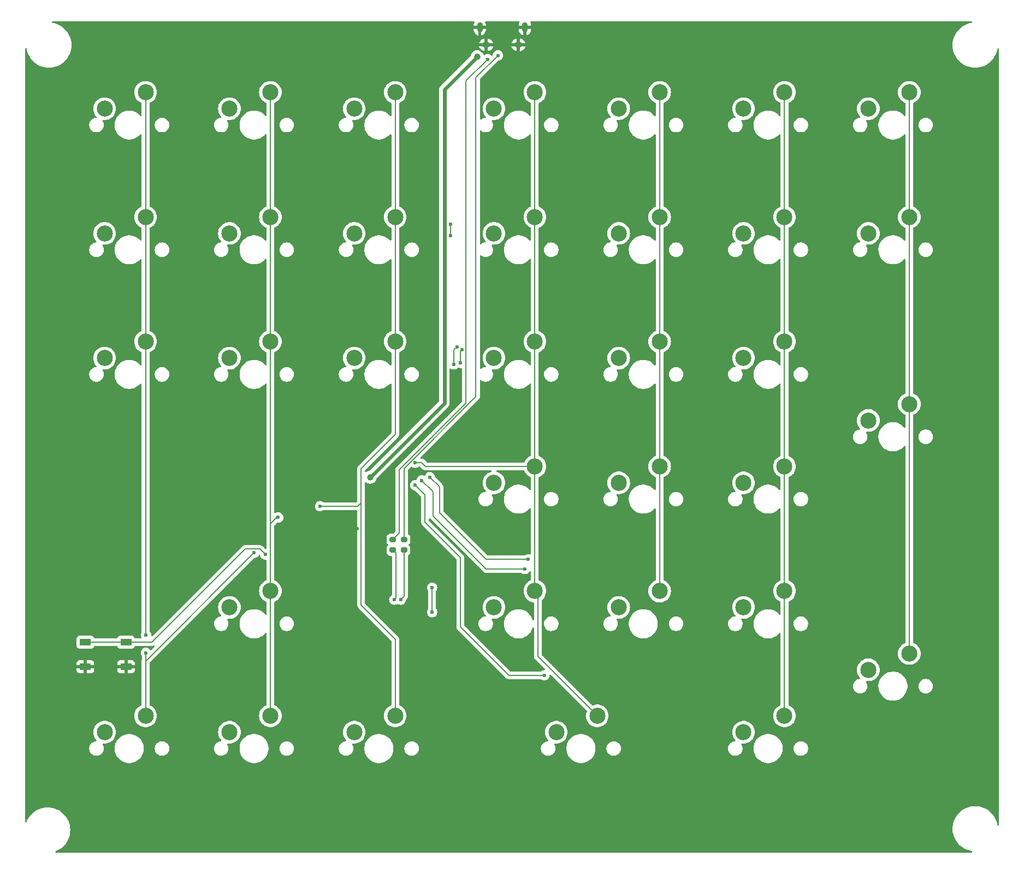
<source format=gbr>
%TF.GenerationSoftware,KiCad,Pcbnew,8.0.3*%
%TF.CreationDate,2024-06-19T10:51:59-07:00*%
%TF.ProjectId,CustomNumpad,43757374-6f6d-44e7-956d-7061642e6b69,rev?*%
%TF.SameCoordinates,Original*%
%TF.FileFunction,Copper,L1,Top*%
%TF.FilePolarity,Positive*%
%FSLAX46Y46*%
G04 Gerber Fmt 4.6, Leading zero omitted, Abs format (unit mm)*
G04 Created by KiCad (PCBNEW 8.0.3) date 2024-06-19 10:51:59*
%MOMM*%
%LPD*%
G01*
G04 APERTURE LIST*
G04 Aperture macros list*
%AMRoundRect*
0 Rectangle with rounded corners*
0 $1 Rounding radius*
0 $2 $3 $4 $5 $6 $7 $8 $9 X,Y pos of 4 corners*
0 Add a 4 corners polygon primitive as box body*
4,1,4,$2,$3,$4,$5,$6,$7,$8,$9,$2,$3,0*
0 Add four circle primitives for the rounded corners*
1,1,$1+$1,$2,$3*
1,1,$1+$1,$4,$5*
1,1,$1+$1,$6,$7*
1,1,$1+$1,$8,$9*
0 Add four rect primitives between the rounded corners*
20,1,$1+$1,$2,$3,$4,$5,0*
20,1,$1+$1,$4,$5,$6,$7,0*
20,1,$1+$1,$6,$7,$8,$9,0*
20,1,$1+$1,$8,$9,$2,$3,0*%
G04 Aperture macros list end*
%TA.AperFunction,ComponentPad*%
%ADD10C,2.500000*%
%TD*%
%TA.AperFunction,ComponentPad*%
%ADD11O,0.890000X1.550000*%
%TD*%
%TA.AperFunction,ComponentPad*%
%ADD12O,1.250000X0.950000*%
%TD*%
%TA.AperFunction,SMDPad,CuDef*%
%ADD13R,1.700000X1.000000*%
%TD*%
%TA.AperFunction,SMDPad,CuDef*%
%ADD14RoundRect,0.200000X-0.275000X0.200000X-0.275000X-0.200000X0.275000X-0.200000X0.275000X0.200000X0*%
%TD*%
%TA.AperFunction,SMDPad,CuDef*%
%ADD15RoundRect,0.200000X0.275000X-0.200000X0.275000X0.200000X-0.275000X0.200000X-0.275000X-0.200000X0*%
%TD*%
%TA.AperFunction,ViaPad*%
%ADD16C,0.600000*%
%TD*%
%TA.AperFunction,ViaPad*%
%ADD17C,1.000000*%
%TD*%
%TA.AperFunction,Conductor*%
%ADD18C,0.200000*%
%TD*%
%TA.AperFunction,Conductor*%
%ADD19C,0.600000*%
%TD*%
G04 APERTURE END LIST*
D10*
%TO.P,SW34,1,1*%
%TO.N,Net-(D34-A)*%
X89540000Y-32060000D03*
%TO.P,SW34,2,2*%
%TO.N,/col2*%
X95890000Y-29520000D03*
%TD*%
%TO.P,SW33,1,1*%
%TO.N,Net-(D33-A)*%
X70190000Y-32060000D03*
%TO.P,SW33,2,2*%
%TO.N,/col1*%
X76540000Y-29520000D03*
%TD*%
%TO.P,SW32,1,1*%
%TO.N,Net-(D32-A)*%
X50840000Y-32060000D03*
%TO.P,SW32,2,2*%
%TO.N,/col0*%
X57190000Y-29520000D03*
%TD*%
%TO.P,SW31,1,1*%
%TO.N,Net-(D31-A)*%
X89540000Y-51410000D03*
%TO.P,SW31,2,2*%
%TO.N,/col2*%
X95890000Y-48870000D03*
%TD*%
%TO.P,SW30,1,1*%
%TO.N,Net-(D30-A)*%
X70190000Y-51410000D03*
%TO.P,SW30,2,2*%
%TO.N,/col1*%
X76540000Y-48870000D03*
%TD*%
%TO.P,SW29,1,1*%
%TO.N,Net-(D29-A)*%
X50840000Y-51410000D03*
%TO.P,SW29,2,2*%
%TO.N,/col0*%
X57190000Y-48870000D03*
%TD*%
%TO.P,SW28,1,1*%
%TO.N,Net-(D28-A)*%
X50840000Y-70760000D03*
%TO.P,SW28,2,2*%
%TO.N,/col0*%
X57190000Y-68220000D03*
%TD*%
%TO.P,SW27,1,1*%
%TO.N,Net-(D27-A)*%
X70190000Y-70760000D03*
%TO.P,SW27,2,2*%
%TO.N,/col1*%
X76540000Y-68220000D03*
%TD*%
%TO.P,SW26,1,1*%
%TO.N,Net-(D26-A)*%
X89540000Y-70760000D03*
%TO.P,SW26,2,2*%
%TO.N,/col2*%
X95890000Y-68220000D03*
%TD*%
D11*
%TO.P,J1,6,Shield*%
%TO.N,GND*%
X109000000Y-19450000D03*
D12*
X110000000Y-22150000D03*
X115000000Y-22150000D03*
D11*
X116000000Y-19450000D03*
%TD*%
D10*
%TO.P,SW9,1,1*%
%TO.N,Net-(D9-A)*%
X149890000Y-70760000D03*
%TO.P,SW9,2,2*%
%TO.N,/col5*%
X156240000Y-68220000D03*
%TD*%
%TO.P,SW6,1,1*%
%TO.N,Net-(D6-A)*%
X149890000Y-90110000D03*
%TO.P,SW6,2,2*%
%TO.N,/col5*%
X156240000Y-87570000D03*
%TD*%
%TO.P,SW5,1,1*%
%TO.N,Net-(D5-A)*%
X130540000Y-90110000D03*
%TO.P,SW5,2,2*%
%TO.N,/col4*%
X136890000Y-87570000D03*
%TD*%
%TO.P,SW15,1,1*%
%TO.N,Net-(D15-A)*%
X169240000Y-119135000D03*
%TO.P,SW15,2,2*%
%TO.N,/col6*%
X175590000Y-116595000D03*
%TD*%
%TO.P,SW1,1,1*%
%TO.N,Net-(D1-A)*%
X111190000Y-109460000D03*
%TO.P,SW1,2,2*%
%TO.N,/col3*%
X117540000Y-106920000D03*
%TD*%
%TO.P,SW7,1,1*%
%TO.N,Net-(D7-A)*%
X111190000Y-70760000D03*
%TO.P,SW7,2,2*%
%TO.N,/col3*%
X117540000Y-68220000D03*
%TD*%
%TO.P,SW2,1,1*%
%TO.N,Net-(D2-A)*%
X130540000Y-109460000D03*
%TO.P,SW2,2,2*%
%TO.N,/col4*%
X136890000Y-106920000D03*
%TD*%
%TO.P,SW25,1,1*%
%TO.N,Net-(D25-A)*%
X70190000Y-109460000D03*
%TO.P,SW25,2,2*%
%TO.N,/col1*%
X76540000Y-106920000D03*
%TD*%
%TO.P,SW12,1,1*%
%TO.N,Net-(D12-A)*%
X149890000Y-51410000D03*
%TO.P,SW12,2,2*%
%TO.N,/col5*%
X156240000Y-48870000D03*
%TD*%
%TO.P,SW22,1,1*%
%TO.N,Net-(D22-A)*%
X50840000Y-128810000D03*
%TO.P,SW22,2,2*%
%TO.N,/col0*%
X57190000Y-126270000D03*
%TD*%
%TO.P,SW8,1,1*%
%TO.N,Net-(D8-A)*%
X130540000Y-70760000D03*
%TO.P,SW8,2,2*%
%TO.N,/col4*%
X136890000Y-68220000D03*
%TD*%
%TO.P,SW13,1,1*%
%TO.N,Net-(D13-A)*%
X169240000Y-51410000D03*
%TO.P,SW13,2,2*%
%TO.N,/col6*%
X175590000Y-48870000D03*
%TD*%
%TO.P,SW11,1,1*%
%TO.N,Net-(D11-A)*%
X130540000Y-51410000D03*
%TO.P,SW11,2,2*%
%TO.N,/col4*%
X136890000Y-48870000D03*
%TD*%
%TO.P,SW20,1,1*%
%TO.N,Net-(D20-A)*%
X149890000Y-32060000D03*
%TO.P,SW20,2,2*%
%TO.N,/col5*%
X156240000Y-29520000D03*
%TD*%
%TO.P,SW17,1,1*%
%TO.N,Net-(D17-A)*%
X120865000Y-128810000D03*
%TO.P,SW17,2,2*%
%TO.N,/col3*%
X127215000Y-126270000D03*
%TD*%
D13*
%TO.P,SW_RESET1,1,1*%
%TO.N,GND*%
X54150000Y-118650000D03*
X47850000Y-118650000D03*
%TO.P,SW_RESET1,2,2*%
%TO.N,Net-(U1-~{RESET})*%
X54150000Y-114850000D03*
X47850000Y-114850000D03*
%TD*%
D10*
%TO.P,SW14,1,1*%
%TO.N,Net-(D14-A)*%
X169240000Y-80435000D03*
%TO.P,SW14,2,2*%
%TO.N,/col6*%
X175590000Y-77895000D03*
%TD*%
%TO.P,SW24,1,1*%
%TO.N,Net-(D24-A)*%
X89540000Y-128810000D03*
%TO.P,SW24,2,2*%
%TO.N,/col2*%
X95890000Y-126270000D03*
%TD*%
%TO.P,SW4,1,1*%
%TO.N,Net-(D4-A)*%
X111190000Y-90110000D03*
%TO.P,SW4,2,2*%
%TO.N,/col3*%
X117540000Y-87570000D03*
%TD*%
%TO.P,SW18,1,1*%
%TO.N,Net-(D18-A)*%
X111190000Y-32060000D03*
%TO.P,SW18,2,2*%
%TO.N,/col3*%
X117540000Y-29520000D03*
%TD*%
%TO.P,SW3,1,1*%
%TO.N,Net-(D3-A)*%
X149890000Y-109460000D03*
%TO.P,SW3,2,2*%
%TO.N,/col5*%
X156240000Y-106920000D03*
%TD*%
%TO.P,SW19,1,1*%
%TO.N,Net-(D19-A)*%
X130540000Y-32060000D03*
%TO.P,SW19,2,2*%
%TO.N,/col4*%
X136890000Y-29520000D03*
%TD*%
%TO.P,SW23,1,1*%
%TO.N,Net-(D23-A)*%
X70190000Y-128810000D03*
%TO.P,SW23,2,2*%
%TO.N,/col1*%
X76540000Y-126270000D03*
%TD*%
%TO.P,SW16,1,1*%
%TO.N,Net-(D16-A)*%
X149890000Y-128810000D03*
%TO.P,SW16,2,2*%
%TO.N,/col5*%
X156240000Y-126270000D03*
%TD*%
%TO.P,SW10,1,1*%
%TO.N,Net-(D10-A)*%
X111190000Y-51410000D03*
%TO.P,SW10,2,2*%
%TO.N,/col3*%
X117540000Y-48870000D03*
%TD*%
%TO.P,SW21,1,1*%
%TO.N,Net-(D21-A)*%
X169240000Y-32060000D03*
%TO.P,SW21,2,2*%
%TO.N,/col6*%
X175590000Y-29520000D03*
%TD*%
D14*
%TO.P,R12,1*%
%TO.N,/D+*%
X95500000Y-98925000D03*
%TO.P,R12,2*%
%TO.N,Net-(U1-D+)*%
X95500000Y-100575000D03*
%TD*%
D15*
%TO.P,R13,1*%
%TO.N,Net-(U1-D-)*%
X97250000Y-100575000D03*
%TO.P,R13,2*%
%TO.N,/D-*%
X97250000Y-98925000D03*
%TD*%
D16*
%TO.N,GND*%
X99400000Y-92600000D03*
D17*
%TO.N,VCC*%
X108600000Y-24000000D03*
D16*
%TO.N,/D+*%
X110200000Y-24400000D03*
%TO.N,/D-*%
X111800000Y-23800000D03*
%TO.N,/col5*%
X116500000Y-102000000D03*
X101250000Y-89250000D03*
%TO.N,/col4*%
X116000000Y-103500000D03*
X100000000Y-89750000D03*
%TO.N,/col6*%
X119000000Y-120000000D03*
X99000000Y-90500000D03*
%TO.N,GND*%
X99250000Y-108400000D03*
%TO.N,/row5*%
X104500000Y-50000000D03*
X104500000Y-51750000D03*
X105500000Y-69000000D03*
X105000000Y-71750000D03*
%TO.N,/row4*%
X106250000Y-69500000D03*
X106000000Y-71500000D03*
%TO.N,/col2*%
X84250000Y-93750000D03*
%TO.N,/col1*%
X77750000Y-95500000D03*
%TO.N,/col0*%
X57250000Y-113750000D03*
X57250000Y-116500000D03*
D17*
%TO.N,VCC*%
X92000000Y-89250000D03*
D16*
%TO.N,GND*%
X88000000Y-92250000D03*
%TO.N,Net-(U1-~{RESET})*%
X75750000Y-101250000D03*
%TO.N,GND*%
X103750000Y-90000000D03*
%TO.N,Net-(U1-D-)*%
X96750000Y-108250000D03*
%TO.N,Net-(U1-D+)*%
X95750000Y-108250000D03*
%TO.N,GND*%
X79600000Y-101400000D03*
X90000000Y-97250000D03*
X115000000Y-117800000D03*
X73600000Y-137000000D03*
X146600000Y-123000000D03*
X126400000Y-136000000D03*
X93800000Y-113600000D03*
X94200000Y-108600000D03*
X93400000Y-98400000D03*
X92000000Y-137000000D03*
X62200000Y-107400000D03*
X154800000Y-135400000D03*
X58800000Y-134800000D03*
X137600000Y-124800000D03*
X66000000Y-114600000D03*
%TO.N,/row0*%
X101600000Y-110200000D03*
X101600000Y-106400000D03*
%TO.N,/col0*%
X74000000Y-101000000D03*
%TO.N,/col3*%
X99000000Y-87000000D03*
%TD*%
D18*
%TO.N,/D-*%
X108400000Y-27200000D02*
X111800000Y-23800000D01*
X97250000Y-87901470D02*
X108400000Y-76751470D01*
X108400000Y-76751470D02*
X108400000Y-27200000D01*
X97250000Y-98925000D02*
X97250000Y-87901470D01*
D19*
%TO.N,VCC*%
X103500000Y-29100000D02*
X108600000Y-24000000D01*
X103500000Y-77750000D02*
X103500000Y-29100000D01*
D18*
%TO.N,/D+*%
X106850000Y-27750000D02*
X110200000Y-24400000D01*
X106850000Y-77735785D02*
X106850000Y-27750000D01*
X96500000Y-88085785D02*
X106850000Y-77735785D01*
X96500000Y-97925000D02*
X96500000Y-88085785D01*
X95500000Y-98925000D02*
X96500000Y-97925000D01*
%TO.N,/col5*%
X102750000Y-94750000D02*
X110000000Y-102000000D01*
X110000000Y-102000000D02*
X116500000Y-102000000D01*
X102750000Y-90750000D02*
X102750000Y-94750000D01*
X101250000Y-89250000D02*
X102750000Y-90750000D01*
%TO.N,/col4*%
X101750000Y-95250000D02*
X110000000Y-103500000D01*
X110000000Y-103500000D02*
X116000000Y-103500000D01*
X101750000Y-91500000D02*
X101750000Y-95250000D01*
X100000000Y-89750000D02*
X101750000Y-91500000D01*
%TO.N,/col6*%
X113500000Y-120000000D02*
X119000000Y-120000000D01*
X106000000Y-112500000D02*
X113500000Y-120000000D01*
X106000000Y-101750000D02*
X106000000Y-112500000D01*
X100500000Y-92000000D02*
X100500000Y-96250000D01*
X99000000Y-90500000D02*
X100500000Y-92000000D01*
X100500000Y-96250000D02*
X106000000Y-101750000D01*
%TO.N,/row5*%
X104500000Y-51750000D02*
X104500000Y-50000000D01*
X105000000Y-69500000D02*
X105500000Y-69000000D01*
X105000000Y-71750000D02*
X105000000Y-69500000D01*
%TO.N,/row4*%
X106000000Y-69750000D02*
X106250000Y-69500000D01*
X106000000Y-71500000D02*
X106000000Y-69750000D01*
%TO.N,/col2*%
X90100000Y-93750000D02*
X90600000Y-93250000D01*
X84250000Y-93750000D02*
X90100000Y-93750000D01*
X90600000Y-93250000D02*
X90600000Y-109100000D01*
X90600000Y-87900000D02*
X90600000Y-93250000D01*
%TO.N,/col1*%
X77540000Y-95500000D02*
X76540000Y-96500000D01*
X77750000Y-95500000D02*
X77540000Y-95500000D01*
X76540000Y-96500000D02*
X76540000Y-68220000D01*
X76540000Y-106920000D02*
X76540000Y-96500000D01*
%TO.N,/col2*%
X95890000Y-114390000D02*
X95890000Y-126270000D01*
X90600000Y-109100000D02*
X95890000Y-114390000D01*
X95890000Y-82610000D02*
X90600000Y-87900000D01*
X95890000Y-68220000D02*
X95890000Y-82610000D01*
X95890000Y-48870000D02*
X95890000Y-68220000D01*
X95890000Y-29520000D02*
X95890000Y-48870000D01*
%TO.N,/col1*%
X76540000Y-48870000D02*
X76540000Y-29520000D01*
X76540000Y-68220000D02*
X76540000Y-48870000D01*
%TO.N,/col0*%
X57190000Y-48870000D02*
X57190000Y-29520000D01*
X57190000Y-68220000D02*
X57190000Y-48870000D01*
X57190000Y-113690000D02*
X57190000Y-68220000D01*
X57250000Y-113750000D02*
X57190000Y-113690000D01*
X57250000Y-117750000D02*
X57250000Y-116500000D01*
X57190000Y-117810000D02*
X57250000Y-117750000D01*
D19*
%TO.N,VCC*%
X103500000Y-77750000D02*
X92000000Y-89250000D01*
D18*
%TO.N,Net-(U1-~{RESET})*%
X47850000Y-114850000D02*
X54150000Y-114850000D01*
X58150000Y-114850000D02*
X54150000Y-114850000D01*
X72600000Y-100400000D02*
X58150000Y-114850000D01*
X75750000Y-101250000D02*
X74900000Y-100400000D01*
X74900000Y-100400000D02*
X72600000Y-100400000D01*
%TO.N,Net-(U1-D-)*%
X97250000Y-107750000D02*
X97250000Y-100575000D01*
X96750000Y-108250000D02*
X97250000Y-107750000D01*
%TO.N,Net-(U1-D+)*%
X96000000Y-108000000D02*
X96000000Y-101075000D01*
X96000000Y-101075000D02*
X95500000Y-100575000D01*
X95750000Y-108250000D02*
X96000000Y-108000000D01*
%TO.N,/row0*%
X101600000Y-106400000D02*
X101600000Y-110200000D01*
%TO.N,/col0*%
X57190000Y-117810000D02*
X74000000Y-101000000D01*
X57190000Y-126270000D02*
X57190000Y-117810000D01*
%TO.N,/col1*%
X76540000Y-126270000D02*
X76540000Y-106920000D01*
%TO.N,/col3*%
X117540000Y-87570000D02*
X117540000Y-68220000D01*
X117540000Y-106920000D02*
X117540000Y-87570000D01*
X99000000Y-87000000D02*
X100000000Y-87000000D01*
X118000000Y-107380000D02*
X117540000Y-106920000D01*
X100000000Y-87000000D02*
X100570000Y-87570000D01*
X118000000Y-117055000D02*
X118000000Y-107380000D01*
X117540000Y-48870000D02*
X117540000Y-29520000D01*
X127215000Y-126270000D02*
X118000000Y-117055000D01*
X117540000Y-68220000D02*
X117540000Y-48870000D01*
X100570000Y-87570000D02*
X117540000Y-87570000D01*
%TO.N,/col4*%
X136890000Y-48870000D02*
X136890000Y-68220000D01*
X137000000Y-29410000D02*
X136890000Y-29520000D01*
X136890000Y-29520000D02*
X136890000Y-48870000D01*
X136890000Y-68220000D02*
X136890000Y-87570000D01*
X136890000Y-87570000D02*
X136890000Y-106920000D01*
%TO.N,/col5*%
X156240000Y-48870000D02*
X156240000Y-29520000D01*
X156240000Y-68220000D02*
X156240000Y-48870000D01*
X156240000Y-126270000D02*
X156240000Y-106920000D01*
X156240000Y-87570000D02*
X156240000Y-68220000D01*
X156240000Y-106920000D02*
X156240000Y-87570000D01*
%TO.N,/col6*%
X175590000Y-29520000D02*
X175590000Y-29590000D01*
X175590000Y-77895000D02*
X175590000Y-116595000D01*
X175590000Y-48870000D02*
X175590000Y-77895000D01*
X175590000Y-30410000D02*
X175590000Y-48870000D01*
X175590000Y-29590000D02*
X176000000Y-30000000D01*
X176000000Y-30000000D02*
X175590000Y-30410000D01*
%TD*%
%TA.AperFunction,Conductor*%
%TO.N,GND*%
G36*
X101305703Y-95655385D02*
G01*
X101312181Y-95661417D01*
X101388349Y-95737585D01*
X101388355Y-95737590D01*
X109515139Y-103864374D01*
X109515149Y-103864385D01*
X109519479Y-103868715D01*
X109519480Y-103868716D01*
X109631284Y-103980520D01*
X109718095Y-104030639D01*
X109718097Y-104030641D01*
X109756151Y-104052611D01*
X109768215Y-104059577D01*
X109920943Y-104100501D01*
X109920946Y-104100501D01*
X110086653Y-104100501D01*
X110086669Y-104100500D01*
X115417588Y-104100500D01*
X115484627Y-104120185D01*
X115494903Y-104127555D01*
X115497736Y-104129814D01*
X115497738Y-104129816D01*
X115650478Y-104225789D01*
X115820745Y-104285368D01*
X115820750Y-104285369D01*
X115999996Y-104305565D01*
X116000000Y-104305565D01*
X116000004Y-104305565D01*
X116179249Y-104285369D01*
X116179252Y-104285368D01*
X116179255Y-104285368D01*
X116349522Y-104225789D01*
X116502262Y-104129816D01*
X116629816Y-104002262D01*
X116710506Y-103873845D01*
X116762841Y-103827554D01*
X116831895Y-103816906D01*
X116895743Y-103845281D01*
X116934115Y-103903671D01*
X116939500Y-103939817D01*
X116939500Y-105188363D01*
X116919815Y-105255402D01*
X116869302Y-105300083D01*
X116662300Y-105399769D01*
X116445520Y-105547567D01*
X116253198Y-105726014D01*
X116089614Y-105931143D01*
X115958432Y-106158356D01*
X115862582Y-106402578D01*
X115862576Y-106402597D01*
X115804197Y-106658374D01*
X115804196Y-106658379D01*
X115784592Y-106919995D01*
X115784592Y-106920004D01*
X115804196Y-107181620D01*
X115804197Y-107181625D01*
X115862576Y-107437402D01*
X115862578Y-107437411D01*
X115862580Y-107437416D01*
X115958432Y-107681643D01*
X116089614Y-107908857D01*
X116218715Y-108070745D01*
X116253198Y-108113985D01*
X116399789Y-108250000D01*
X116445521Y-108292433D01*
X116662296Y-108440228D01*
X116662301Y-108440230D01*
X116662302Y-108440231D01*
X116662303Y-108440232D01*
X116787843Y-108500688D01*
X116898673Y-108554061D01*
X116898674Y-108554061D01*
X116898677Y-108554063D01*
X117149385Y-108631396D01*
X117293982Y-108653190D01*
X117357338Y-108682646D01*
X117394712Y-108741680D01*
X117399500Y-108775805D01*
X117399500Y-111317919D01*
X117379815Y-111384958D01*
X117327011Y-111430713D01*
X117257853Y-111440657D01*
X117194297Y-111411632D01*
X117156523Y-111352854D01*
X117155725Y-111350012D01*
X117135639Y-111275048D01*
X117022743Y-111002493D01*
X117012856Y-110985369D01*
X116875238Y-110747006D01*
X116695647Y-110512959D01*
X116695641Y-110512952D01*
X116487047Y-110304358D01*
X116487040Y-110304352D01*
X116252993Y-110124761D01*
X115997510Y-109977258D01*
X115997500Y-109977254D01*
X115724961Y-109864364D01*
X115724954Y-109864362D01*
X115724952Y-109864361D01*
X115439993Y-109788007D01*
X115391113Y-109781571D01*
X115147513Y-109749500D01*
X115147506Y-109749500D01*
X114852494Y-109749500D01*
X114852486Y-109749500D01*
X114574085Y-109786153D01*
X114560007Y-109788007D01*
X114275048Y-109864361D01*
X114275038Y-109864364D01*
X114002499Y-109977254D01*
X114002489Y-109977258D01*
X113747006Y-110124761D01*
X113512959Y-110304352D01*
X113512952Y-110304358D01*
X113304358Y-110512952D01*
X113304352Y-110512959D01*
X113124761Y-110747006D01*
X112977258Y-111002489D01*
X112977254Y-111002499D01*
X112864364Y-111275038D01*
X112864361Y-111275048D01*
X112828172Y-111410110D01*
X112788008Y-111560004D01*
X112788006Y-111560015D01*
X112749500Y-111852486D01*
X112749500Y-112147513D01*
X112781571Y-112391113D01*
X112788007Y-112439993D01*
X112852083Y-112679128D01*
X112864361Y-112724951D01*
X112864364Y-112724961D01*
X112977254Y-112997500D01*
X112977258Y-112997510D01*
X113124761Y-113252993D01*
X113304352Y-113487040D01*
X113304358Y-113487047D01*
X113512952Y-113695641D01*
X113512959Y-113695647D01*
X113747006Y-113875238D01*
X114002489Y-114022741D01*
X114002490Y-114022741D01*
X114002493Y-114022743D01*
X114275048Y-114135639D01*
X114560007Y-114211993D01*
X114852494Y-114250500D01*
X114852501Y-114250500D01*
X115147499Y-114250500D01*
X115147506Y-114250500D01*
X115439993Y-114211993D01*
X115724952Y-114135639D01*
X115997507Y-114022743D01*
X116252994Y-113875238D01*
X116487042Y-113695646D01*
X116695646Y-113487042D01*
X116875238Y-113252994D01*
X117022743Y-112997507D01*
X117135639Y-112724952D01*
X117155726Y-112649985D01*
X117192090Y-112590326D01*
X117254936Y-112559797D01*
X117324312Y-112568091D01*
X117378190Y-112612577D01*
X117399465Y-112679128D01*
X117399500Y-112682080D01*
X117399500Y-116968330D01*
X117399499Y-116968348D01*
X117399499Y-117134054D01*
X117399498Y-117134054D01*
X117399499Y-117134057D01*
X117440423Y-117286785D01*
X117440424Y-117286787D01*
X117440423Y-117286787D01*
X117451266Y-117305566D01*
X117451267Y-117305567D01*
X117519477Y-117423712D01*
X117519481Y-117423717D01*
X117638349Y-117542585D01*
X117638355Y-117542590D01*
X119078741Y-118982976D01*
X119112226Y-119044299D01*
X119107242Y-119113991D01*
X119065370Y-119169924D01*
X119004944Y-119193877D01*
X118820749Y-119214630D01*
X118820745Y-119214631D01*
X118650476Y-119274211D01*
X118497736Y-119370185D01*
X118494903Y-119372445D01*
X118492724Y-119373334D01*
X118491842Y-119373889D01*
X118491744Y-119373734D01*
X118430217Y-119398855D01*
X118417588Y-119399500D01*
X113800098Y-119399500D01*
X113733059Y-119379815D01*
X113712417Y-119363181D01*
X106636819Y-112287583D01*
X106603334Y-112226260D01*
X106600500Y-112199902D01*
X106600500Y-111911421D01*
X108794500Y-111911421D01*
X108794500Y-112088578D01*
X108822214Y-112263556D01*
X108876956Y-112432039D01*
X108876957Y-112432042D01*
X108942053Y-112559797D01*
X108957386Y-112589890D01*
X109061517Y-112733214D01*
X109186786Y-112858483D01*
X109330110Y-112962614D01*
X109379118Y-112987585D01*
X109487957Y-113043042D01*
X109487960Y-113043043D01*
X109572201Y-113070414D01*
X109656445Y-113097786D01*
X109831421Y-113125500D01*
X109831422Y-113125500D01*
X110008578Y-113125500D01*
X110008579Y-113125500D01*
X110183555Y-113097786D01*
X110352042Y-113043042D01*
X110509890Y-112962614D01*
X110653214Y-112858483D01*
X110778483Y-112733214D01*
X110882614Y-112589890D01*
X110963042Y-112432042D01*
X111017786Y-112263555D01*
X111045500Y-112088579D01*
X111045500Y-111911421D01*
X111017786Y-111736445D01*
X110963042Y-111567958D01*
X110963042Y-111567957D01*
X110935190Y-111513295D01*
X110882614Y-111410110D01*
X110881529Y-111408617D01*
X110872202Y-111395778D01*
X110848722Y-111329972D01*
X110864548Y-111261918D01*
X110914654Y-111213223D01*
X110983132Y-111199348D01*
X110990992Y-111200276D01*
X111058818Y-111210500D01*
X111321182Y-111210500D01*
X111580615Y-111171396D01*
X111831323Y-111094063D01*
X112067704Y-110980228D01*
X112284479Y-110832433D01*
X112476805Y-110653981D01*
X112640386Y-110448857D01*
X112771568Y-110221643D01*
X112867420Y-109977416D01*
X112925802Y-109721630D01*
X112925803Y-109721620D01*
X112945408Y-109460004D01*
X112945408Y-109459995D01*
X112925803Y-109198379D01*
X112925802Y-109198374D01*
X112925802Y-109198370D01*
X112867420Y-108942584D01*
X112771568Y-108698357D01*
X112640386Y-108471143D01*
X112476805Y-108266019D01*
X112476804Y-108266018D01*
X112476801Y-108266014D01*
X112284479Y-108087567D01*
X112259806Y-108070745D01*
X112067704Y-107939772D01*
X112067700Y-107939770D01*
X112067697Y-107939768D01*
X112067696Y-107939767D01*
X111831325Y-107825938D01*
X111831327Y-107825938D01*
X111580623Y-107748606D01*
X111580619Y-107748605D01*
X111580615Y-107748604D01*
X111455823Y-107729794D01*
X111321187Y-107709500D01*
X111321182Y-107709500D01*
X111058818Y-107709500D01*
X111058812Y-107709500D01*
X110897247Y-107733853D01*
X110799385Y-107748604D01*
X110799382Y-107748605D01*
X110799376Y-107748606D01*
X110548673Y-107825938D01*
X110312303Y-107939767D01*
X110312302Y-107939768D01*
X110095520Y-108087567D01*
X109903198Y-108266014D01*
X109739614Y-108471143D01*
X109608432Y-108698356D01*
X109512582Y-108942578D01*
X109512576Y-108942597D01*
X109454197Y-109198374D01*
X109454196Y-109198379D01*
X109434592Y-109459995D01*
X109434592Y-109460004D01*
X109454196Y-109721620D01*
X109454197Y-109721625D01*
X109512576Y-109977402D01*
X109512578Y-109977411D01*
X109512580Y-109977416D01*
X109608432Y-110221643D01*
X109739614Y-110448857D01*
X109827589Y-110559174D01*
X109903197Y-110653984D01*
X109909377Y-110659717D01*
X109945133Y-110719744D01*
X109942760Y-110789574D01*
X109903011Y-110847035D01*
X109838506Y-110873884D01*
X109834788Y-110874234D01*
X109831428Y-110874498D01*
X109656443Y-110902214D01*
X109487960Y-110956956D01*
X109487957Y-110956957D01*
X109330109Y-111037386D01*
X109252104Y-111094061D01*
X109186786Y-111141517D01*
X109186784Y-111141519D01*
X109186783Y-111141519D01*
X109061519Y-111266783D01*
X109061519Y-111266784D01*
X109061517Y-111266786D01*
X109024367Y-111317919D01*
X108957386Y-111410109D01*
X108876957Y-111567957D01*
X108876956Y-111567960D01*
X108822214Y-111736443D01*
X108794500Y-111911421D01*
X106600500Y-111911421D01*
X106600500Y-101839060D01*
X106600501Y-101839047D01*
X106600501Y-101670944D01*
X106600501Y-101670943D01*
X106559577Y-101518216D01*
X106508216Y-101429255D01*
X106480524Y-101381290D01*
X106480518Y-101381282D01*
X101136819Y-96037583D01*
X101103334Y-95976260D01*
X101100500Y-95949902D01*
X101100500Y-95749098D01*
X101120185Y-95682059D01*
X101172989Y-95636304D01*
X101242147Y-95626360D01*
X101305703Y-95655385D01*
G37*
%TD.AperFunction*%
%TA.AperFunction,Conductor*%
G36*
X108115205Y-18520185D02*
G01*
X108160960Y-18572989D01*
X108170904Y-18642147D01*
X108162727Y-18671953D01*
X108091316Y-18844353D01*
X108091314Y-18844361D01*
X108055000Y-19026921D01*
X108055000Y-19200000D01*
X108750000Y-19200000D01*
X108750000Y-19700000D01*
X108055000Y-19700000D01*
X108055000Y-19873078D01*
X108091314Y-20055638D01*
X108091316Y-20055646D01*
X108162550Y-20227622D01*
X108162555Y-20227631D01*
X108265970Y-20382401D01*
X108265973Y-20382405D01*
X108397594Y-20514026D01*
X108397598Y-20514029D01*
X108552368Y-20617444D01*
X108552381Y-20617451D01*
X108724350Y-20688682D01*
X108724355Y-20688683D01*
X108750000Y-20693784D01*
X108750000Y-19824728D01*
X108788060Y-19916614D01*
X108858386Y-19986940D01*
X108950272Y-20025000D01*
X109049728Y-20025000D01*
X109141614Y-19986940D01*
X109211940Y-19916614D01*
X109250000Y-19824728D01*
X109250000Y-20693783D01*
X109275644Y-20688683D01*
X109275649Y-20688682D01*
X109447618Y-20617451D01*
X109447631Y-20617444D01*
X109602401Y-20514029D01*
X109602405Y-20514026D01*
X109734026Y-20382405D01*
X109734029Y-20382401D01*
X109837444Y-20227631D01*
X109837449Y-20227622D01*
X109908683Y-20055646D01*
X109908685Y-20055638D01*
X109944999Y-19873078D01*
X109945000Y-19873076D01*
X109945000Y-19700000D01*
X109250000Y-19700000D01*
X109250000Y-19200000D01*
X109945000Y-19200000D01*
X109945000Y-19026923D01*
X109944999Y-19026921D01*
X109908685Y-18844361D01*
X109908683Y-18844353D01*
X109837273Y-18671953D01*
X109829804Y-18602483D01*
X109861079Y-18540004D01*
X109921168Y-18504352D01*
X109951834Y-18500500D01*
X115048166Y-18500500D01*
X115115205Y-18520185D01*
X115160960Y-18572989D01*
X115170904Y-18642147D01*
X115162727Y-18671953D01*
X115091316Y-18844353D01*
X115091314Y-18844361D01*
X115055000Y-19026921D01*
X115055000Y-19200000D01*
X115750000Y-19200000D01*
X115750000Y-19700000D01*
X115055000Y-19700000D01*
X115055000Y-19873078D01*
X115091314Y-20055638D01*
X115091316Y-20055646D01*
X115162550Y-20227622D01*
X115162555Y-20227631D01*
X115265970Y-20382401D01*
X115265973Y-20382405D01*
X115397594Y-20514026D01*
X115397598Y-20514029D01*
X115552368Y-20617444D01*
X115552381Y-20617451D01*
X115724350Y-20688682D01*
X115724355Y-20688683D01*
X115750000Y-20693784D01*
X115750000Y-19824728D01*
X115788060Y-19916614D01*
X115858386Y-19986940D01*
X115950272Y-20025000D01*
X116049728Y-20025000D01*
X116141614Y-19986940D01*
X116211940Y-19916614D01*
X116250000Y-19824728D01*
X116250000Y-20693783D01*
X116275644Y-20688683D01*
X116275649Y-20688682D01*
X116447618Y-20617451D01*
X116447631Y-20617444D01*
X116602401Y-20514029D01*
X116602405Y-20514026D01*
X116734026Y-20382405D01*
X116734029Y-20382401D01*
X116837444Y-20227631D01*
X116837449Y-20227622D01*
X116908683Y-20055646D01*
X116908685Y-20055638D01*
X116944999Y-19873078D01*
X116945000Y-19873076D01*
X116945000Y-19700000D01*
X116250000Y-19700000D01*
X116250000Y-19200000D01*
X116945000Y-19200000D01*
X116945000Y-19026923D01*
X116944999Y-19026921D01*
X116908685Y-18844361D01*
X116908683Y-18844353D01*
X116837273Y-18671953D01*
X116829804Y-18602483D01*
X116861079Y-18540004D01*
X116921168Y-18504352D01*
X116951834Y-18500500D01*
X185205371Y-18500500D01*
X185272410Y-18520185D01*
X185318165Y-18572989D01*
X185328109Y-18642147D01*
X185299084Y-18705703D01*
X185240306Y-18743477D01*
X185224769Y-18746973D01*
X185071211Y-18771294D01*
X185071209Y-18771294D01*
X184716793Y-18866260D01*
X184374260Y-18997746D01*
X184047343Y-19164320D01*
X183739635Y-19364147D01*
X183454498Y-19595047D01*
X183454490Y-19595054D01*
X183195054Y-19854490D01*
X183195047Y-19854498D01*
X182964147Y-20139635D01*
X182764320Y-20447343D01*
X182597746Y-20774260D01*
X182466260Y-21116793D01*
X182371294Y-21471209D01*
X182371294Y-21471211D01*
X182313898Y-21833594D01*
X182294696Y-22199999D01*
X182294696Y-22200000D01*
X182313898Y-22566405D01*
X182371294Y-22928788D01*
X182371294Y-22928790D01*
X182466260Y-23283206D01*
X182597746Y-23625739D01*
X182764320Y-23952656D01*
X182964147Y-24260364D01*
X183004664Y-24310398D01*
X183195051Y-24545506D01*
X183454494Y-24804949D01*
X183454498Y-24804952D01*
X183739635Y-25035852D01*
X184047343Y-25235679D01*
X184047348Y-25235682D01*
X184374264Y-25402255D01*
X184716801Y-25533742D01*
X185071206Y-25628705D01*
X185433596Y-25686102D01*
X185779734Y-25704241D01*
X185799999Y-25705304D01*
X185800000Y-25705304D01*
X185800001Y-25705304D01*
X185819203Y-25704297D01*
X186166404Y-25686102D01*
X186528794Y-25628705D01*
X186883199Y-25533742D01*
X187225736Y-25402255D01*
X187552652Y-25235682D01*
X187860366Y-25035851D01*
X188145506Y-24804949D01*
X188404949Y-24545506D01*
X188635851Y-24260366D01*
X188835682Y-23952652D01*
X189002255Y-23625736D01*
X189133742Y-23283199D01*
X189228705Y-22928794D01*
X189253027Y-22775230D01*
X189282956Y-22712096D01*
X189342268Y-22675165D01*
X189412130Y-22676163D01*
X189470363Y-22714773D01*
X189498477Y-22778736D01*
X189499500Y-22794629D01*
X189499500Y-143205370D01*
X189479815Y-143272409D01*
X189427011Y-143318164D01*
X189357853Y-143328108D01*
X189294297Y-143299083D01*
X189256523Y-143240305D01*
X189253027Y-143224768D01*
X189245683Y-143178400D01*
X189228705Y-143071206D01*
X189133742Y-142716801D01*
X189002255Y-142374264D01*
X188835682Y-142047348D01*
X188635851Y-141739634D01*
X188404949Y-141454494D01*
X188145506Y-141195051D01*
X188107343Y-141164147D01*
X187860364Y-140964147D01*
X187552656Y-140764320D01*
X187225739Y-140597746D01*
X186883206Y-140466260D01*
X186883199Y-140466258D01*
X186528794Y-140371295D01*
X186528790Y-140371294D01*
X186528789Y-140371294D01*
X186166405Y-140313898D01*
X185800001Y-140294696D01*
X185799999Y-140294696D01*
X185433594Y-140313898D01*
X185071211Y-140371294D01*
X185071209Y-140371294D01*
X184716793Y-140466260D01*
X184374260Y-140597746D01*
X184047343Y-140764320D01*
X183739635Y-140964147D01*
X183454498Y-141195047D01*
X183454490Y-141195054D01*
X183195054Y-141454490D01*
X183195047Y-141454498D01*
X182964147Y-141739635D01*
X182764320Y-142047343D01*
X182597746Y-142374260D01*
X182466260Y-142716793D01*
X182371294Y-143071209D01*
X182371294Y-143071211D01*
X182330606Y-143328108D01*
X182313898Y-143433596D01*
X182294696Y-143800000D01*
X182313898Y-144166404D01*
X182371295Y-144528794D01*
X182424883Y-144728788D01*
X182466260Y-144883206D01*
X182597746Y-145225739D01*
X182764320Y-145552656D01*
X182964147Y-145860364D01*
X182964149Y-145860366D01*
X183195051Y-146145506D01*
X183454494Y-146404949D01*
X183454498Y-146404952D01*
X183739635Y-146635852D01*
X184047343Y-146835679D01*
X184047348Y-146835682D01*
X184374264Y-147002255D01*
X184716801Y-147133742D01*
X185071206Y-147228705D01*
X185224769Y-147253027D01*
X185287904Y-147282956D01*
X185324835Y-147342268D01*
X185323837Y-147412130D01*
X185285227Y-147470363D01*
X185221264Y-147498477D01*
X185205371Y-147499500D01*
X43320430Y-147499500D01*
X43253391Y-147479815D01*
X43207636Y-147427011D01*
X43197692Y-147357853D01*
X43226717Y-147294297D01*
X43275992Y-147259736D01*
X43284362Y-147256523D01*
X43425736Y-147202255D01*
X43752652Y-147035682D01*
X44060366Y-146835851D01*
X44345506Y-146604949D01*
X44604949Y-146345506D01*
X44835851Y-146060366D01*
X45035682Y-145752652D01*
X45202255Y-145425736D01*
X45333742Y-145083199D01*
X45428705Y-144728794D01*
X45486102Y-144366404D01*
X45505304Y-144000000D01*
X45486102Y-143633596D01*
X45428705Y-143271206D01*
X45333742Y-142916801D01*
X45202255Y-142574264D01*
X45035682Y-142247348D01*
X44835851Y-141939634D01*
X44604949Y-141654494D01*
X44345506Y-141395051D01*
X44234836Y-141305432D01*
X44060364Y-141164147D01*
X43752656Y-140964320D01*
X43425739Y-140797746D01*
X43083206Y-140666260D01*
X43083199Y-140666258D01*
X42728794Y-140571295D01*
X42728790Y-140571294D01*
X42728789Y-140571294D01*
X42366405Y-140513898D01*
X42000001Y-140494696D01*
X41999999Y-140494696D01*
X41633594Y-140513898D01*
X41271211Y-140571294D01*
X41271209Y-140571294D01*
X40916793Y-140666260D01*
X40574260Y-140797746D01*
X40247343Y-140964320D01*
X39939635Y-141164147D01*
X39654498Y-141395047D01*
X39654490Y-141395054D01*
X39395054Y-141654490D01*
X39395047Y-141654498D01*
X39164147Y-141939635D01*
X38964320Y-142247343D01*
X38797746Y-142574260D01*
X38740264Y-142724008D01*
X38697862Y-142779540D01*
X38632168Y-142803333D01*
X38564040Y-142787831D01*
X38515107Y-142737958D01*
X38500500Y-142679570D01*
X38500500Y-131261421D01*
X48444500Y-131261421D01*
X48444500Y-131438578D01*
X48472214Y-131613556D01*
X48526956Y-131782039D01*
X48526957Y-131782042D01*
X48607386Y-131939890D01*
X48711517Y-132083214D01*
X48836786Y-132208483D01*
X48980110Y-132312614D01*
X49048577Y-132347500D01*
X49137957Y-132393042D01*
X49137960Y-132393043D01*
X49222201Y-132420414D01*
X49306445Y-132447786D01*
X49481421Y-132475500D01*
X49481422Y-132475500D01*
X49658578Y-132475500D01*
X49658579Y-132475500D01*
X49833555Y-132447786D01*
X50002042Y-132393042D01*
X50159890Y-132312614D01*
X50303214Y-132208483D01*
X50428483Y-132083214D01*
X50532614Y-131939890D01*
X50613042Y-131782042D01*
X50667786Y-131613555D01*
X50695500Y-131438579D01*
X50695500Y-131261421D01*
X50686165Y-131202486D01*
X52399500Y-131202486D01*
X52399500Y-131497513D01*
X52414778Y-131613555D01*
X52438007Y-131789993D01*
X52514361Y-132074951D01*
X52514364Y-132074961D01*
X52627254Y-132347500D01*
X52627258Y-132347510D01*
X52774761Y-132602993D01*
X52954352Y-132837040D01*
X52954358Y-132837047D01*
X53162952Y-133045641D01*
X53162959Y-133045647D01*
X53397006Y-133225238D01*
X53652489Y-133372741D01*
X53652490Y-133372741D01*
X53652493Y-133372743D01*
X53925048Y-133485639D01*
X54210007Y-133561993D01*
X54502494Y-133600500D01*
X54502501Y-133600500D01*
X54797499Y-133600500D01*
X54797506Y-133600500D01*
X55089993Y-133561993D01*
X55374952Y-133485639D01*
X55647507Y-133372743D01*
X55902994Y-133225238D01*
X56137042Y-133045646D01*
X56345646Y-132837042D01*
X56525238Y-132602994D01*
X56672743Y-132347507D01*
X56785639Y-132074952D01*
X56861993Y-131789993D01*
X56900500Y-131497506D01*
X56900500Y-131261421D01*
X58604500Y-131261421D01*
X58604500Y-131438578D01*
X58632214Y-131613556D01*
X58686956Y-131782039D01*
X58686957Y-131782042D01*
X58767386Y-131939890D01*
X58871517Y-132083214D01*
X58996786Y-132208483D01*
X59140110Y-132312614D01*
X59208577Y-132347500D01*
X59297957Y-132393042D01*
X59297960Y-132393043D01*
X59382201Y-132420414D01*
X59466445Y-132447786D01*
X59641421Y-132475500D01*
X59641422Y-132475500D01*
X59818578Y-132475500D01*
X59818579Y-132475500D01*
X59993555Y-132447786D01*
X60162042Y-132393042D01*
X60319890Y-132312614D01*
X60463214Y-132208483D01*
X60588483Y-132083214D01*
X60692614Y-131939890D01*
X60773042Y-131782042D01*
X60827786Y-131613555D01*
X60855500Y-131438579D01*
X60855500Y-131261421D01*
X67794500Y-131261421D01*
X67794500Y-131438578D01*
X67822214Y-131613556D01*
X67876956Y-131782039D01*
X67876957Y-131782042D01*
X67957386Y-131939890D01*
X68061517Y-132083214D01*
X68186786Y-132208483D01*
X68330110Y-132312614D01*
X68398577Y-132347500D01*
X68487957Y-132393042D01*
X68487960Y-132393043D01*
X68572201Y-132420414D01*
X68656445Y-132447786D01*
X68831421Y-132475500D01*
X68831422Y-132475500D01*
X69008578Y-132475500D01*
X69008579Y-132475500D01*
X69183555Y-132447786D01*
X69352042Y-132393042D01*
X69509890Y-132312614D01*
X69653214Y-132208483D01*
X69778483Y-132083214D01*
X69882614Y-131939890D01*
X69963042Y-131782042D01*
X70017786Y-131613555D01*
X70045500Y-131438579D01*
X70045500Y-131261421D01*
X70036165Y-131202486D01*
X71749500Y-131202486D01*
X71749500Y-131497513D01*
X71764778Y-131613555D01*
X71788007Y-131789993D01*
X71864361Y-132074951D01*
X71864364Y-132074961D01*
X71977254Y-132347500D01*
X71977258Y-132347510D01*
X72124761Y-132602993D01*
X72304352Y-132837040D01*
X72304358Y-132837047D01*
X72512952Y-133045641D01*
X72512959Y-133045647D01*
X72747006Y-133225238D01*
X73002489Y-133372741D01*
X73002490Y-133372741D01*
X73002493Y-133372743D01*
X73275048Y-133485639D01*
X73560007Y-133561993D01*
X73852494Y-133600500D01*
X73852501Y-133600500D01*
X74147499Y-133600500D01*
X74147506Y-133600500D01*
X74439993Y-133561993D01*
X74724952Y-133485639D01*
X74997507Y-133372743D01*
X75252994Y-133225238D01*
X75487042Y-133045646D01*
X75695646Y-132837042D01*
X75875238Y-132602994D01*
X76022743Y-132347507D01*
X76135639Y-132074952D01*
X76211993Y-131789993D01*
X76250500Y-131497506D01*
X76250500Y-131261421D01*
X77954500Y-131261421D01*
X77954500Y-131438578D01*
X77982214Y-131613556D01*
X78036956Y-131782039D01*
X78036957Y-131782042D01*
X78117386Y-131939890D01*
X78221517Y-132083214D01*
X78346786Y-132208483D01*
X78490110Y-132312614D01*
X78558577Y-132347500D01*
X78647957Y-132393042D01*
X78647960Y-132393043D01*
X78732201Y-132420414D01*
X78816445Y-132447786D01*
X78991421Y-132475500D01*
X78991422Y-132475500D01*
X79168578Y-132475500D01*
X79168579Y-132475500D01*
X79343555Y-132447786D01*
X79512042Y-132393042D01*
X79669890Y-132312614D01*
X79813214Y-132208483D01*
X79938483Y-132083214D01*
X80042614Y-131939890D01*
X80123042Y-131782042D01*
X80177786Y-131613555D01*
X80205500Y-131438579D01*
X80205500Y-131261421D01*
X87144500Y-131261421D01*
X87144500Y-131438578D01*
X87172214Y-131613556D01*
X87226956Y-131782039D01*
X87226957Y-131782042D01*
X87307386Y-131939890D01*
X87411517Y-132083214D01*
X87536786Y-132208483D01*
X87680110Y-132312614D01*
X87748577Y-132347500D01*
X87837957Y-132393042D01*
X87837960Y-132393043D01*
X87922201Y-132420414D01*
X88006445Y-132447786D01*
X88181421Y-132475500D01*
X88181422Y-132475500D01*
X88358578Y-132475500D01*
X88358579Y-132475500D01*
X88533555Y-132447786D01*
X88702042Y-132393042D01*
X88859890Y-132312614D01*
X89003214Y-132208483D01*
X89128483Y-132083214D01*
X89232614Y-131939890D01*
X89313042Y-131782042D01*
X89367786Y-131613555D01*
X89395500Y-131438579D01*
X89395500Y-131261421D01*
X89386165Y-131202486D01*
X91099500Y-131202486D01*
X91099500Y-131497513D01*
X91114778Y-131613555D01*
X91138007Y-131789993D01*
X91214361Y-132074951D01*
X91214364Y-132074961D01*
X91327254Y-132347500D01*
X91327258Y-132347510D01*
X91474761Y-132602993D01*
X91654352Y-132837040D01*
X91654358Y-132837047D01*
X91862952Y-133045641D01*
X91862959Y-133045647D01*
X92097006Y-133225238D01*
X92352489Y-133372741D01*
X92352490Y-133372741D01*
X92352493Y-133372743D01*
X92625048Y-133485639D01*
X92910007Y-133561993D01*
X93202494Y-133600500D01*
X93202501Y-133600500D01*
X93497499Y-133600500D01*
X93497506Y-133600500D01*
X93789993Y-133561993D01*
X94074952Y-133485639D01*
X94347507Y-133372743D01*
X94602994Y-133225238D01*
X94837042Y-133045646D01*
X95045646Y-132837042D01*
X95225238Y-132602994D01*
X95372743Y-132347507D01*
X95485639Y-132074952D01*
X95561993Y-131789993D01*
X95600500Y-131497506D01*
X95600500Y-131261421D01*
X97304500Y-131261421D01*
X97304500Y-131438578D01*
X97332214Y-131613556D01*
X97386956Y-131782039D01*
X97386957Y-131782042D01*
X97467386Y-131939890D01*
X97571517Y-132083214D01*
X97696786Y-132208483D01*
X97840110Y-132312614D01*
X97908577Y-132347500D01*
X97997957Y-132393042D01*
X97997960Y-132393043D01*
X98082201Y-132420414D01*
X98166445Y-132447786D01*
X98341421Y-132475500D01*
X98341422Y-132475500D01*
X98518578Y-132475500D01*
X98518579Y-132475500D01*
X98693555Y-132447786D01*
X98862042Y-132393042D01*
X99019890Y-132312614D01*
X99163214Y-132208483D01*
X99288483Y-132083214D01*
X99392614Y-131939890D01*
X99473042Y-131782042D01*
X99527786Y-131613555D01*
X99555500Y-131438579D01*
X99555500Y-131261421D01*
X118469500Y-131261421D01*
X118469500Y-131438578D01*
X118497214Y-131613556D01*
X118551956Y-131782039D01*
X118551957Y-131782042D01*
X118632386Y-131939890D01*
X118736517Y-132083214D01*
X118861786Y-132208483D01*
X119005110Y-132312614D01*
X119073577Y-132347500D01*
X119162957Y-132393042D01*
X119162960Y-132393043D01*
X119247201Y-132420414D01*
X119331445Y-132447786D01*
X119506421Y-132475500D01*
X119506422Y-132475500D01*
X119683578Y-132475500D01*
X119683579Y-132475500D01*
X119858555Y-132447786D01*
X120027042Y-132393042D01*
X120184890Y-132312614D01*
X120328214Y-132208483D01*
X120453483Y-132083214D01*
X120557614Y-131939890D01*
X120638042Y-131782042D01*
X120692786Y-131613555D01*
X120720500Y-131438579D01*
X120720500Y-131261421D01*
X120711165Y-131202486D01*
X122424500Y-131202486D01*
X122424500Y-131497513D01*
X122439778Y-131613555D01*
X122463007Y-131789993D01*
X122539361Y-132074951D01*
X122539364Y-132074961D01*
X122652254Y-132347500D01*
X122652258Y-132347510D01*
X122799761Y-132602993D01*
X122979352Y-132837040D01*
X122979358Y-132837047D01*
X123187952Y-133045641D01*
X123187959Y-133045647D01*
X123422006Y-133225238D01*
X123677489Y-133372741D01*
X123677490Y-133372741D01*
X123677493Y-133372743D01*
X123950048Y-133485639D01*
X124235007Y-133561993D01*
X124527494Y-133600500D01*
X124527501Y-133600500D01*
X124822499Y-133600500D01*
X124822506Y-133600500D01*
X125114993Y-133561993D01*
X125399952Y-133485639D01*
X125672507Y-133372743D01*
X125927994Y-133225238D01*
X126162042Y-133045646D01*
X126370646Y-132837042D01*
X126550238Y-132602994D01*
X126697743Y-132347507D01*
X126810639Y-132074952D01*
X126886993Y-131789993D01*
X126925500Y-131497506D01*
X126925500Y-131261421D01*
X128629500Y-131261421D01*
X128629500Y-131438578D01*
X128657214Y-131613556D01*
X128711956Y-131782039D01*
X128711957Y-131782042D01*
X128792386Y-131939890D01*
X128896517Y-132083214D01*
X129021786Y-132208483D01*
X129165110Y-132312614D01*
X129233577Y-132347500D01*
X129322957Y-132393042D01*
X129322960Y-132393043D01*
X129407201Y-132420414D01*
X129491445Y-132447786D01*
X129666421Y-132475500D01*
X129666422Y-132475500D01*
X129843578Y-132475500D01*
X129843579Y-132475500D01*
X130018555Y-132447786D01*
X130187042Y-132393042D01*
X130344890Y-132312614D01*
X130488214Y-132208483D01*
X130613483Y-132083214D01*
X130717614Y-131939890D01*
X130798042Y-131782042D01*
X130852786Y-131613555D01*
X130880500Y-131438579D01*
X130880500Y-131261421D01*
X147494500Y-131261421D01*
X147494500Y-131438578D01*
X147522214Y-131613556D01*
X147576956Y-131782039D01*
X147576957Y-131782042D01*
X147657386Y-131939890D01*
X147761517Y-132083214D01*
X147886786Y-132208483D01*
X148030110Y-132312614D01*
X148098577Y-132347500D01*
X148187957Y-132393042D01*
X148187960Y-132393043D01*
X148272201Y-132420414D01*
X148356445Y-132447786D01*
X148531421Y-132475500D01*
X148531422Y-132475500D01*
X148708578Y-132475500D01*
X148708579Y-132475500D01*
X148883555Y-132447786D01*
X149052042Y-132393042D01*
X149209890Y-132312614D01*
X149353214Y-132208483D01*
X149478483Y-132083214D01*
X149582614Y-131939890D01*
X149663042Y-131782042D01*
X149717786Y-131613555D01*
X149745500Y-131438579D01*
X149745500Y-131261421D01*
X149736165Y-131202486D01*
X151449500Y-131202486D01*
X151449500Y-131497513D01*
X151464778Y-131613555D01*
X151488007Y-131789993D01*
X151564361Y-132074951D01*
X151564364Y-132074961D01*
X151677254Y-132347500D01*
X151677258Y-132347510D01*
X151824761Y-132602993D01*
X152004352Y-132837040D01*
X152004358Y-132837047D01*
X152212952Y-133045641D01*
X152212959Y-133045647D01*
X152447006Y-133225238D01*
X152702489Y-133372741D01*
X152702490Y-133372741D01*
X152702493Y-133372743D01*
X152975048Y-133485639D01*
X153260007Y-133561993D01*
X153552494Y-133600500D01*
X153552501Y-133600500D01*
X153847499Y-133600500D01*
X153847506Y-133600500D01*
X154139993Y-133561993D01*
X154424952Y-133485639D01*
X154697507Y-133372743D01*
X154952994Y-133225238D01*
X155187042Y-133045646D01*
X155395646Y-132837042D01*
X155575238Y-132602994D01*
X155722743Y-132347507D01*
X155835639Y-132074952D01*
X155911993Y-131789993D01*
X155950500Y-131497506D01*
X155950500Y-131261421D01*
X157654500Y-131261421D01*
X157654500Y-131438578D01*
X157682214Y-131613556D01*
X157736956Y-131782039D01*
X157736957Y-131782042D01*
X157817386Y-131939890D01*
X157921517Y-132083214D01*
X158046786Y-132208483D01*
X158190110Y-132312614D01*
X158258577Y-132347500D01*
X158347957Y-132393042D01*
X158347960Y-132393043D01*
X158432201Y-132420414D01*
X158516445Y-132447786D01*
X158691421Y-132475500D01*
X158691422Y-132475500D01*
X158868578Y-132475500D01*
X158868579Y-132475500D01*
X159043555Y-132447786D01*
X159212042Y-132393042D01*
X159369890Y-132312614D01*
X159513214Y-132208483D01*
X159638483Y-132083214D01*
X159742614Y-131939890D01*
X159823042Y-131782042D01*
X159877786Y-131613555D01*
X159905500Y-131438579D01*
X159905500Y-131261421D01*
X159877786Y-131086445D01*
X159823042Y-130917958D01*
X159823042Y-130917957D01*
X159742613Y-130760109D01*
X159732201Y-130745778D01*
X159638483Y-130616786D01*
X159513214Y-130491517D01*
X159369890Y-130387386D01*
X159212042Y-130306957D01*
X159212039Y-130306956D01*
X159043556Y-130252214D01*
X158956067Y-130238357D01*
X158868579Y-130224500D01*
X158691421Y-130224500D01*
X158633095Y-130233738D01*
X158516443Y-130252214D01*
X158347960Y-130306956D01*
X158347957Y-130306957D01*
X158190109Y-130387386D01*
X158112104Y-130444061D01*
X158046786Y-130491517D01*
X158046784Y-130491519D01*
X158046783Y-130491519D01*
X157921519Y-130616783D01*
X157921519Y-130616784D01*
X157921517Y-130616786D01*
X157876796Y-130678338D01*
X157817386Y-130760109D01*
X157736957Y-130917957D01*
X157736956Y-130917960D01*
X157682214Y-131086443D01*
X157654500Y-131261421D01*
X155950500Y-131261421D01*
X155950500Y-131202494D01*
X155911993Y-130910007D01*
X155835639Y-130625048D01*
X155722743Y-130352493D01*
X155709888Y-130330228D01*
X155575238Y-130097006D01*
X155395647Y-129862959D01*
X155395641Y-129862952D01*
X155187047Y-129654358D01*
X155187040Y-129654352D01*
X154952993Y-129474761D01*
X154697510Y-129327258D01*
X154697500Y-129327254D01*
X154424961Y-129214364D01*
X154424954Y-129214362D01*
X154424952Y-129214361D01*
X154139993Y-129138007D01*
X154091113Y-129131571D01*
X153847513Y-129099500D01*
X153847506Y-129099500D01*
X153552494Y-129099500D01*
X153552486Y-129099500D01*
X153274085Y-129136153D01*
X153260007Y-129138007D01*
X152975048Y-129214361D01*
X152975038Y-129214364D01*
X152702499Y-129327254D01*
X152702489Y-129327258D01*
X152447006Y-129474761D01*
X152212959Y-129654352D01*
X152212952Y-129654358D01*
X152004358Y-129862952D01*
X152004352Y-129862959D01*
X151824761Y-130097006D01*
X151677258Y-130352489D01*
X151677254Y-130352499D01*
X151564364Y-130625038D01*
X151564361Y-130625048D01*
X151528172Y-130760110D01*
X151488008Y-130910004D01*
X151488006Y-130910015D01*
X151449500Y-131202486D01*
X149736165Y-131202486D01*
X149717786Y-131086445D01*
X149663042Y-130917958D01*
X149663042Y-130917957D01*
X149635190Y-130863295D01*
X149582614Y-130760110D01*
X149581529Y-130758617D01*
X149572202Y-130745778D01*
X149548722Y-130679972D01*
X149564548Y-130611918D01*
X149614654Y-130563223D01*
X149683132Y-130549348D01*
X149690992Y-130550276D01*
X149758818Y-130560500D01*
X150021182Y-130560500D01*
X150280615Y-130521396D01*
X150531323Y-130444063D01*
X150767704Y-130330228D01*
X150984479Y-130182433D01*
X151176805Y-130003981D01*
X151340386Y-129798857D01*
X151471568Y-129571643D01*
X151567420Y-129327416D01*
X151625802Y-129071630D01*
X151645408Y-128810000D01*
X151625802Y-128548370D01*
X151567420Y-128292584D01*
X151471568Y-128048357D01*
X151340386Y-127821143D01*
X151176805Y-127616019D01*
X151176804Y-127616018D01*
X151176801Y-127616014D01*
X150984479Y-127437567D01*
X150767704Y-127289772D01*
X150767700Y-127289770D01*
X150767697Y-127289768D01*
X150767696Y-127289767D01*
X150531325Y-127175938D01*
X150531327Y-127175938D01*
X150280623Y-127098606D01*
X150280619Y-127098605D01*
X150280615Y-127098604D01*
X150155823Y-127079794D01*
X150021187Y-127059500D01*
X150021182Y-127059500D01*
X149758818Y-127059500D01*
X149758812Y-127059500D01*
X149597247Y-127083853D01*
X149499385Y-127098604D01*
X149499382Y-127098605D01*
X149499376Y-127098606D01*
X149248673Y-127175938D01*
X149012303Y-127289767D01*
X149012302Y-127289768D01*
X148795520Y-127437567D01*
X148603198Y-127616014D01*
X148439614Y-127821143D01*
X148308432Y-128048356D01*
X148212582Y-128292578D01*
X148212576Y-128292597D01*
X148154197Y-128548374D01*
X148154196Y-128548379D01*
X148134592Y-128809995D01*
X148134592Y-128810004D01*
X148154196Y-129071620D01*
X148154197Y-129071625D01*
X148212576Y-129327402D01*
X148212578Y-129327411D01*
X148212580Y-129327416D01*
X148308432Y-129571643D01*
X148439614Y-129798857D01*
X148490733Y-129862958D01*
X148603197Y-130003984D01*
X148609377Y-130009717D01*
X148645133Y-130069744D01*
X148642760Y-130139574D01*
X148603011Y-130197035D01*
X148538506Y-130223884D01*
X148534788Y-130224234D01*
X148531428Y-130224498D01*
X148356443Y-130252214D01*
X148187960Y-130306956D01*
X148187957Y-130306957D01*
X148030109Y-130387386D01*
X147952104Y-130444061D01*
X147886786Y-130491517D01*
X147886784Y-130491519D01*
X147886783Y-130491519D01*
X147761519Y-130616783D01*
X147761519Y-130616784D01*
X147761517Y-130616786D01*
X147716796Y-130678338D01*
X147657386Y-130760109D01*
X147576957Y-130917957D01*
X147576956Y-130917960D01*
X147522214Y-131086443D01*
X147494500Y-131261421D01*
X130880500Y-131261421D01*
X130852786Y-131086445D01*
X130798042Y-130917958D01*
X130798042Y-130917957D01*
X130717613Y-130760109D01*
X130707201Y-130745778D01*
X130613483Y-130616786D01*
X130488214Y-130491517D01*
X130344890Y-130387386D01*
X130187042Y-130306957D01*
X130187039Y-130306956D01*
X130018556Y-130252214D01*
X129931067Y-130238357D01*
X129843579Y-130224500D01*
X129666421Y-130224500D01*
X129608095Y-130233738D01*
X129491443Y-130252214D01*
X129322960Y-130306956D01*
X129322957Y-130306957D01*
X129165109Y-130387386D01*
X129087104Y-130444061D01*
X129021786Y-130491517D01*
X129021784Y-130491519D01*
X129021783Y-130491519D01*
X128896519Y-130616783D01*
X128896519Y-130616784D01*
X128896517Y-130616786D01*
X128851796Y-130678338D01*
X128792386Y-130760109D01*
X128711957Y-130917957D01*
X128711956Y-130917960D01*
X128657214Y-131086443D01*
X128629500Y-131261421D01*
X126925500Y-131261421D01*
X126925500Y-131202494D01*
X126886993Y-130910007D01*
X126810639Y-130625048D01*
X126697743Y-130352493D01*
X126684888Y-130330228D01*
X126550238Y-130097006D01*
X126370647Y-129862959D01*
X126370641Y-129862952D01*
X126162047Y-129654358D01*
X126162040Y-129654352D01*
X125927993Y-129474761D01*
X125672510Y-129327258D01*
X125672500Y-129327254D01*
X125399961Y-129214364D01*
X125399954Y-129214362D01*
X125399952Y-129214361D01*
X125114993Y-129138007D01*
X125066113Y-129131571D01*
X124822513Y-129099500D01*
X124822506Y-129099500D01*
X124527494Y-129099500D01*
X124527486Y-129099500D01*
X124249085Y-129136153D01*
X124235007Y-129138007D01*
X123950048Y-129214361D01*
X123950038Y-129214364D01*
X123677499Y-129327254D01*
X123677489Y-129327258D01*
X123422006Y-129474761D01*
X123187959Y-129654352D01*
X123187952Y-129654358D01*
X122979358Y-129862952D01*
X122979352Y-129862959D01*
X122799761Y-130097006D01*
X122652258Y-130352489D01*
X122652254Y-130352499D01*
X122539364Y-130625038D01*
X122539361Y-130625048D01*
X122503172Y-130760110D01*
X122463008Y-130910004D01*
X122463006Y-130910015D01*
X122424500Y-131202486D01*
X120711165Y-131202486D01*
X120692786Y-131086445D01*
X120638042Y-130917958D01*
X120638042Y-130917957D01*
X120610190Y-130863295D01*
X120557614Y-130760110D01*
X120556529Y-130758617D01*
X120547202Y-130745778D01*
X120523722Y-130679972D01*
X120539548Y-130611918D01*
X120589654Y-130563223D01*
X120658132Y-130549348D01*
X120665992Y-130550276D01*
X120733818Y-130560500D01*
X120996182Y-130560500D01*
X121255615Y-130521396D01*
X121506323Y-130444063D01*
X121742704Y-130330228D01*
X121959479Y-130182433D01*
X122151805Y-130003981D01*
X122315386Y-129798857D01*
X122446568Y-129571643D01*
X122542420Y-129327416D01*
X122600802Y-129071630D01*
X122620408Y-128810000D01*
X122600802Y-128548370D01*
X122542420Y-128292584D01*
X122446568Y-128048357D01*
X122315386Y-127821143D01*
X122151805Y-127616019D01*
X122151804Y-127616018D01*
X122151801Y-127616014D01*
X121959479Y-127437567D01*
X121742704Y-127289772D01*
X121742700Y-127289770D01*
X121742697Y-127289768D01*
X121742696Y-127289767D01*
X121506325Y-127175938D01*
X121506327Y-127175938D01*
X121255623Y-127098606D01*
X121255619Y-127098605D01*
X121255615Y-127098604D01*
X121130823Y-127079794D01*
X120996187Y-127059500D01*
X120996182Y-127059500D01*
X120733818Y-127059500D01*
X120733812Y-127059500D01*
X120572247Y-127083853D01*
X120474385Y-127098604D01*
X120474382Y-127098605D01*
X120474376Y-127098606D01*
X120223673Y-127175938D01*
X119987303Y-127289767D01*
X119987302Y-127289768D01*
X119770520Y-127437567D01*
X119578198Y-127616014D01*
X119414614Y-127821143D01*
X119283432Y-128048356D01*
X119187582Y-128292578D01*
X119187576Y-128292597D01*
X119129197Y-128548374D01*
X119129196Y-128548379D01*
X119109592Y-128809995D01*
X119109592Y-128810004D01*
X119129196Y-129071620D01*
X119129197Y-129071625D01*
X119187576Y-129327402D01*
X119187578Y-129327411D01*
X119187580Y-129327416D01*
X119283432Y-129571643D01*
X119414614Y-129798857D01*
X119465733Y-129862958D01*
X119578197Y-130003984D01*
X119584377Y-130009717D01*
X119620133Y-130069744D01*
X119617760Y-130139574D01*
X119578011Y-130197035D01*
X119513506Y-130223884D01*
X119509788Y-130224234D01*
X119506428Y-130224498D01*
X119331443Y-130252214D01*
X119162960Y-130306956D01*
X119162957Y-130306957D01*
X119005109Y-130387386D01*
X118927104Y-130444061D01*
X118861786Y-130491517D01*
X118861784Y-130491519D01*
X118861783Y-130491519D01*
X118736519Y-130616783D01*
X118736519Y-130616784D01*
X118736517Y-130616786D01*
X118691796Y-130678338D01*
X118632386Y-130760109D01*
X118551957Y-130917957D01*
X118551956Y-130917960D01*
X118497214Y-131086443D01*
X118469500Y-131261421D01*
X99555500Y-131261421D01*
X99527786Y-131086445D01*
X99473042Y-130917958D01*
X99473042Y-130917957D01*
X99392613Y-130760109D01*
X99382201Y-130745778D01*
X99288483Y-130616786D01*
X99163214Y-130491517D01*
X99019890Y-130387386D01*
X98862042Y-130306957D01*
X98862039Y-130306956D01*
X98693556Y-130252214D01*
X98606067Y-130238357D01*
X98518579Y-130224500D01*
X98341421Y-130224500D01*
X98283095Y-130233738D01*
X98166443Y-130252214D01*
X97997960Y-130306956D01*
X97997957Y-130306957D01*
X97840109Y-130387386D01*
X97762104Y-130444061D01*
X97696786Y-130491517D01*
X97696784Y-130491519D01*
X97696783Y-130491519D01*
X97571519Y-130616783D01*
X97571519Y-130616784D01*
X97571517Y-130616786D01*
X97526796Y-130678338D01*
X97467386Y-130760109D01*
X97386957Y-130917957D01*
X97386956Y-130917960D01*
X97332214Y-131086443D01*
X97304500Y-131261421D01*
X95600500Y-131261421D01*
X95600500Y-131202494D01*
X95561993Y-130910007D01*
X95485639Y-130625048D01*
X95372743Y-130352493D01*
X95359888Y-130330228D01*
X95225238Y-130097006D01*
X95045647Y-129862959D01*
X95045641Y-129862952D01*
X94837047Y-129654358D01*
X94837040Y-129654352D01*
X94602993Y-129474761D01*
X94347510Y-129327258D01*
X94347500Y-129327254D01*
X94074961Y-129214364D01*
X94074954Y-129214362D01*
X94074952Y-129214361D01*
X93789993Y-129138007D01*
X93741113Y-129131571D01*
X93497513Y-129099500D01*
X93497506Y-129099500D01*
X93202494Y-129099500D01*
X93202486Y-129099500D01*
X92924085Y-129136153D01*
X92910007Y-129138007D01*
X92625048Y-129214361D01*
X92625038Y-129214364D01*
X92352499Y-129327254D01*
X92352489Y-129327258D01*
X92097006Y-129474761D01*
X91862959Y-129654352D01*
X91862952Y-129654358D01*
X91654358Y-129862952D01*
X91654352Y-129862959D01*
X91474761Y-130097006D01*
X91327258Y-130352489D01*
X91327254Y-130352499D01*
X91214364Y-130625038D01*
X91214361Y-130625048D01*
X91178172Y-130760110D01*
X91138008Y-130910004D01*
X91138006Y-130910015D01*
X91099500Y-131202486D01*
X89386165Y-131202486D01*
X89367786Y-131086445D01*
X89313042Y-130917958D01*
X89313042Y-130917957D01*
X89285190Y-130863295D01*
X89232614Y-130760110D01*
X89231529Y-130758617D01*
X89222202Y-130745778D01*
X89198722Y-130679972D01*
X89214548Y-130611918D01*
X89264654Y-130563223D01*
X89333132Y-130549348D01*
X89340992Y-130550276D01*
X89408818Y-130560500D01*
X89671182Y-130560500D01*
X89930615Y-130521396D01*
X90181323Y-130444063D01*
X90417704Y-130330228D01*
X90634479Y-130182433D01*
X90826805Y-130003981D01*
X90990386Y-129798857D01*
X91121568Y-129571643D01*
X91217420Y-129327416D01*
X91275802Y-129071630D01*
X91295408Y-128810000D01*
X91275802Y-128548370D01*
X91217420Y-128292584D01*
X91121568Y-128048357D01*
X90990386Y-127821143D01*
X90826805Y-127616019D01*
X90826804Y-127616018D01*
X90826801Y-127616014D01*
X90634479Y-127437567D01*
X90417704Y-127289772D01*
X90417700Y-127289770D01*
X90417697Y-127289768D01*
X90417696Y-127289767D01*
X90181325Y-127175938D01*
X90181327Y-127175938D01*
X89930623Y-127098606D01*
X89930619Y-127098605D01*
X89930615Y-127098604D01*
X89805823Y-127079794D01*
X89671187Y-127059500D01*
X89671182Y-127059500D01*
X89408818Y-127059500D01*
X89408812Y-127059500D01*
X89247247Y-127083853D01*
X89149385Y-127098604D01*
X89149382Y-127098605D01*
X89149376Y-127098606D01*
X88898673Y-127175938D01*
X88662303Y-127289767D01*
X88662302Y-127289768D01*
X88445520Y-127437567D01*
X88253198Y-127616014D01*
X88089614Y-127821143D01*
X87958432Y-128048356D01*
X87862582Y-128292578D01*
X87862576Y-128292597D01*
X87804197Y-128548374D01*
X87804196Y-128548379D01*
X87784592Y-128809995D01*
X87784592Y-128810004D01*
X87804196Y-129071620D01*
X87804197Y-129071625D01*
X87862576Y-129327402D01*
X87862578Y-129327411D01*
X87862580Y-129327416D01*
X87958432Y-129571643D01*
X88089614Y-129798857D01*
X88140733Y-129862958D01*
X88253197Y-130003984D01*
X88259377Y-130009717D01*
X88295133Y-130069744D01*
X88292760Y-130139574D01*
X88253011Y-130197035D01*
X88188506Y-130223884D01*
X88184788Y-130224234D01*
X88181428Y-130224498D01*
X88006443Y-130252214D01*
X87837960Y-130306956D01*
X87837957Y-130306957D01*
X87680109Y-130387386D01*
X87602104Y-130444061D01*
X87536786Y-130491517D01*
X87536784Y-130491519D01*
X87536783Y-130491519D01*
X87411519Y-130616783D01*
X87411519Y-130616784D01*
X87411517Y-130616786D01*
X87366796Y-130678338D01*
X87307386Y-130760109D01*
X87226957Y-130917957D01*
X87226956Y-130917960D01*
X87172214Y-131086443D01*
X87144500Y-131261421D01*
X80205500Y-131261421D01*
X80177786Y-131086445D01*
X80123042Y-130917958D01*
X80123042Y-130917957D01*
X80042613Y-130760109D01*
X80032201Y-130745778D01*
X79938483Y-130616786D01*
X79813214Y-130491517D01*
X79669890Y-130387386D01*
X79512042Y-130306957D01*
X79512039Y-130306956D01*
X79343556Y-130252214D01*
X79256067Y-130238357D01*
X79168579Y-130224500D01*
X78991421Y-130224500D01*
X78933095Y-130233738D01*
X78816443Y-130252214D01*
X78647960Y-130306956D01*
X78647957Y-130306957D01*
X78490109Y-130387386D01*
X78412104Y-130444061D01*
X78346786Y-130491517D01*
X78346784Y-130491519D01*
X78346783Y-130491519D01*
X78221519Y-130616783D01*
X78221519Y-130616784D01*
X78221517Y-130616786D01*
X78176796Y-130678338D01*
X78117386Y-130760109D01*
X78036957Y-130917957D01*
X78036956Y-130917960D01*
X77982214Y-131086443D01*
X77954500Y-131261421D01*
X76250500Y-131261421D01*
X76250500Y-131202494D01*
X76211993Y-130910007D01*
X76135639Y-130625048D01*
X76022743Y-130352493D01*
X76009888Y-130330228D01*
X75875238Y-130097006D01*
X75695647Y-129862959D01*
X75695641Y-129862952D01*
X75487047Y-129654358D01*
X75487040Y-129654352D01*
X75252993Y-129474761D01*
X74997510Y-129327258D01*
X74997500Y-129327254D01*
X74724961Y-129214364D01*
X74724954Y-129214362D01*
X74724952Y-129214361D01*
X74439993Y-129138007D01*
X74391113Y-129131571D01*
X74147513Y-129099500D01*
X74147506Y-129099500D01*
X73852494Y-129099500D01*
X73852486Y-129099500D01*
X73574085Y-129136153D01*
X73560007Y-129138007D01*
X73275048Y-129214361D01*
X73275038Y-129214364D01*
X73002499Y-129327254D01*
X73002489Y-129327258D01*
X72747006Y-129474761D01*
X72512959Y-129654352D01*
X72512952Y-129654358D01*
X72304358Y-129862952D01*
X72304352Y-129862959D01*
X72124761Y-130097006D01*
X71977258Y-130352489D01*
X71977254Y-130352499D01*
X71864364Y-130625038D01*
X71864361Y-130625048D01*
X71828172Y-130760110D01*
X71788008Y-130910004D01*
X71788006Y-130910015D01*
X71749500Y-131202486D01*
X70036165Y-131202486D01*
X70017786Y-131086445D01*
X69963042Y-130917958D01*
X69963042Y-130917957D01*
X69935190Y-130863295D01*
X69882614Y-130760110D01*
X69881529Y-130758617D01*
X69872202Y-130745778D01*
X69848722Y-130679972D01*
X69864548Y-130611918D01*
X69914654Y-130563223D01*
X69983132Y-130549348D01*
X69990992Y-130550276D01*
X70058818Y-130560500D01*
X70321182Y-130560500D01*
X70580615Y-130521396D01*
X70831323Y-130444063D01*
X71067704Y-130330228D01*
X71284479Y-130182433D01*
X71476805Y-130003981D01*
X71640386Y-129798857D01*
X71771568Y-129571643D01*
X71867420Y-129327416D01*
X71925802Y-129071630D01*
X71945408Y-128810000D01*
X71925802Y-128548370D01*
X71867420Y-128292584D01*
X71771568Y-128048357D01*
X71640386Y-127821143D01*
X71476805Y-127616019D01*
X71476804Y-127616018D01*
X71476801Y-127616014D01*
X71284479Y-127437567D01*
X71067704Y-127289772D01*
X71067700Y-127289770D01*
X71067697Y-127289768D01*
X71067696Y-127289767D01*
X70831325Y-127175938D01*
X70831327Y-127175938D01*
X70580623Y-127098606D01*
X70580619Y-127098605D01*
X70580615Y-127098604D01*
X70455823Y-127079794D01*
X70321187Y-127059500D01*
X70321182Y-127059500D01*
X70058818Y-127059500D01*
X70058812Y-127059500D01*
X69897247Y-127083853D01*
X69799385Y-127098604D01*
X69799382Y-127098605D01*
X69799376Y-127098606D01*
X69548673Y-127175938D01*
X69312303Y-127289767D01*
X69312302Y-127289768D01*
X69095520Y-127437567D01*
X68903198Y-127616014D01*
X68739614Y-127821143D01*
X68608432Y-128048356D01*
X68512582Y-128292578D01*
X68512576Y-128292597D01*
X68454197Y-128548374D01*
X68454196Y-128548379D01*
X68434592Y-128809995D01*
X68434592Y-128810004D01*
X68454196Y-129071620D01*
X68454197Y-129071625D01*
X68512576Y-129327402D01*
X68512578Y-129327411D01*
X68512580Y-129327416D01*
X68608432Y-129571643D01*
X68739614Y-129798857D01*
X68790733Y-129862958D01*
X68903197Y-130003984D01*
X68909377Y-130009717D01*
X68945133Y-130069744D01*
X68942760Y-130139574D01*
X68903011Y-130197035D01*
X68838506Y-130223884D01*
X68834788Y-130224234D01*
X68831428Y-130224498D01*
X68656443Y-130252214D01*
X68487960Y-130306956D01*
X68487957Y-130306957D01*
X68330109Y-130387386D01*
X68252104Y-130444061D01*
X68186786Y-130491517D01*
X68186784Y-130491519D01*
X68186783Y-130491519D01*
X68061519Y-130616783D01*
X68061519Y-130616784D01*
X68061517Y-130616786D01*
X68016796Y-130678338D01*
X67957386Y-130760109D01*
X67876957Y-130917957D01*
X67876956Y-130917960D01*
X67822214Y-131086443D01*
X67794500Y-131261421D01*
X60855500Y-131261421D01*
X60827786Y-131086445D01*
X60773042Y-130917958D01*
X60773042Y-130917957D01*
X60692613Y-130760109D01*
X60682201Y-130745778D01*
X60588483Y-130616786D01*
X60463214Y-130491517D01*
X60319890Y-130387386D01*
X60162042Y-130306957D01*
X60162039Y-130306956D01*
X59993556Y-130252214D01*
X59906067Y-130238357D01*
X59818579Y-130224500D01*
X59641421Y-130224500D01*
X59583095Y-130233738D01*
X59466443Y-130252214D01*
X59297960Y-130306956D01*
X59297957Y-130306957D01*
X59140109Y-130387386D01*
X59062104Y-130444061D01*
X58996786Y-130491517D01*
X58996784Y-130491519D01*
X58996783Y-130491519D01*
X58871519Y-130616783D01*
X58871519Y-130616784D01*
X58871517Y-130616786D01*
X58826796Y-130678338D01*
X58767386Y-130760109D01*
X58686957Y-130917957D01*
X58686956Y-130917960D01*
X58632214Y-131086443D01*
X58604500Y-131261421D01*
X56900500Y-131261421D01*
X56900500Y-131202494D01*
X56861993Y-130910007D01*
X56785639Y-130625048D01*
X56672743Y-130352493D01*
X56659888Y-130330228D01*
X56525238Y-130097006D01*
X56345647Y-129862959D01*
X56345641Y-129862952D01*
X56137047Y-129654358D01*
X56137040Y-129654352D01*
X55902993Y-129474761D01*
X55647510Y-129327258D01*
X55647500Y-129327254D01*
X55374961Y-129214364D01*
X55374954Y-129214362D01*
X55374952Y-129214361D01*
X55089993Y-129138007D01*
X55041113Y-129131571D01*
X54797513Y-129099500D01*
X54797506Y-129099500D01*
X54502494Y-129099500D01*
X54502486Y-129099500D01*
X54224085Y-129136153D01*
X54210007Y-129138007D01*
X53925048Y-129214361D01*
X53925038Y-129214364D01*
X53652499Y-129327254D01*
X53652489Y-129327258D01*
X53397006Y-129474761D01*
X53162959Y-129654352D01*
X53162952Y-129654358D01*
X52954358Y-129862952D01*
X52954352Y-129862959D01*
X52774761Y-130097006D01*
X52627258Y-130352489D01*
X52627254Y-130352499D01*
X52514364Y-130625038D01*
X52514361Y-130625048D01*
X52478172Y-130760110D01*
X52438008Y-130910004D01*
X52438006Y-130910015D01*
X52399500Y-131202486D01*
X50686165Y-131202486D01*
X50667786Y-131086445D01*
X50613042Y-130917958D01*
X50613042Y-130917957D01*
X50585190Y-130863295D01*
X50532614Y-130760110D01*
X50531529Y-130758617D01*
X50522202Y-130745778D01*
X50498722Y-130679972D01*
X50514548Y-130611918D01*
X50564654Y-130563223D01*
X50633132Y-130549348D01*
X50640992Y-130550276D01*
X50708818Y-130560500D01*
X50971182Y-130560500D01*
X51230615Y-130521396D01*
X51481323Y-130444063D01*
X51717704Y-130330228D01*
X51934479Y-130182433D01*
X52126805Y-130003981D01*
X52290386Y-129798857D01*
X52421568Y-129571643D01*
X52517420Y-129327416D01*
X52575802Y-129071630D01*
X52595408Y-128810000D01*
X52575802Y-128548370D01*
X52517420Y-128292584D01*
X52421568Y-128048357D01*
X52290386Y-127821143D01*
X52126805Y-127616019D01*
X52126804Y-127616018D01*
X52126801Y-127616014D01*
X51934479Y-127437567D01*
X51717704Y-127289772D01*
X51717700Y-127289770D01*
X51717697Y-127289768D01*
X51717696Y-127289767D01*
X51481325Y-127175938D01*
X51481327Y-127175938D01*
X51230623Y-127098606D01*
X51230619Y-127098605D01*
X51230615Y-127098604D01*
X51105823Y-127079794D01*
X50971187Y-127059500D01*
X50971182Y-127059500D01*
X50708818Y-127059500D01*
X50708812Y-127059500D01*
X50547247Y-127083853D01*
X50449385Y-127098604D01*
X50449382Y-127098605D01*
X50449376Y-127098606D01*
X50198673Y-127175938D01*
X49962303Y-127289767D01*
X49962302Y-127289768D01*
X49745520Y-127437567D01*
X49553198Y-127616014D01*
X49389614Y-127821143D01*
X49258432Y-128048356D01*
X49162582Y-128292578D01*
X49162576Y-128292597D01*
X49104197Y-128548374D01*
X49104196Y-128548379D01*
X49084592Y-128809995D01*
X49084592Y-128810004D01*
X49104196Y-129071620D01*
X49104197Y-129071625D01*
X49162576Y-129327402D01*
X49162578Y-129327411D01*
X49162580Y-129327416D01*
X49258432Y-129571643D01*
X49389614Y-129798857D01*
X49440733Y-129862958D01*
X49553197Y-130003984D01*
X49559377Y-130009717D01*
X49595133Y-130069744D01*
X49592760Y-130139574D01*
X49553011Y-130197035D01*
X49488506Y-130223884D01*
X49484788Y-130224234D01*
X49481428Y-130224498D01*
X49306443Y-130252214D01*
X49137960Y-130306956D01*
X49137957Y-130306957D01*
X48980109Y-130387386D01*
X48902104Y-130444061D01*
X48836786Y-130491517D01*
X48836784Y-130491519D01*
X48836783Y-130491519D01*
X48711519Y-130616783D01*
X48711519Y-130616784D01*
X48711517Y-130616786D01*
X48666796Y-130678338D01*
X48607386Y-130760109D01*
X48526957Y-130917957D01*
X48526956Y-130917960D01*
X48472214Y-131086443D01*
X48444500Y-131261421D01*
X38500500Y-131261421D01*
X38500500Y-119197844D01*
X46500000Y-119197844D01*
X46506401Y-119257372D01*
X46506403Y-119257379D01*
X46556645Y-119392086D01*
X46556649Y-119392093D01*
X46642809Y-119507187D01*
X46642812Y-119507190D01*
X46757906Y-119593350D01*
X46757913Y-119593354D01*
X46892620Y-119643596D01*
X46892627Y-119643598D01*
X46952155Y-119649999D01*
X46952172Y-119650000D01*
X47600000Y-119650000D01*
X48100000Y-119650000D01*
X48747828Y-119650000D01*
X48747844Y-119649999D01*
X48807372Y-119643598D01*
X48807379Y-119643596D01*
X48942086Y-119593354D01*
X48942093Y-119593350D01*
X49057187Y-119507190D01*
X49057190Y-119507187D01*
X49143350Y-119392093D01*
X49143354Y-119392086D01*
X49193596Y-119257379D01*
X49193598Y-119257372D01*
X49199999Y-119197844D01*
X52800000Y-119197844D01*
X52806401Y-119257372D01*
X52806403Y-119257379D01*
X52856645Y-119392086D01*
X52856649Y-119392093D01*
X52942809Y-119507187D01*
X52942812Y-119507190D01*
X53057906Y-119593350D01*
X53057913Y-119593354D01*
X53192620Y-119643596D01*
X53192627Y-119643598D01*
X53252155Y-119649999D01*
X53252172Y-119650000D01*
X53900000Y-119650000D01*
X54400000Y-119650000D01*
X55047828Y-119650000D01*
X55047844Y-119649999D01*
X55107372Y-119643598D01*
X55107379Y-119643596D01*
X55242086Y-119593354D01*
X55242093Y-119593350D01*
X55357187Y-119507190D01*
X55357190Y-119507187D01*
X55443350Y-119392093D01*
X55443354Y-119392086D01*
X55493596Y-119257379D01*
X55493598Y-119257372D01*
X55499999Y-119197844D01*
X55500000Y-119197827D01*
X55500000Y-118900000D01*
X54400000Y-118900000D01*
X54400000Y-119650000D01*
X53900000Y-119650000D01*
X53900000Y-118900000D01*
X52800000Y-118900000D01*
X52800000Y-119197844D01*
X49199999Y-119197844D01*
X49200000Y-119197827D01*
X49200000Y-118900000D01*
X48100000Y-118900000D01*
X48100000Y-119650000D01*
X47600000Y-119650000D01*
X47600000Y-118900000D01*
X46500000Y-118900000D01*
X46500000Y-119197844D01*
X38500500Y-119197844D01*
X38500500Y-118102155D01*
X46500000Y-118102155D01*
X46500000Y-118400000D01*
X47600000Y-118400000D01*
X48100000Y-118400000D01*
X49200000Y-118400000D01*
X49200000Y-118102172D01*
X49199999Y-118102155D01*
X52800000Y-118102155D01*
X52800000Y-118400000D01*
X53900000Y-118400000D01*
X54400000Y-118400000D01*
X55500000Y-118400000D01*
X55500000Y-118102172D01*
X55499999Y-118102155D01*
X55493598Y-118042627D01*
X55493596Y-118042620D01*
X55443354Y-117907913D01*
X55443350Y-117907906D01*
X55357190Y-117792812D01*
X55357187Y-117792809D01*
X55242093Y-117706649D01*
X55242086Y-117706645D01*
X55107379Y-117656403D01*
X55107372Y-117656401D01*
X55047844Y-117650000D01*
X54400000Y-117650000D01*
X54400000Y-118400000D01*
X53900000Y-118400000D01*
X53900000Y-117650000D01*
X53252155Y-117650000D01*
X53192627Y-117656401D01*
X53192620Y-117656403D01*
X53057913Y-117706645D01*
X53057906Y-117706649D01*
X52942812Y-117792809D01*
X52942809Y-117792812D01*
X52856649Y-117907906D01*
X52856645Y-117907913D01*
X52806403Y-118042620D01*
X52806401Y-118042627D01*
X52800000Y-118102155D01*
X49199999Y-118102155D01*
X49193598Y-118042627D01*
X49193596Y-118042620D01*
X49143354Y-117907913D01*
X49143350Y-117907906D01*
X49057190Y-117792812D01*
X49057187Y-117792809D01*
X48942093Y-117706649D01*
X48942086Y-117706645D01*
X48807379Y-117656403D01*
X48807372Y-117656401D01*
X48747844Y-117650000D01*
X48100000Y-117650000D01*
X48100000Y-118400000D01*
X47600000Y-118400000D01*
X47600000Y-117650000D01*
X46952155Y-117650000D01*
X46892627Y-117656401D01*
X46892620Y-117656403D01*
X46757913Y-117706645D01*
X46757906Y-117706649D01*
X46642812Y-117792809D01*
X46642809Y-117792812D01*
X46556649Y-117907906D01*
X46556645Y-117907913D01*
X46506403Y-118042620D01*
X46506401Y-118042627D01*
X46500000Y-118102155D01*
X38500500Y-118102155D01*
X38500500Y-114302135D01*
X46499500Y-114302135D01*
X46499500Y-115397870D01*
X46499501Y-115397876D01*
X46505908Y-115457483D01*
X46556202Y-115592328D01*
X46556206Y-115592335D01*
X46642452Y-115707544D01*
X46642455Y-115707547D01*
X46757664Y-115793793D01*
X46757671Y-115793797D01*
X46892517Y-115844091D01*
X46892516Y-115844091D01*
X46899444Y-115844835D01*
X46952127Y-115850500D01*
X48747872Y-115850499D01*
X48807483Y-115844091D01*
X48942331Y-115793796D01*
X49057546Y-115707546D01*
X49143796Y-115592331D01*
X49166609Y-115531167D01*
X49208480Y-115475233D01*
X49273944Y-115450816D01*
X49282791Y-115450500D01*
X52717209Y-115450500D01*
X52784248Y-115470185D01*
X52830003Y-115522989D01*
X52833391Y-115531167D01*
X52856202Y-115592328D01*
X52856206Y-115592335D01*
X52942452Y-115707544D01*
X52942455Y-115707547D01*
X53057664Y-115793793D01*
X53057671Y-115793797D01*
X53192517Y-115844091D01*
X53192516Y-115844091D01*
X53199444Y-115844835D01*
X53252127Y-115850500D01*
X55047872Y-115850499D01*
X55107483Y-115844091D01*
X55242331Y-115793796D01*
X55357546Y-115707546D01*
X55443796Y-115592331D01*
X55466609Y-115531167D01*
X55508480Y-115475233D01*
X55573944Y-115450816D01*
X55582791Y-115450500D01*
X57206957Y-115450500D01*
X57249898Y-115463109D01*
X57271649Y-115452360D01*
X57293043Y-115450500D01*
X58063331Y-115450500D01*
X58063347Y-115450501D01*
X58070943Y-115450501D01*
X58229054Y-115450501D01*
X58229057Y-115450501D01*
X58381785Y-115409577D01*
X58416455Y-115389559D01*
X58484351Y-115373084D01*
X58550379Y-115395933D01*
X58593572Y-115450852D01*
X58600217Y-115520405D01*
X58568204Y-115582509D01*
X58566138Y-115584625D01*
X58095190Y-116055573D01*
X58033867Y-116089058D01*
X57964175Y-116084074D01*
X57908242Y-116042202D01*
X57902515Y-116033864D01*
X57879815Y-115997737D01*
X57752262Y-115870184D01*
X57599523Y-115774211D01*
X57429254Y-115714631D01*
X57429249Y-115714630D01*
X57279160Y-115697720D01*
X57252633Y-115686573D01*
X57241892Y-115693477D01*
X57220840Y-115697720D01*
X57070750Y-115714630D01*
X57070745Y-115714631D01*
X56900476Y-115774211D01*
X56747737Y-115870184D01*
X56620184Y-115997737D01*
X56524211Y-116150476D01*
X56464631Y-116320745D01*
X56464630Y-116320750D01*
X56444435Y-116499996D01*
X56444435Y-116500003D01*
X56464630Y-116679249D01*
X56464631Y-116679254D01*
X56524211Y-116849523D01*
X56528674Y-116856625D01*
X56598874Y-116968348D01*
X56620185Y-117002263D01*
X56622445Y-117005097D01*
X56623334Y-117007275D01*
X56623889Y-117008158D01*
X56623734Y-117008255D01*
X56648855Y-117069783D01*
X56649500Y-117082412D01*
X56649500Y-117511946D01*
X56632888Y-117573945D01*
X56630424Y-117578212D01*
X56630423Y-117578214D01*
X56630423Y-117578215D01*
X56589499Y-117730943D01*
X56589499Y-117730945D01*
X56589499Y-117899046D01*
X56589500Y-117899059D01*
X56589500Y-124538363D01*
X56569815Y-124605402D01*
X56519302Y-124650083D01*
X56312300Y-124749769D01*
X56095520Y-124897567D01*
X55903198Y-125076014D01*
X55739614Y-125281143D01*
X55608432Y-125508356D01*
X55512582Y-125752578D01*
X55512576Y-125752597D01*
X55454197Y-126008374D01*
X55454196Y-126008379D01*
X55434592Y-126269995D01*
X55434592Y-126270004D01*
X55454196Y-126531620D01*
X55454197Y-126531625D01*
X55512576Y-126787402D01*
X55512578Y-126787411D01*
X55512580Y-126787416D01*
X55608432Y-127031643D01*
X55739614Y-127258857D01*
X55871736Y-127424533D01*
X55903198Y-127463985D01*
X56067048Y-127616014D01*
X56095521Y-127642433D01*
X56312296Y-127790228D01*
X56312301Y-127790230D01*
X56312302Y-127790231D01*
X56312303Y-127790232D01*
X56437843Y-127850688D01*
X56548673Y-127904061D01*
X56548674Y-127904061D01*
X56548677Y-127904063D01*
X56799385Y-127981396D01*
X57058818Y-128020500D01*
X57321182Y-128020500D01*
X57580615Y-127981396D01*
X57831323Y-127904063D01*
X58067704Y-127790228D01*
X58284479Y-127642433D01*
X58476805Y-127463981D01*
X58640386Y-127258857D01*
X58771568Y-127031643D01*
X58867420Y-126787416D01*
X58925802Y-126531630D01*
X58945408Y-126270000D01*
X58925802Y-126008370D01*
X58867420Y-125752584D01*
X58771568Y-125508357D01*
X58640386Y-125281143D01*
X58476805Y-125076019D01*
X58476804Y-125076018D01*
X58476801Y-125076014D01*
X58284479Y-124897567D01*
X58067704Y-124749772D01*
X58067701Y-124749771D01*
X58067699Y-124749769D01*
X57860698Y-124650083D01*
X57808839Y-124603261D01*
X57790500Y-124538363D01*
X57790500Y-118110096D01*
X57810185Y-118043057D01*
X57826814Y-118022420D01*
X63937813Y-111911421D01*
X67794500Y-111911421D01*
X67794500Y-112088578D01*
X67822214Y-112263556D01*
X67876956Y-112432039D01*
X67876957Y-112432042D01*
X67942053Y-112559797D01*
X67957386Y-112589890D01*
X68061517Y-112733214D01*
X68186786Y-112858483D01*
X68330110Y-112962614D01*
X68379118Y-112987585D01*
X68487957Y-113043042D01*
X68487960Y-113043043D01*
X68572201Y-113070414D01*
X68656445Y-113097786D01*
X68831421Y-113125500D01*
X68831422Y-113125500D01*
X69008578Y-113125500D01*
X69008579Y-113125500D01*
X69183555Y-113097786D01*
X69352042Y-113043042D01*
X69509890Y-112962614D01*
X69653214Y-112858483D01*
X69778483Y-112733214D01*
X69882614Y-112589890D01*
X69963042Y-112432042D01*
X70017786Y-112263555D01*
X70045500Y-112088579D01*
X70045500Y-111911421D01*
X70017786Y-111736445D01*
X69963042Y-111567958D01*
X69963042Y-111567957D01*
X69935190Y-111513295D01*
X69882614Y-111410110D01*
X69881529Y-111408617D01*
X69872202Y-111395778D01*
X69848722Y-111329972D01*
X69864548Y-111261918D01*
X69914654Y-111213223D01*
X69983132Y-111199348D01*
X69990992Y-111200276D01*
X70058818Y-111210500D01*
X70321182Y-111210500D01*
X70580615Y-111171396D01*
X70831323Y-111094063D01*
X71067704Y-110980228D01*
X71284479Y-110832433D01*
X71476805Y-110653981D01*
X71640386Y-110448857D01*
X71771568Y-110221643D01*
X71867420Y-109977416D01*
X71925802Y-109721630D01*
X71925803Y-109721620D01*
X71945408Y-109460004D01*
X71945408Y-109459995D01*
X71925803Y-109198379D01*
X71925802Y-109198374D01*
X71925802Y-109198370D01*
X71867420Y-108942584D01*
X71771568Y-108698357D01*
X71640386Y-108471143D01*
X71476805Y-108266019D01*
X71476804Y-108266018D01*
X71476801Y-108266014D01*
X71284479Y-108087567D01*
X71259806Y-108070745D01*
X71067704Y-107939772D01*
X71067700Y-107939770D01*
X71067697Y-107939768D01*
X71067696Y-107939767D01*
X70831325Y-107825938D01*
X70831327Y-107825938D01*
X70580623Y-107748606D01*
X70580619Y-107748605D01*
X70580615Y-107748604D01*
X70455823Y-107729794D01*
X70321187Y-107709500D01*
X70321182Y-107709500D01*
X70058818Y-107709500D01*
X70058812Y-107709500D01*
X69897247Y-107733853D01*
X69799385Y-107748604D01*
X69799382Y-107748605D01*
X69799376Y-107748606D01*
X69548673Y-107825938D01*
X69312303Y-107939767D01*
X69312302Y-107939768D01*
X69095520Y-108087567D01*
X68903198Y-108266014D01*
X68739614Y-108471143D01*
X68608432Y-108698356D01*
X68512582Y-108942578D01*
X68512576Y-108942597D01*
X68454197Y-109198374D01*
X68454196Y-109198379D01*
X68434592Y-109459995D01*
X68434592Y-109460004D01*
X68454196Y-109721620D01*
X68454197Y-109721625D01*
X68512576Y-109977402D01*
X68512578Y-109977411D01*
X68512580Y-109977416D01*
X68608432Y-110221643D01*
X68739614Y-110448857D01*
X68827589Y-110559174D01*
X68903197Y-110653984D01*
X68909377Y-110659717D01*
X68945133Y-110719744D01*
X68942760Y-110789574D01*
X68903011Y-110847035D01*
X68838506Y-110873884D01*
X68834788Y-110874234D01*
X68831428Y-110874498D01*
X68656443Y-110902214D01*
X68487960Y-110956956D01*
X68487957Y-110956957D01*
X68330109Y-111037386D01*
X68252104Y-111094061D01*
X68186786Y-111141517D01*
X68186784Y-111141519D01*
X68186783Y-111141519D01*
X68061519Y-111266783D01*
X68061519Y-111266784D01*
X68061517Y-111266786D01*
X68024367Y-111317919D01*
X67957386Y-111410109D01*
X67876957Y-111567957D01*
X67876956Y-111567960D01*
X67822214Y-111736443D01*
X67794500Y-111911421D01*
X63937813Y-111911421D01*
X74018535Y-101830698D01*
X74079856Y-101797215D01*
X74092311Y-101795163D01*
X74179255Y-101785368D01*
X74349522Y-101725789D01*
X74502262Y-101629816D01*
X74629816Y-101502262D01*
X74714708Y-101367157D01*
X74729494Y-101343626D01*
X74730792Y-101344441D01*
X74772130Y-101298650D01*
X74839556Y-101280332D01*
X74906182Y-101301375D01*
X74950854Y-101355097D01*
X74960256Y-101390423D01*
X74964630Y-101429249D01*
X75024210Y-101599521D01*
X75024211Y-101599522D01*
X75120184Y-101752262D01*
X75247738Y-101879816D01*
X75400478Y-101975789D01*
X75466054Y-101998735D01*
X75570745Y-102035368D01*
X75570750Y-102035369D01*
X75749996Y-102055565D01*
X75750000Y-102055565D01*
X75750001Y-102055565D01*
X75760517Y-102054379D01*
X75801616Y-102049749D01*
X75870437Y-102061803D01*
X75921817Y-102109151D01*
X75939500Y-102172969D01*
X75939500Y-105188363D01*
X75919815Y-105255402D01*
X75869302Y-105300083D01*
X75662300Y-105399769D01*
X75445520Y-105547567D01*
X75253198Y-105726014D01*
X75089614Y-105931143D01*
X74958432Y-106158356D01*
X74862582Y-106402578D01*
X74862576Y-106402597D01*
X74804197Y-106658374D01*
X74804196Y-106658379D01*
X74784592Y-106919995D01*
X74784592Y-106920004D01*
X74804196Y-107181620D01*
X74804197Y-107181625D01*
X74862576Y-107437402D01*
X74862578Y-107437411D01*
X74862580Y-107437416D01*
X74958432Y-107681643D01*
X75089614Y-107908857D01*
X75218715Y-108070745D01*
X75253198Y-108113985D01*
X75399789Y-108250000D01*
X75445521Y-108292433D01*
X75662296Y-108440228D01*
X75662301Y-108440230D01*
X75662302Y-108440231D01*
X75662303Y-108440232D01*
X75806301Y-108509577D01*
X75869301Y-108539916D01*
X75921161Y-108586738D01*
X75939500Y-108651636D01*
X75939500Y-110465461D01*
X75919815Y-110532500D01*
X75867011Y-110578255D01*
X75797853Y-110588199D01*
X75734297Y-110559174D01*
X75717125Y-110540949D01*
X75695644Y-110512955D01*
X75487047Y-110304358D01*
X75487040Y-110304352D01*
X75252993Y-110124761D01*
X74997510Y-109977258D01*
X74997500Y-109977254D01*
X74724961Y-109864364D01*
X74724954Y-109864362D01*
X74724952Y-109864361D01*
X74439993Y-109788007D01*
X74391113Y-109781571D01*
X74147513Y-109749500D01*
X74147506Y-109749500D01*
X73852494Y-109749500D01*
X73852486Y-109749500D01*
X73574085Y-109786153D01*
X73560007Y-109788007D01*
X73275048Y-109864361D01*
X73275038Y-109864364D01*
X73002499Y-109977254D01*
X73002489Y-109977258D01*
X72747006Y-110124761D01*
X72512959Y-110304352D01*
X72512952Y-110304358D01*
X72304358Y-110512952D01*
X72304352Y-110512959D01*
X72124761Y-110747006D01*
X71977258Y-111002489D01*
X71977254Y-111002499D01*
X71864364Y-111275038D01*
X71864361Y-111275048D01*
X71828172Y-111410110D01*
X71788008Y-111560004D01*
X71788006Y-111560015D01*
X71749500Y-111852486D01*
X71749500Y-112147513D01*
X71781571Y-112391113D01*
X71788007Y-112439993D01*
X71852083Y-112679128D01*
X71864361Y-112724951D01*
X71864364Y-112724961D01*
X71977254Y-112997500D01*
X71977258Y-112997510D01*
X72124761Y-113252993D01*
X72304352Y-113487040D01*
X72304358Y-113487047D01*
X72512952Y-113695641D01*
X72512959Y-113695647D01*
X72747006Y-113875238D01*
X73002489Y-114022741D01*
X73002490Y-114022741D01*
X73002493Y-114022743D01*
X73275048Y-114135639D01*
X73560007Y-114211993D01*
X73852494Y-114250500D01*
X73852501Y-114250500D01*
X74147499Y-114250500D01*
X74147506Y-114250500D01*
X74439993Y-114211993D01*
X74724952Y-114135639D01*
X74997507Y-114022743D01*
X75252994Y-113875238D01*
X75487042Y-113695646D01*
X75695646Y-113487042D01*
X75717124Y-113459052D01*
X75773552Y-113417849D01*
X75843298Y-113413694D01*
X75904218Y-113447906D01*
X75936971Y-113509624D01*
X75939500Y-113534538D01*
X75939500Y-124538363D01*
X75919815Y-124605402D01*
X75869302Y-124650083D01*
X75662300Y-124749769D01*
X75445520Y-124897567D01*
X75253198Y-125076014D01*
X75089614Y-125281143D01*
X74958432Y-125508356D01*
X74862582Y-125752578D01*
X74862576Y-125752597D01*
X74804197Y-126008374D01*
X74804196Y-126008379D01*
X74784592Y-126269995D01*
X74784592Y-126270004D01*
X74804196Y-126531620D01*
X74804197Y-126531625D01*
X74862576Y-126787402D01*
X74862578Y-126787411D01*
X74862580Y-126787416D01*
X74958432Y-127031643D01*
X75089614Y-127258857D01*
X75221736Y-127424533D01*
X75253198Y-127463985D01*
X75417048Y-127616014D01*
X75445521Y-127642433D01*
X75662296Y-127790228D01*
X75662301Y-127790230D01*
X75662302Y-127790231D01*
X75662303Y-127790232D01*
X75787843Y-127850688D01*
X75898673Y-127904061D01*
X75898674Y-127904061D01*
X75898677Y-127904063D01*
X76149385Y-127981396D01*
X76408818Y-128020500D01*
X76671182Y-128020500D01*
X76930615Y-127981396D01*
X77181323Y-127904063D01*
X77417704Y-127790228D01*
X77634479Y-127642433D01*
X77826805Y-127463981D01*
X77990386Y-127258857D01*
X78121568Y-127031643D01*
X78217420Y-126787416D01*
X78275802Y-126531630D01*
X78295408Y-126270000D01*
X78275802Y-126008370D01*
X78217420Y-125752584D01*
X78121568Y-125508357D01*
X77990386Y-125281143D01*
X77826805Y-125076019D01*
X77826804Y-125076018D01*
X77826801Y-125076014D01*
X77634479Y-124897567D01*
X77417704Y-124749772D01*
X77417701Y-124749771D01*
X77417699Y-124749769D01*
X77210698Y-124650083D01*
X77158839Y-124603261D01*
X77140500Y-124538363D01*
X77140500Y-111911421D01*
X77954500Y-111911421D01*
X77954500Y-112088578D01*
X77982214Y-112263556D01*
X78036956Y-112432039D01*
X78036957Y-112432042D01*
X78102053Y-112559797D01*
X78117386Y-112589890D01*
X78221517Y-112733214D01*
X78346786Y-112858483D01*
X78490110Y-112962614D01*
X78539118Y-112987585D01*
X78647957Y-113043042D01*
X78647960Y-113043043D01*
X78732201Y-113070414D01*
X78816445Y-113097786D01*
X78991421Y-113125500D01*
X78991422Y-113125500D01*
X79168578Y-113125500D01*
X79168579Y-113125500D01*
X79343555Y-113097786D01*
X79512042Y-113043042D01*
X79669890Y-112962614D01*
X79813214Y-112858483D01*
X79938483Y-112733214D01*
X80042614Y-112589890D01*
X80123042Y-112432042D01*
X80177786Y-112263555D01*
X80205500Y-112088579D01*
X80205500Y-111911421D01*
X80177786Y-111736445D01*
X80123042Y-111567958D01*
X80123042Y-111567957D01*
X80082061Y-111487529D01*
X80042614Y-111410110D01*
X79938483Y-111266786D01*
X79813214Y-111141517D01*
X79669890Y-111037386D01*
X79512042Y-110956957D01*
X79512039Y-110956956D01*
X79343556Y-110902214D01*
X79256067Y-110888357D01*
X79168579Y-110874500D01*
X78991421Y-110874500D01*
X78933095Y-110883738D01*
X78816443Y-110902214D01*
X78647960Y-110956956D01*
X78647957Y-110956957D01*
X78490109Y-111037386D01*
X78412104Y-111094061D01*
X78346786Y-111141517D01*
X78346784Y-111141519D01*
X78346783Y-111141519D01*
X78221519Y-111266783D01*
X78221519Y-111266784D01*
X78221517Y-111266786D01*
X78184367Y-111317919D01*
X78117386Y-111410109D01*
X78036957Y-111567957D01*
X78036956Y-111567960D01*
X77982214Y-111736443D01*
X77954500Y-111911421D01*
X77140500Y-111911421D01*
X77140500Y-108651636D01*
X77160185Y-108584597D01*
X77210698Y-108539916D01*
X77417704Y-108440228D01*
X77634479Y-108292433D01*
X77821703Y-108118715D01*
X77826801Y-108113985D01*
X77826801Y-108113983D01*
X77826805Y-108113981D01*
X77990386Y-107908857D01*
X78121568Y-107681643D01*
X78217420Y-107437416D01*
X78275802Y-107181630D01*
X78290731Y-106982412D01*
X78295408Y-106920004D01*
X78295408Y-106919995D01*
X78275803Y-106658379D01*
X78275802Y-106658374D01*
X78275802Y-106658370D01*
X78217420Y-106402584D01*
X78121568Y-106158357D01*
X77990386Y-105931143D01*
X77826805Y-105726019D01*
X77826804Y-105726018D01*
X77826801Y-105726014D01*
X77634479Y-105547567D01*
X77417704Y-105399772D01*
X77417701Y-105399771D01*
X77417699Y-105399769D01*
X77210698Y-105300083D01*
X77158839Y-105253261D01*
X77140500Y-105188363D01*
X77140500Y-96800097D01*
X77160185Y-96733058D01*
X77176819Y-96712416D01*
X77357335Y-96531900D01*
X77558289Y-96330945D01*
X77619610Y-96297462D01*
X77659852Y-96295408D01*
X77749997Y-96305565D01*
X77750000Y-96305565D01*
X77750004Y-96305565D01*
X77929249Y-96285369D01*
X77929252Y-96285368D01*
X77929255Y-96285368D01*
X78099522Y-96225789D01*
X78252262Y-96129816D01*
X78379816Y-96002262D01*
X78475789Y-95849522D01*
X78535368Y-95679255D01*
X78537378Y-95661417D01*
X78555565Y-95500003D01*
X78555565Y-95499996D01*
X78535369Y-95320750D01*
X78535368Y-95320745D01*
X78482950Y-95170943D01*
X78475789Y-95150478D01*
X78379816Y-94997738D01*
X78252262Y-94870184D01*
X78117710Y-94785639D01*
X78099523Y-94774211D01*
X77929254Y-94714631D01*
X77929249Y-94714630D01*
X77750004Y-94694435D01*
X77749996Y-94694435D01*
X77570750Y-94714630D01*
X77570745Y-94714631D01*
X77400476Y-94774211D01*
X77330472Y-94818198D01*
X77263235Y-94837198D01*
X77196400Y-94816830D01*
X77151186Y-94763562D01*
X77140500Y-94713204D01*
X77140500Y-93749996D01*
X83444435Y-93749996D01*
X83444435Y-93750003D01*
X83464630Y-93929249D01*
X83464631Y-93929254D01*
X83524211Y-94099523D01*
X83577630Y-94184538D01*
X83620184Y-94252262D01*
X83747738Y-94379816D01*
X83838080Y-94436582D01*
X83898426Y-94474500D01*
X83900478Y-94475789D01*
X84041795Y-94525238D01*
X84070745Y-94535368D01*
X84070750Y-94535369D01*
X84249996Y-94555565D01*
X84250000Y-94555565D01*
X84250004Y-94555565D01*
X84429249Y-94535369D01*
X84429252Y-94535368D01*
X84429255Y-94535368D01*
X84599522Y-94475789D01*
X84752262Y-94379816D01*
X84752267Y-94379810D01*
X84755097Y-94377555D01*
X84757275Y-94376665D01*
X84758158Y-94376111D01*
X84758255Y-94376265D01*
X84819783Y-94351145D01*
X84832412Y-94350500D01*
X89875500Y-94350500D01*
X89942539Y-94370185D01*
X89988294Y-94422989D01*
X89999500Y-94474500D01*
X89999500Y-109013330D01*
X89999499Y-109013348D01*
X89999499Y-109179054D01*
X89999498Y-109179054D01*
X90040424Y-109331787D01*
X90057626Y-109361581D01*
X90057627Y-109361583D01*
X90119477Y-109468712D01*
X90119481Y-109468717D01*
X90238349Y-109587585D01*
X90238355Y-109587590D01*
X95253181Y-114602416D01*
X95286666Y-114663739D01*
X95289500Y-114690097D01*
X95289500Y-124538363D01*
X95269815Y-124605402D01*
X95219302Y-124650083D01*
X95012300Y-124749769D01*
X94795520Y-124897567D01*
X94603198Y-125076014D01*
X94439614Y-125281143D01*
X94308432Y-125508356D01*
X94212582Y-125752578D01*
X94212576Y-125752597D01*
X94154197Y-126008374D01*
X94154196Y-126008379D01*
X94134592Y-126269995D01*
X94134592Y-126270004D01*
X94154196Y-126531620D01*
X94154197Y-126531625D01*
X94212576Y-126787402D01*
X94212578Y-126787411D01*
X94212580Y-126787416D01*
X94308432Y-127031643D01*
X94439614Y-127258857D01*
X94571736Y-127424533D01*
X94603198Y-127463985D01*
X94767048Y-127616014D01*
X94795521Y-127642433D01*
X95012296Y-127790228D01*
X95012301Y-127790230D01*
X95012302Y-127790231D01*
X95012303Y-127790232D01*
X95137843Y-127850688D01*
X95248673Y-127904061D01*
X95248674Y-127904061D01*
X95248677Y-127904063D01*
X95499385Y-127981396D01*
X95758818Y-128020500D01*
X96021182Y-128020500D01*
X96280615Y-127981396D01*
X96531323Y-127904063D01*
X96767704Y-127790228D01*
X96984479Y-127642433D01*
X97176805Y-127463981D01*
X97340386Y-127258857D01*
X97471568Y-127031643D01*
X97567420Y-126787416D01*
X97625802Y-126531630D01*
X97645408Y-126270000D01*
X97625802Y-126008370D01*
X97567420Y-125752584D01*
X97471568Y-125508357D01*
X97340386Y-125281143D01*
X97176805Y-125076019D01*
X97176804Y-125076018D01*
X97176801Y-125076014D01*
X96984479Y-124897567D01*
X96767704Y-124749772D01*
X96767701Y-124749771D01*
X96767699Y-124749769D01*
X96560698Y-124650083D01*
X96508839Y-124603261D01*
X96490500Y-124538363D01*
X96490500Y-114479060D01*
X96490501Y-114479047D01*
X96490501Y-114310944D01*
X96488141Y-114302135D01*
X96449577Y-114158216D01*
X96420391Y-114107664D01*
X96370524Y-114021290D01*
X96370518Y-114021282D01*
X91236819Y-108887583D01*
X91203334Y-108826260D01*
X91200500Y-108799902D01*
X91200500Y-93339059D01*
X91200501Y-93339046D01*
X91200501Y-93163347D01*
X91200500Y-93163329D01*
X91200500Y-90150333D01*
X91220185Y-90083294D01*
X91272989Y-90037539D01*
X91342147Y-90027595D01*
X91403166Y-90054481D01*
X91441459Y-90085908D01*
X91441467Y-90085913D01*
X91615266Y-90178811D01*
X91615269Y-90178811D01*
X91615273Y-90178814D01*
X91803868Y-90236024D01*
X92000000Y-90255341D01*
X92196132Y-90236024D01*
X92384727Y-90178814D01*
X92558538Y-90085910D01*
X92710883Y-89960883D01*
X92835910Y-89808538D01*
X92928814Y-89634727D01*
X92986024Y-89446132D01*
X92987146Y-89434738D01*
X93013304Y-89369951D01*
X93022859Y-89359217D01*
X104121789Y-78260289D01*
X104209394Y-78129179D01*
X104269737Y-77983497D01*
X104300500Y-77828842D01*
X104300500Y-77671158D01*
X104300500Y-72480012D01*
X104320185Y-72412973D01*
X104372989Y-72367218D01*
X104442147Y-72357274D01*
X104490532Y-72378194D01*
X104491842Y-72376111D01*
X104497737Y-72379815D01*
X104497738Y-72379816D01*
X104555657Y-72416209D01*
X104643486Y-72471396D01*
X104650478Y-72475789D01*
X104820745Y-72535368D01*
X104820750Y-72535369D01*
X104999996Y-72555565D01*
X105000000Y-72555565D01*
X105000004Y-72555565D01*
X105179249Y-72535369D01*
X105179252Y-72535368D01*
X105179255Y-72535368D01*
X105349522Y-72475789D01*
X105502262Y-72379816D01*
X105599689Y-72282389D01*
X105661012Y-72248904D01*
X105728325Y-72253028D01*
X105739548Y-72256956D01*
X105820740Y-72285367D01*
X105820750Y-72285369D01*
X105999996Y-72305565D01*
X106000000Y-72305565D01*
X106000003Y-72305565D01*
X106111616Y-72292989D01*
X106180438Y-72305043D01*
X106231818Y-72352392D01*
X106249500Y-72416209D01*
X106249500Y-77435687D01*
X106229815Y-77502726D01*
X106213181Y-77523368D01*
X96019480Y-87717068D01*
X96016872Y-87721586D01*
X96014446Y-87725789D01*
X95940423Y-87854000D01*
X95899499Y-88006728D01*
X95899499Y-88006730D01*
X95899499Y-88174831D01*
X95899500Y-88174844D01*
X95899500Y-97624902D01*
X95879815Y-97691941D01*
X95863181Y-97712583D01*
X95587584Y-97988181D01*
X95526261Y-98021666D01*
X95499903Y-98024500D01*
X95168384Y-98024500D01*
X95149145Y-98026248D01*
X95097807Y-98030913D01*
X94935393Y-98081522D01*
X94789811Y-98169530D01*
X94669530Y-98289811D01*
X94581522Y-98435393D01*
X94530913Y-98597807D01*
X94524500Y-98668386D01*
X94524500Y-99181613D01*
X94530913Y-99252192D01*
X94581522Y-99414606D01*
X94669530Y-99560188D01*
X94771661Y-99662319D01*
X94805146Y-99723642D01*
X94800162Y-99793334D01*
X94771661Y-99837681D01*
X94669531Y-99939810D01*
X94669530Y-99939811D01*
X94581522Y-100085393D01*
X94530913Y-100247807D01*
X94524500Y-100318386D01*
X94524500Y-100831613D01*
X94530913Y-100902192D01*
X94581522Y-101064606D01*
X94669530Y-101210188D01*
X94789811Y-101330469D01*
X94789813Y-101330470D01*
X94789815Y-101330472D01*
X94935394Y-101418478D01*
X95097804Y-101469086D01*
X95168384Y-101475500D01*
X95275500Y-101475500D01*
X95342539Y-101495185D01*
X95388294Y-101547989D01*
X95399500Y-101599500D01*
X95399500Y-107456292D01*
X95379815Y-107523331D01*
X95341473Y-107561285D01*
X95247741Y-107620181D01*
X95247739Y-107620182D01*
X95120184Y-107747737D01*
X95024211Y-107900476D01*
X94964631Y-108070745D01*
X94964630Y-108070750D01*
X94944435Y-108249996D01*
X94944435Y-108250003D01*
X94964630Y-108429249D01*
X94964631Y-108429254D01*
X95024211Y-108599523D01*
X95086313Y-108698357D01*
X95120184Y-108752262D01*
X95247738Y-108879816D01*
X95400478Y-108975789D01*
X95529509Y-109020939D01*
X95570745Y-109035368D01*
X95570750Y-109035369D01*
X95749996Y-109055565D01*
X95750000Y-109055565D01*
X95750004Y-109055565D01*
X95929249Y-109035369D01*
X95929252Y-109035368D01*
X95929255Y-109035368D01*
X96099522Y-108975789D01*
X96152368Y-108942584D01*
X96184027Y-108922691D01*
X96251264Y-108903690D01*
X96315973Y-108922691D01*
X96400475Y-108975788D01*
X96570745Y-109035368D01*
X96570750Y-109035369D01*
X96749996Y-109055565D01*
X96750000Y-109055565D01*
X96750004Y-109055565D01*
X96929249Y-109035369D01*
X96929252Y-109035368D01*
X96929255Y-109035368D01*
X97099522Y-108975789D01*
X97252262Y-108879816D01*
X97379816Y-108752262D01*
X97475789Y-108599522D01*
X97535368Y-108429255D01*
X97545161Y-108342330D01*
X97572226Y-108277920D01*
X97580700Y-108268534D01*
X97583220Y-108266014D01*
X97730520Y-108118716D01*
X97733252Y-108113985D01*
X97758216Y-108070745D01*
X97809577Y-107981784D01*
X97850501Y-107829057D01*
X97850501Y-107670942D01*
X97850501Y-107663347D01*
X97850500Y-107663329D01*
X97850500Y-106399996D01*
X100794435Y-106399996D01*
X100794435Y-106400003D01*
X100814630Y-106579249D01*
X100814631Y-106579254D01*
X100874211Y-106749523D01*
X100970185Y-106902263D01*
X100972445Y-106905097D01*
X100973334Y-106907275D01*
X100973889Y-106908158D01*
X100973734Y-106908255D01*
X100998855Y-106969783D01*
X100999500Y-106982412D01*
X100999500Y-109617587D01*
X100979815Y-109684626D01*
X100972450Y-109694896D01*
X100970186Y-109697734D01*
X100874211Y-109850476D01*
X100814631Y-110020745D01*
X100814630Y-110020750D01*
X100794435Y-110199996D01*
X100794435Y-110200003D01*
X100814630Y-110379249D01*
X100814631Y-110379254D01*
X100874211Y-110549523D01*
X100943451Y-110659717D01*
X100970184Y-110702262D01*
X101097738Y-110829816D01*
X101167872Y-110873884D01*
X101227100Y-110911100D01*
X101250478Y-110925789D01*
X101339551Y-110956957D01*
X101420745Y-110985368D01*
X101420750Y-110985369D01*
X101599996Y-111005565D01*
X101600000Y-111005565D01*
X101600004Y-111005565D01*
X101779249Y-110985369D01*
X101779252Y-110985368D01*
X101779255Y-110985368D01*
X101949522Y-110925789D01*
X102102262Y-110829816D01*
X102229816Y-110702262D01*
X102325789Y-110549522D01*
X102385368Y-110379255D01*
X102393807Y-110304358D01*
X102405565Y-110200003D01*
X102405565Y-110199996D01*
X102385369Y-110020750D01*
X102385368Y-110020745D01*
X102370208Y-109977421D01*
X102325789Y-109850478D01*
X102229816Y-109697738D01*
X102229814Y-109697736D01*
X102229813Y-109697734D01*
X102227550Y-109694896D01*
X102226659Y-109692715D01*
X102226111Y-109691842D01*
X102226264Y-109691745D01*
X102201144Y-109630209D01*
X102200500Y-109617587D01*
X102200500Y-106982412D01*
X102220185Y-106915373D01*
X102227555Y-106905097D01*
X102229810Y-106902267D01*
X102229816Y-106902262D01*
X102325789Y-106749522D01*
X102385368Y-106579255D01*
X102385369Y-106579249D01*
X102405565Y-106400003D01*
X102405565Y-106399996D01*
X102385369Y-106220750D01*
X102385368Y-106220745D01*
X102325788Y-106050476D01*
X102229815Y-105897737D01*
X102102262Y-105770184D01*
X101949523Y-105674211D01*
X101779254Y-105614631D01*
X101779249Y-105614630D01*
X101600004Y-105594435D01*
X101599996Y-105594435D01*
X101420750Y-105614630D01*
X101420745Y-105614631D01*
X101250476Y-105674211D01*
X101097737Y-105770184D01*
X100970184Y-105897737D01*
X100874211Y-106050476D01*
X100814631Y-106220745D01*
X100814630Y-106220750D01*
X100794435Y-106399996D01*
X97850500Y-106399996D01*
X97850500Y-101466715D01*
X97870185Y-101399676D01*
X97910349Y-101360598D01*
X97960185Y-101330472D01*
X98080472Y-101210185D01*
X98168478Y-101064606D01*
X98219086Y-100902196D01*
X98225500Y-100831616D01*
X98225500Y-100318384D01*
X98219086Y-100247804D01*
X98168478Y-100085394D01*
X98080472Y-99939815D01*
X98080470Y-99939813D01*
X98080469Y-99939811D01*
X97978339Y-99837681D01*
X97944854Y-99776358D01*
X97949838Y-99706666D01*
X97978339Y-99662319D01*
X98080468Y-99560189D01*
X98080469Y-99560188D01*
X98080472Y-99560185D01*
X98168478Y-99414606D01*
X98219086Y-99252196D01*
X98225500Y-99181616D01*
X98225500Y-98668384D01*
X98219086Y-98597804D01*
X98168478Y-98435394D01*
X98080472Y-98289815D01*
X98080470Y-98289813D01*
X98080469Y-98289811D01*
X97960188Y-98169530D01*
X97910348Y-98139400D01*
X97863162Y-98087871D01*
X97850500Y-98033284D01*
X97850500Y-88201566D01*
X97870185Y-88134527D01*
X97886815Y-88113889D01*
X98349915Y-87650788D01*
X98411236Y-87617305D01*
X98480927Y-87622289D01*
X98503562Y-87633475D01*
X98531118Y-87650790D01*
X98650475Y-87725788D01*
X98820745Y-87785368D01*
X98820750Y-87785369D01*
X98999996Y-87805565D01*
X99000000Y-87805565D01*
X99000004Y-87805565D01*
X99179249Y-87785369D01*
X99179252Y-87785368D01*
X99179255Y-87785368D01*
X99349522Y-87725789D01*
X99502262Y-87629816D01*
X99502267Y-87629810D01*
X99505097Y-87627555D01*
X99507275Y-87626665D01*
X99508158Y-87626111D01*
X99508255Y-87626265D01*
X99569783Y-87601145D01*
X99582412Y-87600500D01*
X99699903Y-87600500D01*
X99766942Y-87620185D01*
X99787583Y-87636818D01*
X100201284Y-88050520D01*
X100201286Y-88050521D01*
X100201290Y-88050524D01*
X100308492Y-88112416D01*
X100338216Y-88129577D01*
X100490943Y-88170501D01*
X100490945Y-88170501D01*
X100656654Y-88170501D01*
X100656670Y-88170500D01*
X110716193Y-88170500D01*
X110783232Y-88190185D01*
X110828987Y-88242989D01*
X110838931Y-88312147D01*
X110809906Y-88375703D01*
X110752743Y-88412991D01*
X110548673Y-88475938D01*
X110312303Y-88589767D01*
X110312302Y-88589768D01*
X110095520Y-88737567D01*
X109903198Y-88916014D01*
X109739614Y-89121143D01*
X109608432Y-89348356D01*
X109512582Y-89592578D01*
X109512576Y-89592597D01*
X109454197Y-89848374D01*
X109454196Y-89848379D01*
X109434592Y-90109995D01*
X109434592Y-90110004D01*
X109454196Y-90371620D01*
X109454197Y-90371625D01*
X109454197Y-90371629D01*
X109454198Y-90371630D01*
X109456402Y-90381286D01*
X109512576Y-90627402D01*
X109512578Y-90627411D01*
X109512580Y-90627416D01*
X109608432Y-90871643D01*
X109739614Y-91098857D01*
X109790733Y-91162958D01*
X109903197Y-91303984D01*
X109909377Y-91309717D01*
X109945133Y-91369744D01*
X109942760Y-91439574D01*
X109903011Y-91497035D01*
X109838506Y-91523884D01*
X109834788Y-91524234D01*
X109831428Y-91524498D01*
X109656443Y-91552214D01*
X109487960Y-91606956D01*
X109487957Y-91606957D01*
X109330109Y-91687386D01*
X109252104Y-91744061D01*
X109186786Y-91791517D01*
X109186784Y-91791519D01*
X109186783Y-91791519D01*
X109061519Y-91916783D01*
X109061519Y-91916784D01*
X109061517Y-91916786D01*
X109016796Y-91978338D01*
X108957386Y-92060109D01*
X108876957Y-92217957D01*
X108876956Y-92217960D01*
X108822214Y-92386443D01*
X108794500Y-92561421D01*
X108794500Y-92738578D01*
X108822214Y-92913556D01*
X108876956Y-93082039D01*
X108876957Y-93082042D01*
X108918376Y-93163329D01*
X108957386Y-93239890D01*
X109061517Y-93383214D01*
X109186786Y-93508483D01*
X109330110Y-93612614D01*
X109398577Y-93647500D01*
X109487957Y-93693042D01*
X109487960Y-93693043D01*
X109572201Y-93720414D01*
X109656445Y-93747786D01*
X109831421Y-93775500D01*
X109831422Y-93775500D01*
X110008578Y-93775500D01*
X110008579Y-93775500D01*
X110183555Y-93747786D01*
X110352042Y-93693042D01*
X110509890Y-93612614D01*
X110653214Y-93508483D01*
X110778483Y-93383214D01*
X110882614Y-93239890D01*
X110963042Y-93082042D01*
X111017786Y-92913555D01*
X111045500Y-92738579D01*
X111045500Y-92561421D01*
X111017786Y-92386445D01*
X110963042Y-92217958D01*
X110963042Y-92217957D01*
X110935190Y-92163295D01*
X110882614Y-92060110D01*
X110881529Y-92058617D01*
X110872202Y-92045778D01*
X110848722Y-91979972D01*
X110864548Y-91911918D01*
X110914654Y-91863223D01*
X110983132Y-91849348D01*
X110990992Y-91850276D01*
X111058818Y-91860500D01*
X111321182Y-91860500D01*
X111580615Y-91821396D01*
X111831323Y-91744063D01*
X112067704Y-91630228D01*
X112284479Y-91482433D01*
X112476805Y-91303981D01*
X112640386Y-91098857D01*
X112771568Y-90871643D01*
X112867420Y-90627416D01*
X112925802Y-90371630D01*
X112933457Y-90269478D01*
X112945408Y-90110004D01*
X112945408Y-90109995D01*
X112925803Y-89848379D01*
X112925802Y-89848374D01*
X112925802Y-89848370D01*
X112867420Y-89592584D01*
X112771568Y-89348357D01*
X112640386Y-89121143D01*
X112476805Y-88916019D01*
X112476804Y-88916018D01*
X112476801Y-88916014D01*
X112284479Y-88737567D01*
X112067704Y-88589772D01*
X112067700Y-88589770D01*
X112067697Y-88589768D01*
X112067696Y-88589767D01*
X111831325Y-88475938D01*
X111831327Y-88475938D01*
X111627257Y-88412991D01*
X111568998Y-88374421D01*
X111540840Y-88310476D01*
X111551724Y-88241459D01*
X111598193Y-88189282D01*
X111663807Y-88170500D01*
X115810647Y-88170500D01*
X115877686Y-88190185D01*
X115923441Y-88242989D01*
X115926058Y-88249157D01*
X115958432Y-88331643D01*
X115958434Y-88331646D01*
X115958435Y-88331649D01*
X115997093Y-88398606D01*
X116089614Y-88558857D01*
X116221736Y-88724533D01*
X116253198Y-88763985D01*
X116400304Y-88900478D01*
X116445521Y-88942433D01*
X116662296Y-89090228D01*
X116662301Y-89090230D01*
X116662302Y-89090231D01*
X116662303Y-89090232D01*
X116802333Y-89157666D01*
X116869301Y-89189916D01*
X116921161Y-89236738D01*
X116939500Y-89301636D01*
X116939500Y-91115461D01*
X116919815Y-91182500D01*
X116867011Y-91228255D01*
X116797853Y-91238199D01*
X116734297Y-91209174D01*
X116717125Y-91190949D01*
X116695644Y-91162955D01*
X116487047Y-90954358D01*
X116487040Y-90954352D01*
X116252993Y-90774761D01*
X115997510Y-90627258D01*
X115997500Y-90627254D01*
X115724961Y-90514364D01*
X115724954Y-90514362D01*
X115724952Y-90514361D01*
X115439993Y-90438007D01*
X115391113Y-90431571D01*
X115147513Y-90399500D01*
X115147506Y-90399500D01*
X114852494Y-90399500D01*
X114852486Y-90399500D01*
X114574085Y-90436153D01*
X114560007Y-90438007D01*
X114328659Y-90499996D01*
X114275048Y-90514361D01*
X114275038Y-90514364D01*
X114002499Y-90627254D01*
X114002489Y-90627258D01*
X113747006Y-90774761D01*
X113512959Y-90954352D01*
X113512952Y-90954358D01*
X113304358Y-91162952D01*
X113304352Y-91162959D01*
X113124761Y-91397006D01*
X112977258Y-91652489D01*
X112977254Y-91652499D01*
X112864364Y-91925038D01*
X112864361Y-91925048D01*
X112828172Y-92060110D01*
X112788008Y-92210004D01*
X112788006Y-92210015D01*
X112749500Y-92502486D01*
X112749500Y-92797513D01*
X112781107Y-93037582D01*
X112788007Y-93089993D01*
X112854740Y-93339046D01*
X112864361Y-93374951D01*
X112864364Y-93374961D01*
X112977254Y-93647500D01*
X112977258Y-93647510D01*
X113124761Y-93902993D01*
X113304352Y-94137040D01*
X113304358Y-94137047D01*
X113512952Y-94345641D01*
X113512959Y-94345647D01*
X113747006Y-94525238D01*
X114002489Y-94672741D01*
X114002490Y-94672741D01*
X114002493Y-94672743D01*
X114275048Y-94785639D01*
X114560007Y-94861993D01*
X114852494Y-94900500D01*
X114852501Y-94900500D01*
X115147499Y-94900500D01*
X115147506Y-94900500D01*
X115439993Y-94861993D01*
X115724952Y-94785639D01*
X115997507Y-94672743D01*
X116252994Y-94525238D01*
X116487042Y-94345646D01*
X116695646Y-94137042D01*
X116717124Y-94109052D01*
X116773552Y-94067849D01*
X116843298Y-94063694D01*
X116904218Y-94097906D01*
X116936971Y-94159624D01*
X116939500Y-94184538D01*
X116939500Y-101130933D01*
X116919815Y-101197972D01*
X116867011Y-101243727D01*
X116797853Y-101253671D01*
X116774546Y-101247975D01*
X116679257Y-101214632D01*
X116679249Y-101214630D01*
X116500004Y-101194435D01*
X116499996Y-101194435D01*
X116320750Y-101214630D01*
X116320745Y-101214631D01*
X116150476Y-101274211D01*
X115997736Y-101370185D01*
X115994903Y-101372445D01*
X115992724Y-101373334D01*
X115991842Y-101373889D01*
X115991744Y-101373734D01*
X115930217Y-101398855D01*
X115917588Y-101399500D01*
X110300097Y-101399500D01*
X110233058Y-101379815D01*
X110212416Y-101363181D01*
X103386819Y-94537584D01*
X103353334Y-94476261D01*
X103350500Y-94449903D01*
X103350500Y-90670945D01*
X103350500Y-90670943D01*
X103309577Y-90518216D01*
X103299058Y-90499996D01*
X103230524Y-90381290D01*
X103230521Y-90381286D01*
X103230520Y-90381284D01*
X103118716Y-90269480D01*
X103118715Y-90269479D01*
X103114385Y-90265149D01*
X103114374Y-90265139D01*
X102080700Y-89231465D01*
X102047215Y-89170142D01*
X102045163Y-89157686D01*
X102035368Y-89070745D01*
X101975789Y-88900478D01*
X101879816Y-88747738D01*
X101752262Y-88620184D01*
X101703862Y-88589772D01*
X101599523Y-88524211D01*
X101429254Y-88464631D01*
X101429249Y-88464630D01*
X101250004Y-88444435D01*
X101249996Y-88444435D01*
X101070750Y-88464630D01*
X101070745Y-88464631D01*
X100900476Y-88524211D01*
X100747737Y-88620184D01*
X100620184Y-88747737D01*
X100524209Y-88900479D01*
X100507535Y-88948131D01*
X100466813Y-89004907D01*
X100401859Y-89030653D01*
X100349539Y-89024217D01*
X100179254Y-88964631D01*
X100179249Y-88964630D01*
X100000004Y-88944435D01*
X99999996Y-88944435D01*
X99820750Y-88964630D01*
X99820745Y-88964631D01*
X99650476Y-89024211D01*
X99497737Y-89120184D01*
X99370184Y-89247737D01*
X99274210Y-89400478D01*
X99214631Y-89570747D01*
X99214630Y-89570751D01*
X99212062Y-89593546D01*
X99184994Y-89657959D01*
X99127398Y-89697513D01*
X99074959Y-89702880D01*
X99000004Y-89694435D01*
X98999996Y-89694435D01*
X98820750Y-89714630D01*
X98820745Y-89714631D01*
X98650476Y-89774211D01*
X98497737Y-89870184D01*
X98370184Y-89997737D01*
X98274211Y-90150476D01*
X98214631Y-90320745D01*
X98214630Y-90320750D01*
X98194435Y-90499996D01*
X98194435Y-90500003D01*
X98214630Y-90679249D01*
X98214631Y-90679254D01*
X98274211Y-90849523D01*
X98340080Y-90954352D01*
X98370184Y-91002262D01*
X98497738Y-91129816D01*
X98650478Y-91225789D01*
X98820745Y-91285368D01*
X98907669Y-91295161D01*
X98972080Y-91322226D01*
X98981465Y-91330700D01*
X99863181Y-92212416D01*
X99896666Y-92273739D01*
X99899500Y-92300097D01*
X99899500Y-96163330D01*
X99899499Y-96163348D01*
X99899499Y-96329054D01*
X99899498Y-96329054D01*
X99940423Y-96481785D01*
X99969358Y-96531900D01*
X99969359Y-96531904D01*
X99969360Y-96531904D01*
X100019479Y-96618714D01*
X100019481Y-96618717D01*
X100138349Y-96737585D01*
X100138355Y-96737590D01*
X105363181Y-101962416D01*
X105396666Y-102023739D01*
X105399500Y-102050097D01*
X105399500Y-112413330D01*
X105399499Y-112413348D01*
X105399499Y-112579054D01*
X105399498Y-112579054D01*
X105440423Y-112731785D01*
X105469358Y-112781900D01*
X105469359Y-112781904D01*
X105469360Y-112781904D01*
X105519479Y-112868714D01*
X105519481Y-112868717D01*
X105638349Y-112987585D01*
X105638354Y-112987589D01*
X113131284Y-120480520D01*
X113131286Y-120480521D01*
X113131290Y-120480524D01*
X113249695Y-120548884D01*
X113268216Y-120559577D01*
X113420943Y-120600501D01*
X113420945Y-120600501D01*
X113586654Y-120600501D01*
X113586670Y-120600500D01*
X118417588Y-120600500D01*
X118484627Y-120620185D01*
X118494903Y-120627555D01*
X118497736Y-120629814D01*
X118497738Y-120629816D01*
X118650478Y-120725789D01*
X118774148Y-120769063D01*
X118820745Y-120785368D01*
X118820750Y-120785369D01*
X118999996Y-120805565D01*
X119000000Y-120805565D01*
X119000004Y-120805565D01*
X119179249Y-120785369D01*
X119179252Y-120785368D01*
X119179255Y-120785368D01*
X119349522Y-120725789D01*
X119502262Y-120629816D01*
X119629816Y-120502262D01*
X119725789Y-120349522D01*
X119785368Y-120179255D01*
X119805565Y-120000000D01*
X119805564Y-119999999D01*
X119806122Y-119995056D01*
X119833188Y-119930642D01*
X119890783Y-119891087D01*
X119960620Y-119888949D01*
X120017023Y-119921258D01*
X125567761Y-125471996D01*
X125601246Y-125533319D01*
X125596262Y-125603011D01*
X125595509Y-125604978D01*
X125537579Y-125752585D01*
X125479197Y-126008374D01*
X125479196Y-126008379D01*
X125459592Y-126269995D01*
X125459592Y-126270004D01*
X125479196Y-126531620D01*
X125479197Y-126531625D01*
X125537576Y-126787402D01*
X125537578Y-126787411D01*
X125537580Y-126787416D01*
X125633432Y-127031643D01*
X125764614Y-127258857D01*
X125896736Y-127424533D01*
X125928198Y-127463985D01*
X126092048Y-127616014D01*
X126120521Y-127642433D01*
X126337296Y-127790228D01*
X126337301Y-127790230D01*
X126337302Y-127790231D01*
X126337303Y-127790232D01*
X126462843Y-127850688D01*
X126573673Y-127904061D01*
X126573674Y-127904061D01*
X126573677Y-127904063D01*
X126824385Y-127981396D01*
X127083818Y-128020500D01*
X127346182Y-128020500D01*
X127605615Y-127981396D01*
X127856323Y-127904063D01*
X128092704Y-127790228D01*
X128309479Y-127642433D01*
X128501805Y-127463981D01*
X128665386Y-127258857D01*
X128796568Y-127031643D01*
X128892420Y-126787416D01*
X128950802Y-126531630D01*
X128970408Y-126270000D01*
X128950802Y-126008370D01*
X128892420Y-125752584D01*
X128796568Y-125508357D01*
X128665386Y-125281143D01*
X128501805Y-125076019D01*
X128501804Y-125076018D01*
X128501801Y-125076014D01*
X128309479Y-124897567D01*
X128092704Y-124749772D01*
X128092698Y-124749769D01*
X128092697Y-124749768D01*
X128092696Y-124749767D01*
X127856325Y-124635938D01*
X127856327Y-124635938D01*
X127605623Y-124558606D01*
X127605619Y-124558605D01*
X127605615Y-124558604D01*
X127480823Y-124539794D01*
X127346187Y-124519500D01*
X127346182Y-124519500D01*
X127083818Y-124519500D01*
X127083812Y-124519500D01*
X126922247Y-124543853D01*
X126824385Y-124558604D01*
X126824382Y-124558605D01*
X126824376Y-124558606D01*
X126573676Y-124635937D01*
X126556085Y-124644409D01*
X126487144Y-124655760D01*
X126423009Y-124628037D01*
X126414604Y-124620369D01*
X118636819Y-116842584D01*
X118603334Y-116781261D01*
X118600500Y-116754903D01*
X118600500Y-111911421D01*
X118954500Y-111911421D01*
X118954500Y-112088578D01*
X118982214Y-112263556D01*
X119036956Y-112432039D01*
X119036957Y-112432042D01*
X119102053Y-112559797D01*
X119117386Y-112589890D01*
X119221517Y-112733214D01*
X119346786Y-112858483D01*
X119490110Y-112962614D01*
X119539118Y-112987585D01*
X119647957Y-113043042D01*
X119647960Y-113043043D01*
X119732201Y-113070414D01*
X119816445Y-113097786D01*
X119991421Y-113125500D01*
X119991422Y-113125500D01*
X120168578Y-113125500D01*
X120168579Y-113125500D01*
X120343555Y-113097786D01*
X120512042Y-113043042D01*
X120669890Y-112962614D01*
X120813214Y-112858483D01*
X120938483Y-112733214D01*
X121042614Y-112589890D01*
X121123042Y-112432042D01*
X121177786Y-112263555D01*
X121205500Y-112088579D01*
X121205500Y-111911421D01*
X128144500Y-111911421D01*
X128144500Y-112088578D01*
X128172214Y-112263556D01*
X128226956Y-112432039D01*
X128226957Y-112432042D01*
X128292053Y-112559797D01*
X128307386Y-112589890D01*
X128411517Y-112733214D01*
X128536786Y-112858483D01*
X128680110Y-112962614D01*
X128729118Y-112987585D01*
X128837957Y-113043042D01*
X128837960Y-113043043D01*
X128922201Y-113070414D01*
X129006445Y-113097786D01*
X129181421Y-113125500D01*
X129181422Y-113125500D01*
X129358578Y-113125500D01*
X129358579Y-113125500D01*
X129533555Y-113097786D01*
X129702042Y-113043042D01*
X129859890Y-112962614D01*
X130003214Y-112858483D01*
X130128483Y-112733214D01*
X130232614Y-112589890D01*
X130313042Y-112432042D01*
X130367786Y-112263555D01*
X130395500Y-112088579D01*
X130395500Y-111911421D01*
X130386165Y-111852486D01*
X132099500Y-111852486D01*
X132099500Y-112147513D01*
X132131571Y-112391113D01*
X132138007Y-112439993D01*
X132202083Y-112679128D01*
X132214361Y-112724951D01*
X132214364Y-112724961D01*
X132327254Y-112997500D01*
X132327258Y-112997510D01*
X132474761Y-113252993D01*
X132654352Y-113487040D01*
X132654358Y-113487047D01*
X132862952Y-113695641D01*
X132862959Y-113695647D01*
X133097006Y-113875238D01*
X133352489Y-114022741D01*
X133352490Y-114022741D01*
X133352493Y-114022743D01*
X133625048Y-114135639D01*
X133910007Y-114211993D01*
X134202494Y-114250500D01*
X134202501Y-114250500D01*
X134497499Y-114250500D01*
X134497506Y-114250500D01*
X134789993Y-114211993D01*
X135074952Y-114135639D01*
X135347507Y-114022743D01*
X135602994Y-113875238D01*
X135837042Y-113695646D01*
X136045646Y-113487042D01*
X136225238Y-113252994D01*
X136372743Y-112997507D01*
X136485639Y-112724952D01*
X136561993Y-112439993D01*
X136600500Y-112147506D01*
X136600500Y-111911421D01*
X138304500Y-111911421D01*
X138304500Y-112088578D01*
X138332214Y-112263556D01*
X138386956Y-112432039D01*
X138386957Y-112432042D01*
X138452053Y-112559797D01*
X138467386Y-112589890D01*
X138571517Y-112733214D01*
X138696786Y-112858483D01*
X138840110Y-112962614D01*
X138889118Y-112987585D01*
X138997957Y-113043042D01*
X138997960Y-113043043D01*
X139082201Y-113070414D01*
X139166445Y-113097786D01*
X139341421Y-113125500D01*
X139341422Y-113125500D01*
X139518578Y-113125500D01*
X139518579Y-113125500D01*
X139693555Y-113097786D01*
X139862042Y-113043042D01*
X140019890Y-112962614D01*
X140163214Y-112858483D01*
X140288483Y-112733214D01*
X140392614Y-112589890D01*
X140473042Y-112432042D01*
X140527786Y-112263555D01*
X140555500Y-112088579D01*
X140555500Y-111911421D01*
X147494500Y-111911421D01*
X147494500Y-112088578D01*
X147522214Y-112263556D01*
X147576956Y-112432039D01*
X147576957Y-112432042D01*
X147642053Y-112559797D01*
X147657386Y-112589890D01*
X147761517Y-112733214D01*
X147886786Y-112858483D01*
X148030110Y-112962614D01*
X148079118Y-112987585D01*
X148187957Y-113043042D01*
X148187960Y-113043043D01*
X148272201Y-113070414D01*
X148356445Y-113097786D01*
X148531421Y-113125500D01*
X148531422Y-113125500D01*
X148708578Y-113125500D01*
X148708579Y-113125500D01*
X148883555Y-113097786D01*
X149052042Y-113043042D01*
X149209890Y-112962614D01*
X149353214Y-112858483D01*
X149478483Y-112733214D01*
X149582614Y-112589890D01*
X149663042Y-112432042D01*
X149717786Y-112263555D01*
X149745500Y-112088579D01*
X149745500Y-111911421D01*
X149717786Y-111736445D01*
X149663042Y-111567958D01*
X149663042Y-111567957D01*
X149635190Y-111513295D01*
X149582614Y-111410110D01*
X149581529Y-111408617D01*
X149572202Y-111395778D01*
X149548722Y-111329972D01*
X149564548Y-111261918D01*
X149614654Y-111213223D01*
X149683132Y-111199348D01*
X149690992Y-111200276D01*
X149758818Y-111210500D01*
X150021182Y-111210500D01*
X150280615Y-111171396D01*
X150531323Y-111094063D01*
X150767704Y-110980228D01*
X150984479Y-110832433D01*
X151176805Y-110653981D01*
X151340386Y-110448857D01*
X151471568Y-110221643D01*
X151567420Y-109977416D01*
X151625802Y-109721630D01*
X151625803Y-109721620D01*
X151645408Y-109460004D01*
X151645408Y-109459995D01*
X151625803Y-109198379D01*
X151625802Y-109198374D01*
X151625802Y-109198370D01*
X151567420Y-108942584D01*
X151471568Y-108698357D01*
X151340386Y-108471143D01*
X151176805Y-108266019D01*
X151176804Y-108266018D01*
X151176801Y-108266014D01*
X150984479Y-108087567D01*
X150959806Y-108070745D01*
X150767704Y-107939772D01*
X150767700Y-107939770D01*
X150767697Y-107939768D01*
X150767696Y-107939767D01*
X150531325Y-107825938D01*
X150531327Y-107825938D01*
X150280623Y-107748606D01*
X150280619Y-107748605D01*
X150280615Y-107748604D01*
X150155823Y-107729794D01*
X150021187Y-107709500D01*
X150021182Y-107709500D01*
X149758818Y-107709500D01*
X149758812Y-107709500D01*
X149597247Y-107733853D01*
X149499385Y-107748604D01*
X149499382Y-107748605D01*
X149499376Y-107748606D01*
X149248673Y-107825938D01*
X149012303Y-107939767D01*
X149012302Y-107939768D01*
X148795520Y-108087567D01*
X148603198Y-108266014D01*
X148439614Y-108471143D01*
X148308432Y-108698356D01*
X148212582Y-108942578D01*
X148212576Y-108942597D01*
X148154197Y-109198374D01*
X148154196Y-109198379D01*
X148134592Y-109459995D01*
X148134592Y-109460004D01*
X148154196Y-109721620D01*
X148154197Y-109721625D01*
X148212576Y-109977402D01*
X148212578Y-109977411D01*
X148212580Y-109977416D01*
X148308432Y-110221643D01*
X148439614Y-110448857D01*
X148527589Y-110559174D01*
X148603197Y-110653984D01*
X148609377Y-110659717D01*
X148645133Y-110719744D01*
X148642760Y-110789574D01*
X148603011Y-110847035D01*
X148538506Y-110873884D01*
X148534788Y-110874234D01*
X148531428Y-110874498D01*
X148356443Y-110902214D01*
X148187960Y-110956956D01*
X148187957Y-110956957D01*
X148030109Y-111037386D01*
X147952104Y-111094061D01*
X147886786Y-111141517D01*
X147886784Y-111141519D01*
X147886783Y-111141519D01*
X147761519Y-111266783D01*
X147761519Y-111266784D01*
X147761517Y-111266786D01*
X147724367Y-111317919D01*
X147657386Y-111410109D01*
X147576957Y-111567957D01*
X147576956Y-111567960D01*
X147522214Y-111736443D01*
X147494500Y-111911421D01*
X140555500Y-111911421D01*
X140527786Y-111736445D01*
X140473042Y-111567958D01*
X140473042Y-111567957D01*
X140432061Y-111487529D01*
X140392614Y-111410110D01*
X140288483Y-111266786D01*
X140163214Y-111141517D01*
X140019890Y-111037386D01*
X139862042Y-110956957D01*
X139862039Y-110956956D01*
X139693556Y-110902214D01*
X139606067Y-110888357D01*
X139518579Y-110874500D01*
X139341421Y-110874500D01*
X139283095Y-110883738D01*
X139166443Y-110902214D01*
X138997960Y-110956956D01*
X138997957Y-110956957D01*
X138840109Y-111037386D01*
X138762104Y-111094061D01*
X138696786Y-111141517D01*
X138696784Y-111141519D01*
X138696783Y-111141519D01*
X138571519Y-111266783D01*
X138571519Y-111266784D01*
X138571517Y-111266786D01*
X138534367Y-111317919D01*
X138467386Y-111410109D01*
X138386957Y-111567957D01*
X138386956Y-111567960D01*
X138332214Y-111736443D01*
X138304500Y-111911421D01*
X136600500Y-111911421D01*
X136600500Y-111852494D01*
X136561993Y-111560007D01*
X136485639Y-111275048D01*
X136372743Y-111002493D01*
X136362856Y-110985369D01*
X136225238Y-110747006D01*
X136045647Y-110512959D01*
X136045641Y-110512952D01*
X135837047Y-110304358D01*
X135837040Y-110304352D01*
X135602993Y-110124761D01*
X135347510Y-109977258D01*
X135347500Y-109977254D01*
X135074961Y-109864364D01*
X135074954Y-109864362D01*
X135074952Y-109864361D01*
X134789993Y-109788007D01*
X134741113Y-109781571D01*
X134497513Y-109749500D01*
X134497506Y-109749500D01*
X134202494Y-109749500D01*
X134202486Y-109749500D01*
X133924085Y-109786153D01*
X133910007Y-109788007D01*
X133625048Y-109864361D01*
X133625038Y-109864364D01*
X133352499Y-109977254D01*
X133352489Y-109977258D01*
X133097006Y-110124761D01*
X132862959Y-110304352D01*
X132862952Y-110304358D01*
X132654358Y-110512952D01*
X132654352Y-110512959D01*
X132474761Y-110747006D01*
X132327258Y-111002489D01*
X132327254Y-111002499D01*
X132214364Y-111275038D01*
X132214361Y-111275048D01*
X132178172Y-111410110D01*
X132138008Y-111560004D01*
X132138006Y-111560015D01*
X132099500Y-111852486D01*
X130386165Y-111852486D01*
X130367786Y-111736445D01*
X130313042Y-111567958D01*
X130313042Y-111567957D01*
X130285190Y-111513295D01*
X130232614Y-111410110D01*
X130231529Y-111408617D01*
X130222202Y-111395778D01*
X130198722Y-111329972D01*
X130214548Y-111261918D01*
X130264654Y-111213223D01*
X130333132Y-111199348D01*
X130340992Y-111200276D01*
X130408818Y-111210500D01*
X130671182Y-111210500D01*
X130930615Y-111171396D01*
X131181323Y-111094063D01*
X131417704Y-110980228D01*
X131634479Y-110832433D01*
X131826805Y-110653981D01*
X131990386Y-110448857D01*
X132121568Y-110221643D01*
X132217420Y-109977416D01*
X132275802Y-109721630D01*
X132275803Y-109721620D01*
X132295408Y-109460004D01*
X132295408Y-109459995D01*
X132275803Y-109198379D01*
X132275802Y-109198374D01*
X132275802Y-109198370D01*
X132217420Y-108942584D01*
X132121568Y-108698357D01*
X131990386Y-108471143D01*
X131826805Y-108266019D01*
X131826804Y-108266018D01*
X131826801Y-108266014D01*
X131634479Y-108087567D01*
X131609806Y-108070745D01*
X131417704Y-107939772D01*
X131417700Y-107939770D01*
X131417697Y-107939768D01*
X131417696Y-107939767D01*
X131181325Y-107825938D01*
X131181327Y-107825938D01*
X130930623Y-107748606D01*
X130930619Y-107748605D01*
X130930615Y-107748604D01*
X130805823Y-107729794D01*
X130671187Y-107709500D01*
X130671182Y-107709500D01*
X130408818Y-107709500D01*
X130408812Y-107709500D01*
X130247247Y-107733853D01*
X130149385Y-107748604D01*
X130149382Y-107748605D01*
X130149376Y-107748606D01*
X129898673Y-107825938D01*
X129662303Y-107939767D01*
X129662302Y-107939768D01*
X129445520Y-108087567D01*
X129253198Y-108266014D01*
X129089614Y-108471143D01*
X128958432Y-108698356D01*
X128862582Y-108942578D01*
X128862576Y-108942597D01*
X128804197Y-109198374D01*
X128804196Y-109198379D01*
X128784592Y-109459995D01*
X128784592Y-109460004D01*
X128804196Y-109721620D01*
X128804197Y-109721625D01*
X128862576Y-109977402D01*
X128862578Y-109977411D01*
X128862580Y-109977416D01*
X128958432Y-110221643D01*
X129089614Y-110448857D01*
X129177589Y-110559174D01*
X129253197Y-110653984D01*
X129259377Y-110659717D01*
X129295133Y-110719744D01*
X129292760Y-110789574D01*
X129253011Y-110847035D01*
X129188506Y-110873884D01*
X129184788Y-110874234D01*
X129181428Y-110874498D01*
X129006443Y-110902214D01*
X128837960Y-110956956D01*
X128837957Y-110956957D01*
X128680109Y-111037386D01*
X128602104Y-111094061D01*
X128536786Y-111141517D01*
X128536784Y-111141519D01*
X128536783Y-111141519D01*
X128411519Y-111266783D01*
X128411519Y-111266784D01*
X128411517Y-111266786D01*
X128374367Y-111317919D01*
X128307386Y-111410109D01*
X128226957Y-111567957D01*
X128226956Y-111567960D01*
X128172214Y-111736443D01*
X128144500Y-111911421D01*
X121205500Y-111911421D01*
X121177786Y-111736445D01*
X121123042Y-111567958D01*
X121123042Y-111567957D01*
X121082061Y-111487529D01*
X121042614Y-111410110D01*
X120938483Y-111266786D01*
X120813214Y-111141517D01*
X120669890Y-111037386D01*
X120512042Y-110956957D01*
X120512039Y-110956956D01*
X120343556Y-110902214D01*
X120256067Y-110888357D01*
X120168579Y-110874500D01*
X119991421Y-110874500D01*
X119933095Y-110883738D01*
X119816443Y-110902214D01*
X119647960Y-110956956D01*
X119647957Y-110956957D01*
X119490109Y-111037386D01*
X119412104Y-111094061D01*
X119346786Y-111141517D01*
X119346784Y-111141519D01*
X119346783Y-111141519D01*
X119221519Y-111266783D01*
X119221519Y-111266784D01*
X119221517Y-111266786D01*
X119184367Y-111317919D01*
X119117386Y-111410109D01*
X119036957Y-111567957D01*
X119036956Y-111567960D01*
X118982214Y-111736443D01*
X118954500Y-111911421D01*
X118600500Y-111911421D01*
X118600500Y-108378062D01*
X118620185Y-108311023D01*
X118640159Y-108287163D01*
X118826801Y-108113985D01*
X118826801Y-108113983D01*
X118826805Y-108113981D01*
X118990386Y-107908857D01*
X119121568Y-107681643D01*
X119217420Y-107437416D01*
X119275802Y-107181630D01*
X119290731Y-106982412D01*
X119295408Y-106920004D01*
X119295408Y-106919995D01*
X119275803Y-106658379D01*
X119275802Y-106658374D01*
X119275802Y-106658370D01*
X119217420Y-106402584D01*
X119121568Y-106158357D01*
X118990386Y-105931143D01*
X118826805Y-105726019D01*
X118826804Y-105726018D01*
X118826801Y-105726014D01*
X118634479Y-105547567D01*
X118417704Y-105399772D01*
X118417701Y-105399771D01*
X118417699Y-105399769D01*
X118210698Y-105300083D01*
X118158839Y-105253261D01*
X118140500Y-105188363D01*
X118140500Y-92561421D01*
X118954500Y-92561421D01*
X118954500Y-92738578D01*
X118982214Y-92913556D01*
X119036956Y-93082039D01*
X119036957Y-93082042D01*
X119078376Y-93163329D01*
X119117386Y-93239890D01*
X119221517Y-93383214D01*
X119346786Y-93508483D01*
X119490110Y-93612614D01*
X119558577Y-93647500D01*
X119647957Y-93693042D01*
X119647960Y-93693043D01*
X119732201Y-93720414D01*
X119816445Y-93747786D01*
X119991421Y-93775500D01*
X119991422Y-93775500D01*
X120168578Y-93775500D01*
X120168579Y-93775500D01*
X120343555Y-93747786D01*
X120512042Y-93693042D01*
X120669890Y-93612614D01*
X120813214Y-93508483D01*
X120938483Y-93383214D01*
X121042614Y-93239890D01*
X121123042Y-93082042D01*
X121177786Y-92913555D01*
X121205500Y-92738579D01*
X121205500Y-92561421D01*
X128144500Y-92561421D01*
X128144500Y-92738578D01*
X128172214Y-92913556D01*
X128226956Y-93082039D01*
X128226957Y-93082042D01*
X128268376Y-93163329D01*
X128307386Y-93239890D01*
X128411517Y-93383214D01*
X128536786Y-93508483D01*
X128680110Y-93612614D01*
X128748577Y-93647500D01*
X128837957Y-93693042D01*
X128837960Y-93693043D01*
X128922201Y-93720414D01*
X129006445Y-93747786D01*
X129181421Y-93775500D01*
X129181422Y-93775500D01*
X129358578Y-93775500D01*
X129358579Y-93775500D01*
X129533555Y-93747786D01*
X129702042Y-93693042D01*
X129859890Y-93612614D01*
X130003214Y-93508483D01*
X130128483Y-93383214D01*
X130232614Y-93239890D01*
X130313042Y-93082042D01*
X130367786Y-92913555D01*
X130395500Y-92738579D01*
X130395500Y-92561421D01*
X130367786Y-92386445D01*
X130313042Y-92217958D01*
X130313042Y-92217957D01*
X130285190Y-92163295D01*
X130232614Y-92060110D01*
X130231529Y-92058617D01*
X130222202Y-92045778D01*
X130198722Y-91979972D01*
X130214548Y-91911918D01*
X130264654Y-91863223D01*
X130333132Y-91849348D01*
X130340992Y-91850276D01*
X130408818Y-91860500D01*
X130671182Y-91860500D01*
X130930615Y-91821396D01*
X131181323Y-91744063D01*
X131417704Y-91630228D01*
X131634479Y-91482433D01*
X131826805Y-91303981D01*
X131990386Y-91098857D01*
X132121568Y-90871643D01*
X132217420Y-90627416D01*
X132275802Y-90371630D01*
X132283457Y-90269478D01*
X132295408Y-90110004D01*
X132295408Y-90109995D01*
X132275803Y-89848379D01*
X132275802Y-89848374D01*
X132275802Y-89848370D01*
X132217420Y-89592584D01*
X132121568Y-89348357D01*
X131990386Y-89121143D01*
X131826805Y-88916019D01*
X131826804Y-88916018D01*
X131826801Y-88916014D01*
X131634479Y-88737567D01*
X131417704Y-88589772D01*
X131417700Y-88589770D01*
X131417697Y-88589768D01*
X131417696Y-88589767D01*
X131181325Y-88475938D01*
X131181327Y-88475938D01*
X130930623Y-88398606D01*
X130930619Y-88398605D01*
X130930615Y-88398604D01*
X130805823Y-88379794D01*
X130671187Y-88359500D01*
X130671182Y-88359500D01*
X130408818Y-88359500D01*
X130408812Y-88359500D01*
X130247247Y-88383853D01*
X130149385Y-88398604D01*
X130149382Y-88398605D01*
X130149376Y-88398606D01*
X129898673Y-88475938D01*
X129662303Y-88589767D01*
X129662302Y-88589768D01*
X129445520Y-88737567D01*
X129253198Y-88916014D01*
X129089614Y-89121143D01*
X128958432Y-89348356D01*
X128862582Y-89592578D01*
X128862576Y-89592597D01*
X128804197Y-89848374D01*
X128804196Y-89848379D01*
X128784592Y-90109995D01*
X128784592Y-90110004D01*
X128804196Y-90371620D01*
X128804197Y-90371625D01*
X128804197Y-90371629D01*
X128804198Y-90371630D01*
X128806402Y-90381286D01*
X128862576Y-90627402D01*
X128862578Y-90627411D01*
X128862580Y-90627416D01*
X128958432Y-90871643D01*
X129089614Y-91098857D01*
X129140733Y-91162958D01*
X129253197Y-91303984D01*
X129259377Y-91309717D01*
X129295133Y-91369744D01*
X129292760Y-91439574D01*
X129253011Y-91497035D01*
X129188506Y-91523884D01*
X129184788Y-91524234D01*
X129181428Y-91524498D01*
X129006443Y-91552214D01*
X128837960Y-91606956D01*
X128837957Y-91606957D01*
X128680109Y-91687386D01*
X128602104Y-91744061D01*
X128536786Y-91791517D01*
X128536784Y-91791519D01*
X128536783Y-91791519D01*
X128411519Y-91916783D01*
X128411519Y-91916784D01*
X128411517Y-91916786D01*
X128366796Y-91978338D01*
X128307386Y-92060109D01*
X128226957Y-92217957D01*
X128226956Y-92217960D01*
X128172214Y-92386443D01*
X128144500Y-92561421D01*
X121205500Y-92561421D01*
X121177786Y-92386445D01*
X121123042Y-92217958D01*
X121123042Y-92217957D01*
X121042613Y-92060109D01*
X121032201Y-92045778D01*
X120938483Y-91916786D01*
X120813214Y-91791517D01*
X120669890Y-91687386D01*
X120512042Y-91606957D01*
X120512039Y-91606956D01*
X120343556Y-91552214D01*
X120256067Y-91538357D01*
X120168579Y-91524500D01*
X119991421Y-91524500D01*
X119933095Y-91533738D01*
X119816443Y-91552214D01*
X119647960Y-91606956D01*
X119647957Y-91606957D01*
X119490109Y-91687386D01*
X119412104Y-91744061D01*
X119346786Y-91791517D01*
X119346784Y-91791519D01*
X119346783Y-91791519D01*
X119221519Y-91916783D01*
X119221519Y-91916784D01*
X119221517Y-91916786D01*
X119176796Y-91978338D01*
X119117386Y-92060109D01*
X119036957Y-92217957D01*
X119036956Y-92217960D01*
X118982214Y-92386443D01*
X118954500Y-92561421D01*
X118140500Y-92561421D01*
X118140500Y-89301636D01*
X118160185Y-89234597D01*
X118210698Y-89189916D01*
X118417704Y-89090228D01*
X118634479Y-88942433D01*
X118826805Y-88763981D01*
X118990386Y-88558857D01*
X119121568Y-88331643D01*
X119217420Y-88087416D01*
X119275802Y-87831630D01*
X119276603Y-87820943D01*
X119295408Y-87570004D01*
X119295408Y-87569995D01*
X119275803Y-87308379D01*
X119275802Y-87308374D01*
X119275802Y-87308370D01*
X119217420Y-87052584D01*
X119121568Y-86808357D01*
X118990386Y-86581143D01*
X118826805Y-86376019D01*
X118826804Y-86376018D01*
X118826801Y-86376014D01*
X118634479Y-86197567D01*
X118620181Y-86187819D01*
X118417704Y-86049772D01*
X118417701Y-86049771D01*
X118417699Y-86049769D01*
X118210698Y-85950083D01*
X118158839Y-85903261D01*
X118140500Y-85838363D01*
X118140500Y-73211421D01*
X118954500Y-73211421D01*
X118954500Y-73388578D01*
X118982214Y-73563556D01*
X119036956Y-73732039D01*
X119036957Y-73732042D01*
X119117386Y-73889890D01*
X119221517Y-74033214D01*
X119346786Y-74158483D01*
X119490110Y-74262614D01*
X119497739Y-74266501D01*
X119647957Y-74343042D01*
X119647960Y-74343043D01*
X119732201Y-74370414D01*
X119816445Y-74397786D01*
X119991421Y-74425500D01*
X119991422Y-74425500D01*
X120168578Y-74425500D01*
X120168579Y-74425500D01*
X120343555Y-74397786D01*
X120512042Y-74343042D01*
X120669890Y-74262614D01*
X120813214Y-74158483D01*
X120938483Y-74033214D01*
X121042614Y-73889890D01*
X121123042Y-73732042D01*
X121177786Y-73563555D01*
X121205500Y-73388579D01*
X121205500Y-73211421D01*
X128144500Y-73211421D01*
X128144500Y-73388578D01*
X128172214Y-73563556D01*
X128226956Y-73732039D01*
X128226957Y-73732042D01*
X128307386Y-73889890D01*
X128411517Y-74033214D01*
X128536786Y-74158483D01*
X128680110Y-74262614D01*
X128687739Y-74266501D01*
X128837957Y-74343042D01*
X128837960Y-74343043D01*
X128922201Y-74370414D01*
X129006445Y-74397786D01*
X129181421Y-74425500D01*
X129181422Y-74425500D01*
X129358578Y-74425500D01*
X129358579Y-74425500D01*
X129533555Y-74397786D01*
X129702042Y-74343042D01*
X129859890Y-74262614D01*
X130003214Y-74158483D01*
X130128483Y-74033214D01*
X130232614Y-73889890D01*
X130313042Y-73732042D01*
X130367786Y-73563555D01*
X130395500Y-73388579D01*
X130395500Y-73211421D01*
X130367786Y-73036445D01*
X130313042Y-72867958D01*
X130313042Y-72867957D01*
X130285190Y-72813295D01*
X130232614Y-72710110D01*
X130231529Y-72708617D01*
X130222202Y-72695778D01*
X130198722Y-72629972D01*
X130214548Y-72561918D01*
X130264654Y-72513223D01*
X130333132Y-72499348D01*
X130340992Y-72500276D01*
X130408818Y-72510500D01*
X130671182Y-72510500D01*
X130930615Y-72471396D01*
X131181323Y-72394063D01*
X131371479Y-72302489D01*
X131417696Y-72280232D01*
X131417696Y-72280231D01*
X131417704Y-72280228D01*
X131634479Y-72132433D01*
X131826805Y-71953981D01*
X131990386Y-71748857D01*
X132121568Y-71521643D01*
X132217420Y-71277416D01*
X132275802Y-71021630D01*
X132295408Y-70760000D01*
X132275802Y-70498370D01*
X132217420Y-70242584D01*
X132121568Y-69998357D01*
X131990386Y-69771143D01*
X131826805Y-69566019D01*
X131826804Y-69566018D01*
X131826801Y-69566014D01*
X131634479Y-69387567D01*
X131417704Y-69239772D01*
X131417700Y-69239770D01*
X131417697Y-69239768D01*
X131417696Y-69239767D01*
X131181325Y-69125938D01*
X131181327Y-69125938D01*
X130930623Y-69048606D01*
X130930619Y-69048605D01*
X130930615Y-69048604D01*
X130805823Y-69029794D01*
X130671187Y-69009500D01*
X130671182Y-69009500D01*
X130408818Y-69009500D01*
X130408812Y-69009500D01*
X130247247Y-69033853D01*
X130149385Y-69048604D01*
X130149382Y-69048605D01*
X130149376Y-69048606D01*
X129898673Y-69125938D01*
X129662303Y-69239767D01*
X129662302Y-69239768D01*
X129445520Y-69387567D01*
X129253198Y-69566014D01*
X129089614Y-69771143D01*
X128958432Y-69998356D01*
X128862582Y-70242578D01*
X128862576Y-70242597D01*
X128804197Y-70498374D01*
X128804196Y-70498379D01*
X128784592Y-70759995D01*
X128784592Y-70760004D01*
X128804196Y-71021620D01*
X128804197Y-71021625D01*
X128862576Y-71277402D01*
X128862578Y-71277411D01*
X128862580Y-71277416D01*
X128958432Y-71521643D01*
X129089614Y-71748857D01*
X129140733Y-71812958D01*
X129253197Y-71953984D01*
X129259377Y-71959717D01*
X129295133Y-72019744D01*
X129292760Y-72089574D01*
X129253011Y-72147035D01*
X129188506Y-72173884D01*
X129184788Y-72174234D01*
X129181428Y-72174498D01*
X129006443Y-72202214D01*
X128837960Y-72256956D01*
X128837957Y-72256957D01*
X128680109Y-72337386D01*
X128621710Y-72379816D01*
X128536786Y-72441517D01*
X128536784Y-72441519D01*
X128536783Y-72441519D01*
X128411519Y-72566783D01*
X128411519Y-72566784D01*
X128411517Y-72566786D01*
X128366796Y-72628338D01*
X128307386Y-72710109D01*
X128226957Y-72867957D01*
X128226956Y-72867960D01*
X128172214Y-73036443D01*
X128144500Y-73211421D01*
X121205500Y-73211421D01*
X121177786Y-73036445D01*
X121123042Y-72867958D01*
X121123042Y-72867957D01*
X121042613Y-72710109D01*
X121032201Y-72695778D01*
X120938483Y-72566786D01*
X120813214Y-72441517D01*
X120669890Y-72337386D01*
X120512042Y-72256957D01*
X120512039Y-72256956D01*
X120343556Y-72202214D01*
X120256067Y-72188357D01*
X120168579Y-72174500D01*
X119991421Y-72174500D01*
X119933095Y-72183738D01*
X119816443Y-72202214D01*
X119647960Y-72256956D01*
X119647957Y-72256957D01*
X119490109Y-72337386D01*
X119431710Y-72379816D01*
X119346786Y-72441517D01*
X119346784Y-72441519D01*
X119346783Y-72441519D01*
X119221519Y-72566783D01*
X119221519Y-72566784D01*
X119221517Y-72566786D01*
X119176796Y-72628338D01*
X119117386Y-72710109D01*
X119036957Y-72867957D01*
X119036956Y-72867960D01*
X118982214Y-73036443D01*
X118954500Y-73211421D01*
X118140500Y-73211421D01*
X118140500Y-69951636D01*
X118160185Y-69884597D01*
X118210698Y-69839916D01*
X118417704Y-69740228D01*
X118634479Y-69592433D01*
X118826805Y-69413981D01*
X118990386Y-69208857D01*
X119121568Y-68981643D01*
X119217420Y-68737416D01*
X119275802Y-68481630D01*
X119295408Y-68220000D01*
X119293492Y-68194435D01*
X119275803Y-67958379D01*
X119275802Y-67958374D01*
X119275802Y-67958370D01*
X119217420Y-67702584D01*
X119121568Y-67458357D01*
X118990386Y-67231143D01*
X118826805Y-67026019D01*
X118826804Y-67026018D01*
X118826801Y-67026014D01*
X118634479Y-66847567D01*
X118417704Y-66699772D01*
X118417701Y-66699771D01*
X118417699Y-66699769D01*
X118210698Y-66600083D01*
X118158839Y-66553261D01*
X118140500Y-66488363D01*
X118140500Y-53861421D01*
X118954500Y-53861421D01*
X118954500Y-54038578D01*
X118982214Y-54213556D01*
X119036956Y-54382039D01*
X119036957Y-54382042D01*
X119117386Y-54539890D01*
X119221517Y-54683214D01*
X119346786Y-54808483D01*
X119490110Y-54912614D01*
X119497739Y-54916501D01*
X119647957Y-54993042D01*
X119647960Y-54993043D01*
X119732201Y-55020414D01*
X119816445Y-55047786D01*
X119991421Y-55075500D01*
X119991422Y-55075500D01*
X120168578Y-55075500D01*
X120168579Y-55075500D01*
X120343555Y-55047786D01*
X120512042Y-54993042D01*
X120669890Y-54912614D01*
X120813214Y-54808483D01*
X120938483Y-54683214D01*
X121042614Y-54539890D01*
X121123042Y-54382042D01*
X121177786Y-54213555D01*
X121205500Y-54038579D01*
X121205500Y-53861421D01*
X128144500Y-53861421D01*
X128144500Y-54038578D01*
X128172214Y-54213556D01*
X128226956Y-54382039D01*
X128226957Y-54382042D01*
X128307386Y-54539890D01*
X128411517Y-54683214D01*
X128536786Y-54808483D01*
X128680110Y-54912614D01*
X128687739Y-54916501D01*
X128837957Y-54993042D01*
X128837960Y-54993043D01*
X128922201Y-55020414D01*
X129006445Y-55047786D01*
X129181421Y-55075500D01*
X129181422Y-55075500D01*
X129358578Y-55075500D01*
X129358579Y-55075500D01*
X129533555Y-55047786D01*
X129702042Y-54993042D01*
X129859890Y-54912614D01*
X130003214Y-54808483D01*
X130128483Y-54683214D01*
X130232614Y-54539890D01*
X130313042Y-54382042D01*
X130367786Y-54213555D01*
X130395500Y-54038579D01*
X130395500Y-53861421D01*
X130367786Y-53686445D01*
X130313042Y-53517958D01*
X130313042Y-53517957D01*
X130285190Y-53463295D01*
X130232614Y-53360110D01*
X130231529Y-53358617D01*
X130222202Y-53345778D01*
X130198722Y-53279972D01*
X130214548Y-53211918D01*
X130264654Y-53163223D01*
X130333132Y-53149348D01*
X130340992Y-53150276D01*
X130408818Y-53160500D01*
X130671182Y-53160500D01*
X130930615Y-53121396D01*
X131181323Y-53044063D01*
X131417704Y-52930228D01*
X131634479Y-52782433D01*
X131826805Y-52603981D01*
X131990386Y-52398857D01*
X132121568Y-52171643D01*
X132217420Y-51927416D01*
X132275802Y-51671630D01*
X132295408Y-51410000D01*
X132294694Y-51400478D01*
X132275803Y-51148379D01*
X132275802Y-51148374D01*
X132275802Y-51148370D01*
X132217420Y-50892584D01*
X132121568Y-50648357D01*
X131990386Y-50421143D01*
X131826805Y-50216019D01*
X131826804Y-50216018D01*
X131826801Y-50216014D01*
X131634479Y-50037567D01*
X131579378Y-50000000D01*
X131417704Y-49889772D01*
X131417700Y-49889770D01*
X131417697Y-49889768D01*
X131417696Y-49889767D01*
X131181325Y-49775938D01*
X131181327Y-49775938D01*
X130930623Y-49698606D01*
X130930619Y-49698605D01*
X130930615Y-49698604D01*
X130805823Y-49679794D01*
X130671187Y-49659500D01*
X130671182Y-49659500D01*
X130408818Y-49659500D01*
X130408812Y-49659500D01*
X130247247Y-49683853D01*
X130149385Y-49698604D01*
X130149382Y-49698605D01*
X130149376Y-49698606D01*
X129898673Y-49775938D01*
X129662303Y-49889767D01*
X129662302Y-49889768D01*
X129445520Y-50037567D01*
X129253198Y-50216014D01*
X129089614Y-50421143D01*
X128958432Y-50648356D01*
X128862582Y-50892578D01*
X128862576Y-50892597D01*
X128804197Y-51148374D01*
X128804196Y-51148379D01*
X128784592Y-51409995D01*
X128784592Y-51410004D01*
X128804196Y-51671620D01*
X128804197Y-51671625D01*
X128862576Y-51927402D01*
X128862578Y-51927411D01*
X128862580Y-51927416D01*
X128958432Y-52171643D01*
X129089614Y-52398857D01*
X129156317Y-52482500D01*
X129253197Y-52603984D01*
X129259377Y-52609717D01*
X129295133Y-52669744D01*
X129292760Y-52739574D01*
X129253011Y-52797035D01*
X129188506Y-52823884D01*
X129184788Y-52824234D01*
X129181428Y-52824498D01*
X129006443Y-52852214D01*
X128837960Y-52906956D01*
X128837957Y-52906957D01*
X128680109Y-52987386D01*
X128605814Y-53041365D01*
X128536786Y-53091517D01*
X128536784Y-53091519D01*
X128536783Y-53091519D01*
X128411519Y-53216783D01*
X128411519Y-53216784D01*
X128411517Y-53216786D01*
X128366796Y-53278338D01*
X128307386Y-53360109D01*
X128226957Y-53517957D01*
X128226956Y-53517960D01*
X128172214Y-53686443D01*
X128144500Y-53861421D01*
X121205500Y-53861421D01*
X121177786Y-53686445D01*
X121123042Y-53517958D01*
X121123042Y-53517957D01*
X121042613Y-53360109D01*
X121032201Y-53345778D01*
X120938483Y-53216786D01*
X120813214Y-53091517D01*
X120669890Y-52987386D01*
X120512042Y-52906957D01*
X120512039Y-52906956D01*
X120343556Y-52852214D01*
X120256067Y-52838357D01*
X120168579Y-52824500D01*
X119991421Y-52824500D01*
X119933095Y-52833738D01*
X119816443Y-52852214D01*
X119647960Y-52906956D01*
X119647957Y-52906957D01*
X119490109Y-52987386D01*
X119415814Y-53041365D01*
X119346786Y-53091517D01*
X119346784Y-53091519D01*
X119346783Y-53091519D01*
X119221519Y-53216783D01*
X119221519Y-53216784D01*
X119221517Y-53216786D01*
X119176796Y-53278338D01*
X119117386Y-53360109D01*
X119036957Y-53517957D01*
X119036956Y-53517960D01*
X118982214Y-53686443D01*
X118954500Y-53861421D01*
X118140500Y-53861421D01*
X118140500Y-50601636D01*
X118160185Y-50534597D01*
X118210698Y-50489916D01*
X118417704Y-50390228D01*
X118634479Y-50242433D01*
X118826805Y-50063981D01*
X118990386Y-49858857D01*
X119121568Y-49631643D01*
X119217420Y-49387416D01*
X119275802Y-49131630D01*
X119295408Y-48870000D01*
X119275802Y-48608370D01*
X119217420Y-48352584D01*
X119121568Y-48108357D01*
X118990386Y-47881143D01*
X118826805Y-47676019D01*
X118826804Y-47676018D01*
X118826801Y-47676014D01*
X118634479Y-47497567D01*
X118417704Y-47349772D01*
X118417701Y-47349771D01*
X118417699Y-47349769D01*
X118210698Y-47250083D01*
X118158839Y-47203261D01*
X118140500Y-47138363D01*
X118140500Y-34511421D01*
X118954500Y-34511421D01*
X118954500Y-34688578D01*
X118982214Y-34863556D01*
X119036956Y-35032039D01*
X119036957Y-35032042D01*
X119117386Y-35189890D01*
X119221517Y-35333214D01*
X119346786Y-35458483D01*
X119490110Y-35562614D01*
X119497739Y-35566501D01*
X119647957Y-35643042D01*
X119647960Y-35643043D01*
X119732201Y-35670414D01*
X119816445Y-35697786D01*
X119991421Y-35725500D01*
X119991422Y-35725500D01*
X120168578Y-35725500D01*
X120168579Y-35725500D01*
X120343555Y-35697786D01*
X120512042Y-35643042D01*
X120669890Y-35562614D01*
X120813214Y-35458483D01*
X120938483Y-35333214D01*
X121042614Y-35189890D01*
X121123042Y-35032042D01*
X121177786Y-34863555D01*
X121205500Y-34688579D01*
X121205500Y-34511421D01*
X128144500Y-34511421D01*
X128144500Y-34688578D01*
X128172214Y-34863556D01*
X128226956Y-35032039D01*
X128226957Y-35032042D01*
X128307386Y-35189890D01*
X128411517Y-35333214D01*
X128536786Y-35458483D01*
X128680110Y-35562614D01*
X128687739Y-35566501D01*
X128837957Y-35643042D01*
X128837960Y-35643043D01*
X128922201Y-35670414D01*
X129006445Y-35697786D01*
X129181421Y-35725500D01*
X129181422Y-35725500D01*
X129358578Y-35725500D01*
X129358579Y-35725500D01*
X129533555Y-35697786D01*
X129702042Y-35643042D01*
X129859890Y-35562614D01*
X130003214Y-35458483D01*
X130128483Y-35333214D01*
X130232614Y-35189890D01*
X130313042Y-35032042D01*
X130367786Y-34863555D01*
X130395500Y-34688579D01*
X130395500Y-34511421D01*
X130386165Y-34452486D01*
X132099500Y-34452486D01*
X132099500Y-34747513D01*
X132114778Y-34863555D01*
X132138007Y-35039993D01*
X132194072Y-35249231D01*
X132214361Y-35324951D01*
X132214364Y-35324961D01*
X132327254Y-35597500D01*
X132327258Y-35597510D01*
X132474761Y-35852993D01*
X132654352Y-36087040D01*
X132654358Y-36087047D01*
X132862952Y-36295641D01*
X132862959Y-36295647D01*
X133097006Y-36475238D01*
X133352489Y-36622741D01*
X133352490Y-36622741D01*
X133352493Y-36622743D01*
X133625048Y-36735639D01*
X133910007Y-36811993D01*
X134202494Y-36850500D01*
X134202501Y-36850500D01*
X134497499Y-36850500D01*
X134497506Y-36850500D01*
X134789993Y-36811993D01*
X135074952Y-36735639D01*
X135347507Y-36622743D01*
X135602994Y-36475238D01*
X135837042Y-36295646D01*
X136045646Y-36087042D01*
X136067124Y-36059052D01*
X136123552Y-36017849D01*
X136193298Y-36013694D01*
X136254218Y-36047906D01*
X136286971Y-36109624D01*
X136289500Y-36134538D01*
X136289500Y-47138363D01*
X136269815Y-47205402D01*
X136219302Y-47250083D01*
X136012300Y-47349769D01*
X135795520Y-47497567D01*
X135603198Y-47676014D01*
X135439614Y-47881143D01*
X135308432Y-48108356D01*
X135212582Y-48352578D01*
X135212576Y-48352597D01*
X135154197Y-48608374D01*
X135154196Y-48608379D01*
X135134592Y-48869995D01*
X135134592Y-48870004D01*
X135154196Y-49131620D01*
X135154197Y-49131625D01*
X135212576Y-49387402D01*
X135212578Y-49387411D01*
X135212580Y-49387416D01*
X135308432Y-49631643D01*
X135439614Y-49858857D01*
X135552169Y-49999996D01*
X135603198Y-50063985D01*
X135727430Y-50179254D01*
X135795521Y-50242433D01*
X136012296Y-50390228D01*
X136012301Y-50390230D01*
X136012302Y-50390231D01*
X136012303Y-50390232D01*
X136156301Y-50459577D01*
X136219301Y-50489916D01*
X136271161Y-50536738D01*
X136289500Y-50601636D01*
X136289500Y-52415461D01*
X136269815Y-52482500D01*
X136217011Y-52528255D01*
X136147853Y-52538199D01*
X136084297Y-52509174D01*
X136067125Y-52490949D01*
X136045644Y-52462955D01*
X135837047Y-52254358D01*
X135837040Y-52254352D01*
X135602993Y-52074761D01*
X135347510Y-51927258D01*
X135347500Y-51927254D01*
X135074961Y-51814364D01*
X135074954Y-51814362D01*
X135074952Y-51814361D01*
X134789993Y-51738007D01*
X134741113Y-51731571D01*
X134497513Y-51699500D01*
X134497506Y-51699500D01*
X134202494Y-51699500D01*
X134202486Y-51699500D01*
X133924085Y-51736153D01*
X133910007Y-51738007D01*
X133625048Y-51814361D01*
X133625038Y-51814364D01*
X133352499Y-51927254D01*
X133352489Y-51927258D01*
X133097006Y-52074761D01*
X132862959Y-52254352D01*
X132862952Y-52254358D01*
X132654358Y-52462952D01*
X132654352Y-52462959D01*
X132474761Y-52697006D01*
X132327258Y-52952489D01*
X132327254Y-52952499D01*
X132214364Y-53225038D01*
X132214361Y-53225048D01*
X132178172Y-53360110D01*
X132138008Y-53510004D01*
X132138006Y-53510015D01*
X132099500Y-53802486D01*
X132099500Y-54097513D01*
X132114778Y-54213555D01*
X132138007Y-54389993D01*
X132194072Y-54599231D01*
X132214361Y-54674951D01*
X132214364Y-54674961D01*
X132327254Y-54947500D01*
X132327258Y-54947510D01*
X132474761Y-55202993D01*
X132654352Y-55437040D01*
X132654358Y-55437047D01*
X132862952Y-55645641D01*
X132862959Y-55645647D01*
X133097006Y-55825238D01*
X133352489Y-55972741D01*
X133352490Y-55972741D01*
X133352493Y-55972743D01*
X133625048Y-56085639D01*
X133910007Y-56161993D01*
X134202494Y-56200500D01*
X134202501Y-56200500D01*
X134497499Y-56200500D01*
X134497506Y-56200500D01*
X134789993Y-56161993D01*
X135074952Y-56085639D01*
X135347507Y-55972743D01*
X135602994Y-55825238D01*
X135837042Y-55645646D01*
X136045646Y-55437042D01*
X136067124Y-55409052D01*
X136123552Y-55367849D01*
X136193298Y-55363694D01*
X136254218Y-55397906D01*
X136286971Y-55459624D01*
X136289500Y-55484538D01*
X136289500Y-66488363D01*
X136269815Y-66555402D01*
X136219302Y-66600083D01*
X136012300Y-66699769D01*
X135795520Y-66847567D01*
X135603198Y-67026014D01*
X135439614Y-67231143D01*
X135308432Y-67458356D01*
X135212582Y-67702578D01*
X135212576Y-67702597D01*
X135154197Y-67958374D01*
X135154196Y-67958379D01*
X135134592Y-68219995D01*
X135134592Y-68220004D01*
X135154196Y-68481620D01*
X135154197Y-68481625D01*
X135212576Y-68737402D01*
X135212578Y-68737411D01*
X135212580Y-68737416D01*
X135308432Y-68981643D01*
X135439614Y-69208857D01*
X135571736Y-69374533D01*
X135603198Y-69413985D01*
X135767048Y-69566014D01*
X135795521Y-69592433D01*
X136012296Y-69740228D01*
X136012301Y-69740230D01*
X136012302Y-69740231D01*
X136012303Y-69740232D01*
X136156301Y-69809577D01*
X136219301Y-69839916D01*
X136271161Y-69886738D01*
X136289500Y-69951636D01*
X136289500Y-71765461D01*
X136269815Y-71832500D01*
X136217011Y-71878255D01*
X136147853Y-71888199D01*
X136084297Y-71859174D01*
X136067125Y-71840949D01*
X136045644Y-71812955D01*
X135837047Y-71604358D01*
X135837040Y-71604352D01*
X135602993Y-71424761D01*
X135347510Y-71277258D01*
X135347500Y-71277254D01*
X135074961Y-71164364D01*
X135074954Y-71164362D01*
X135074952Y-71164361D01*
X134789993Y-71088007D01*
X134741113Y-71081571D01*
X134497513Y-71049500D01*
X134497506Y-71049500D01*
X134202494Y-71049500D01*
X134202486Y-71049500D01*
X133924085Y-71086153D01*
X133910007Y-71088007D01*
X133625048Y-71164361D01*
X133625038Y-71164364D01*
X133352499Y-71277254D01*
X133352489Y-71277258D01*
X133097006Y-71424761D01*
X132862959Y-71604352D01*
X132862952Y-71604358D01*
X132654358Y-71812952D01*
X132654352Y-71812959D01*
X132474761Y-72047006D01*
X132327258Y-72302489D01*
X132327254Y-72302499D01*
X132214364Y-72575038D01*
X132214361Y-72575048D01*
X132178172Y-72710110D01*
X132138008Y-72860004D01*
X132138006Y-72860015D01*
X132099500Y-73152486D01*
X132099500Y-73447513D01*
X132114778Y-73563555D01*
X132138007Y-73739993D01*
X132194072Y-73949231D01*
X132214361Y-74024951D01*
X132214364Y-74024961D01*
X132327254Y-74297500D01*
X132327258Y-74297510D01*
X132474761Y-74552993D01*
X132654352Y-74787040D01*
X132654358Y-74787047D01*
X132862952Y-74995641D01*
X132862959Y-74995647D01*
X133097006Y-75175238D01*
X133352489Y-75322741D01*
X133352490Y-75322741D01*
X133352493Y-75322743D01*
X133625048Y-75435639D01*
X133910007Y-75511993D01*
X134202494Y-75550500D01*
X134202501Y-75550500D01*
X134497499Y-75550500D01*
X134497506Y-75550500D01*
X134789993Y-75511993D01*
X135074952Y-75435639D01*
X135347507Y-75322743D01*
X135602994Y-75175238D01*
X135837042Y-74995646D01*
X136045646Y-74787042D01*
X136067124Y-74759052D01*
X136123552Y-74717849D01*
X136193298Y-74713694D01*
X136254218Y-74747906D01*
X136286971Y-74809624D01*
X136289500Y-74834538D01*
X136289500Y-85838363D01*
X136269815Y-85905402D01*
X136219302Y-85950083D01*
X136012300Y-86049769D01*
X135795520Y-86197567D01*
X135603198Y-86376014D01*
X135439614Y-86581143D01*
X135308432Y-86808356D01*
X135212582Y-87052578D01*
X135212576Y-87052597D01*
X135154197Y-87308374D01*
X135154196Y-87308379D01*
X135134592Y-87569995D01*
X135134592Y-87570004D01*
X135154196Y-87831620D01*
X135154197Y-87831625D01*
X135212576Y-88087402D01*
X135212578Y-88087411D01*
X135212580Y-88087416D01*
X135308432Y-88331643D01*
X135439614Y-88558857D01*
X135571736Y-88724533D01*
X135603198Y-88763985D01*
X135750304Y-88900478D01*
X135795521Y-88942433D01*
X136012296Y-89090228D01*
X136012301Y-89090230D01*
X136012302Y-89090231D01*
X136012303Y-89090232D01*
X136152333Y-89157666D01*
X136219301Y-89189916D01*
X136271161Y-89236738D01*
X136289500Y-89301636D01*
X136289500Y-91115461D01*
X136269815Y-91182500D01*
X136217011Y-91228255D01*
X136147853Y-91238199D01*
X136084297Y-91209174D01*
X136067125Y-91190949D01*
X136045644Y-91162955D01*
X135837047Y-90954358D01*
X135837040Y-90954352D01*
X135602993Y-90774761D01*
X135347510Y-90627258D01*
X135347500Y-90627254D01*
X135074961Y-90514364D01*
X135074954Y-90514362D01*
X135074952Y-90514361D01*
X134789993Y-90438007D01*
X134741113Y-90431571D01*
X134497513Y-90399500D01*
X134497506Y-90399500D01*
X134202494Y-90399500D01*
X134202486Y-90399500D01*
X133924085Y-90436153D01*
X133910007Y-90438007D01*
X133678659Y-90499996D01*
X133625048Y-90514361D01*
X133625038Y-90514364D01*
X133352499Y-90627254D01*
X133352489Y-90627258D01*
X133097006Y-90774761D01*
X132862959Y-90954352D01*
X132862952Y-90954358D01*
X132654358Y-91162952D01*
X132654352Y-91162959D01*
X132474761Y-91397006D01*
X132327258Y-91652489D01*
X132327254Y-91652499D01*
X132214364Y-91925038D01*
X132214361Y-91925048D01*
X132178172Y-92060110D01*
X132138008Y-92210004D01*
X132138006Y-92210015D01*
X132099500Y-92502486D01*
X132099500Y-92797513D01*
X132131107Y-93037582D01*
X132138007Y-93089993D01*
X132204740Y-93339046D01*
X132214361Y-93374951D01*
X132214364Y-93374961D01*
X132327254Y-93647500D01*
X132327258Y-93647510D01*
X132474761Y-93902993D01*
X132654352Y-94137040D01*
X132654358Y-94137047D01*
X132862952Y-94345641D01*
X132862959Y-94345647D01*
X133097006Y-94525238D01*
X133352489Y-94672741D01*
X133352490Y-94672741D01*
X133352493Y-94672743D01*
X133625048Y-94785639D01*
X133910007Y-94861993D01*
X134202494Y-94900500D01*
X134202501Y-94900500D01*
X134497499Y-94900500D01*
X134497506Y-94900500D01*
X134789993Y-94861993D01*
X135074952Y-94785639D01*
X135347507Y-94672743D01*
X135602994Y-94525238D01*
X135837042Y-94345646D01*
X136045646Y-94137042D01*
X136067124Y-94109052D01*
X136123552Y-94067849D01*
X136193298Y-94063694D01*
X136254218Y-94097906D01*
X136286971Y-94159624D01*
X136289500Y-94184538D01*
X136289500Y-105188363D01*
X136269815Y-105255402D01*
X136219302Y-105300083D01*
X136012300Y-105399769D01*
X135795520Y-105547567D01*
X135603198Y-105726014D01*
X135439614Y-105931143D01*
X135308432Y-106158356D01*
X135212582Y-106402578D01*
X135212576Y-106402597D01*
X135154197Y-106658374D01*
X135154196Y-106658379D01*
X135134592Y-106919995D01*
X135134592Y-106920004D01*
X135154196Y-107181620D01*
X135154197Y-107181625D01*
X135212576Y-107437402D01*
X135212578Y-107437411D01*
X135212580Y-107437416D01*
X135308432Y-107681643D01*
X135439614Y-107908857D01*
X135568715Y-108070745D01*
X135603198Y-108113985D01*
X135749789Y-108250000D01*
X135795521Y-108292433D01*
X136012296Y-108440228D01*
X136012301Y-108440230D01*
X136012302Y-108440231D01*
X136012303Y-108440232D01*
X136137843Y-108500688D01*
X136248673Y-108554061D01*
X136248674Y-108554061D01*
X136248677Y-108554063D01*
X136499385Y-108631396D01*
X136758818Y-108670500D01*
X137021182Y-108670500D01*
X137280615Y-108631396D01*
X137531323Y-108554063D01*
X137767704Y-108440228D01*
X137984479Y-108292433D01*
X138171703Y-108118715D01*
X138176801Y-108113985D01*
X138176801Y-108113983D01*
X138176805Y-108113981D01*
X138340386Y-107908857D01*
X138471568Y-107681643D01*
X138567420Y-107437416D01*
X138625802Y-107181630D01*
X138640731Y-106982412D01*
X138645408Y-106920004D01*
X138645408Y-106919995D01*
X138625803Y-106658379D01*
X138625802Y-106658374D01*
X138625802Y-106658370D01*
X138567420Y-106402584D01*
X138471568Y-106158357D01*
X138340386Y-105931143D01*
X138176805Y-105726019D01*
X138176804Y-105726018D01*
X138176801Y-105726014D01*
X137984479Y-105547567D01*
X137767704Y-105399772D01*
X137767701Y-105399771D01*
X137767699Y-105399769D01*
X137560698Y-105300083D01*
X137508839Y-105253261D01*
X137490500Y-105188363D01*
X137490500Y-92561421D01*
X138304500Y-92561421D01*
X138304500Y-92738578D01*
X138332214Y-92913556D01*
X138386956Y-93082039D01*
X138386957Y-93082042D01*
X138428376Y-93163329D01*
X138467386Y-93239890D01*
X138571517Y-93383214D01*
X138696786Y-93508483D01*
X138840110Y-93612614D01*
X138908577Y-93647500D01*
X138997957Y-93693042D01*
X138997960Y-93693043D01*
X139082201Y-93720414D01*
X139166445Y-93747786D01*
X139341421Y-93775500D01*
X139341422Y-93775500D01*
X139518578Y-93775500D01*
X139518579Y-93775500D01*
X139693555Y-93747786D01*
X139862042Y-93693042D01*
X140019890Y-93612614D01*
X140163214Y-93508483D01*
X140288483Y-93383214D01*
X140392614Y-93239890D01*
X140473042Y-93082042D01*
X140527786Y-92913555D01*
X140555500Y-92738579D01*
X140555500Y-92561421D01*
X147494500Y-92561421D01*
X147494500Y-92738578D01*
X147522214Y-92913556D01*
X147576956Y-93082039D01*
X147576957Y-93082042D01*
X147618376Y-93163329D01*
X147657386Y-93239890D01*
X147761517Y-93383214D01*
X147886786Y-93508483D01*
X148030110Y-93612614D01*
X148098577Y-93647500D01*
X148187957Y-93693042D01*
X148187960Y-93693043D01*
X148272201Y-93720414D01*
X148356445Y-93747786D01*
X148531421Y-93775500D01*
X148531422Y-93775500D01*
X148708578Y-93775500D01*
X148708579Y-93775500D01*
X148883555Y-93747786D01*
X149052042Y-93693042D01*
X149209890Y-93612614D01*
X149353214Y-93508483D01*
X149478483Y-93383214D01*
X149582614Y-93239890D01*
X149663042Y-93082042D01*
X149717786Y-92913555D01*
X149745500Y-92738579D01*
X149745500Y-92561421D01*
X149717786Y-92386445D01*
X149663042Y-92217958D01*
X149663042Y-92217957D01*
X149635190Y-92163295D01*
X149582614Y-92060110D01*
X149581529Y-92058617D01*
X149572202Y-92045778D01*
X149548722Y-91979972D01*
X149564548Y-91911918D01*
X149614654Y-91863223D01*
X149683132Y-91849348D01*
X149690992Y-91850276D01*
X149758818Y-91860500D01*
X150021182Y-91860500D01*
X150280615Y-91821396D01*
X150531323Y-91744063D01*
X150767704Y-91630228D01*
X150984479Y-91482433D01*
X151176805Y-91303981D01*
X151340386Y-91098857D01*
X151471568Y-90871643D01*
X151567420Y-90627416D01*
X151625802Y-90371630D01*
X151633457Y-90269478D01*
X151645408Y-90110004D01*
X151645408Y-90109995D01*
X151625803Y-89848379D01*
X151625802Y-89848374D01*
X151625802Y-89848370D01*
X151567420Y-89592584D01*
X151471568Y-89348357D01*
X151340386Y-89121143D01*
X151176805Y-88916019D01*
X151176804Y-88916018D01*
X151176801Y-88916014D01*
X150984479Y-88737567D01*
X150767704Y-88589772D01*
X150767700Y-88589770D01*
X150767697Y-88589768D01*
X150767696Y-88589767D01*
X150531325Y-88475938D01*
X150531327Y-88475938D01*
X150280623Y-88398606D01*
X150280619Y-88398605D01*
X150280615Y-88398604D01*
X150155823Y-88379794D01*
X150021187Y-88359500D01*
X150021182Y-88359500D01*
X149758818Y-88359500D01*
X149758812Y-88359500D01*
X149597247Y-88383853D01*
X149499385Y-88398604D01*
X149499382Y-88398605D01*
X149499376Y-88398606D01*
X149248673Y-88475938D01*
X149012303Y-88589767D01*
X149012302Y-88589768D01*
X148795520Y-88737567D01*
X148603198Y-88916014D01*
X148439614Y-89121143D01*
X148308432Y-89348356D01*
X148212582Y-89592578D01*
X148212576Y-89592597D01*
X148154197Y-89848374D01*
X148154196Y-89848379D01*
X148134592Y-90109995D01*
X148134592Y-90110004D01*
X148154196Y-90371620D01*
X148154197Y-90371625D01*
X148154197Y-90371629D01*
X148154198Y-90371630D01*
X148156402Y-90381286D01*
X148212576Y-90627402D01*
X148212578Y-90627411D01*
X148212580Y-90627416D01*
X148308432Y-90871643D01*
X148439614Y-91098857D01*
X148490733Y-91162958D01*
X148603197Y-91303984D01*
X148609377Y-91309717D01*
X148645133Y-91369744D01*
X148642760Y-91439574D01*
X148603011Y-91497035D01*
X148538506Y-91523884D01*
X148534788Y-91524234D01*
X148531428Y-91524498D01*
X148356443Y-91552214D01*
X148187960Y-91606956D01*
X148187957Y-91606957D01*
X148030109Y-91687386D01*
X147952104Y-91744061D01*
X147886786Y-91791517D01*
X147886784Y-91791519D01*
X147886783Y-91791519D01*
X147761519Y-91916783D01*
X147761519Y-91916784D01*
X147761517Y-91916786D01*
X147716796Y-91978338D01*
X147657386Y-92060109D01*
X147576957Y-92217957D01*
X147576956Y-92217960D01*
X147522214Y-92386443D01*
X147494500Y-92561421D01*
X140555500Y-92561421D01*
X140527786Y-92386445D01*
X140473042Y-92217958D01*
X140473042Y-92217957D01*
X140392613Y-92060109D01*
X140382201Y-92045778D01*
X140288483Y-91916786D01*
X140163214Y-91791517D01*
X140019890Y-91687386D01*
X139862042Y-91606957D01*
X139862039Y-91606956D01*
X139693556Y-91552214D01*
X139606067Y-91538357D01*
X139518579Y-91524500D01*
X139341421Y-91524500D01*
X139283095Y-91533738D01*
X139166443Y-91552214D01*
X138997960Y-91606956D01*
X138997957Y-91606957D01*
X138840109Y-91687386D01*
X138762104Y-91744061D01*
X138696786Y-91791517D01*
X138696784Y-91791519D01*
X138696783Y-91791519D01*
X138571519Y-91916783D01*
X138571519Y-91916784D01*
X138571517Y-91916786D01*
X138526796Y-91978338D01*
X138467386Y-92060109D01*
X138386957Y-92217957D01*
X138386956Y-92217960D01*
X138332214Y-92386443D01*
X138304500Y-92561421D01*
X137490500Y-92561421D01*
X137490500Y-89301636D01*
X137510185Y-89234597D01*
X137560698Y-89189916D01*
X137767704Y-89090228D01*
X137984479Y-88942433D01*
X138176805Y-88763981D01*
X138340386Y-88558857D01*
X138471568Y-88331643D01*
X138567420Y-88087416D01*
X138625802Y-87831630D01*
X138626603Y-87820943D01*
X138645408Y-87570004D01*
X138645408Y-87569995D01*
X138625803Y-87308379D01*
X138625802Y-87308374D01*
X138625802Y-87308370D01*
X138567420Y-87052584D01*
X138471568Y-86808357D01*
X138340386Y-86581143D01*
X138176805Y-86376019D01*
X138176804Y-86376018D01*
X138176801Y-86376014D01*
X137984479Y-86197567D01*
X137970181Y-86187819D01*
X137767704Y-86049772D01*
X137767701Y-86049771D01*
X137767699Y-86049769D01*
X137560698Y-85950083D01*
X137508839Y-85903261D01*
X137490500Y-85838363D01*
X137490500Y-73211421D01*
X138304500Y-73211421D01*
X138304500Y-73388578D01*
X138332214Y-73563556D01*
X138386956Y-73732039D01*
X138386957Y-73732042D01*
X138467386Y-73889890D01*
X138571517Y-74033214D01*
X138696786Y-74158483D01*
X138840110Y-74262614D01*
X138847739Y-74266501D01*
X138997957Y-74343042D01*
X138997960Y-74343043D01*
X139082201Y-74370414D01*
X139166445Y-74397786D01*
X139341421Y-74425500D01*
X139341422Y-74425500D01*
X139518578Y-74425500D01*
X139518579Y-74425500D01*
X139693555Y-74397786D01*
X139862042Y-74343042D01*
X140019890Y-74262614D01*
X140163214Y-74158483D01*
X140288483Y-74033214D01*
X140392614Y-73889890D01*
X140473042Y-73732042D01*
X140527786Y-73563555D01*
X140555500Y-73388579D01*
X140555500Y-73211421D01*
X147494500Y-73211421D01*
X147494500Y-73388578D01*
X147522214Y-73563556D01*
X147576956Y-73732039D01*
X147576957Y-73732042D01*
X147657386Y-73889890D01*
X147761517Y-74033214D01*
X147886786Y-74158483D01*
X148030110Y-74262614D01*
X148037739Y-74266501D01*
X148187957Y-74343042D01*
X148187960Y-74343043D01*
X148272201Y-74370414D01*
X148356445Y-74397786D01*
X148531421Y-74425500D01*
X148531422Y-74425500D01*
X148708578Y-74425500D01*
X148708579Y-74425500D01*
X148883555Y-74397786D01*
X149052042Y-74343042D01*
X149209890Y-74262614D01*
X149353214Y-74158483D01*
X149478483Y-74033214D01*
X149582614Y-73889890D01*
X149663042Y-73732042D01*
X149717786Y-73563555D01*
X149745500Y-73388579D01*
X149745500Y-73211421D01*
X149717786Y-73036445D01*
X149663042Y-72867958D01*
X149663042Y-72867957D01*
X149635190Y-72813295D01*
X149582614Y-72710110D01*
X149581529Y-72708617D01*
X149572202Y-72695778D01*
X149548722Y-72629972D01*
X149564548Y-72561918D01*
X149614654Y-72513223D01*
X149683132Y-72499348D01*
X149690992Y-72500276D01*
X149758818Y-72510500D01*
X150021182Y-72510500D01*
X150280615Y-72471396D01*
X150531323Y-72394063D01*
X150721479Y-72302489D01*
X150767696Y-72280232D01*
X150767696Y-72280231D01*
X150767704Y-72280228D01*
X150984479Y-72132433D01*
X151176805Y-71953981D01*
X151340386Y-71748857D01*
X151471568Y-71521643D01*
X151567420Y-71277416D01*
X151625802Y-71021630D01*
X151645408Y-70760000D01*
X151625802Y-70498370D01*
X151567420Y-70242584D01*
X151471568Y-69998357D01*
X151340386Y-69771143D01*
X151176805Y-69566019D01*
X151176804Y-69566018D01*
X151176801Y-69566014D01*
X150984479Y-69387567D01*
X150767704Y-69239772D01*
X150767700Y-69239770D01*
X150767697Y-69239768D01*
X150767696Y-69239767D01*
X150531325Y-69125938D01*
X150531327Y-69125938D01*
X150280623Y-69048606D01*
X150280619Y-69048605D01*
X150280615Y-69048604D01*
X150155823Y-69029794D01*
X150021187Y-69009500D01*
X150021182Y-69009500D01*
X149758818Y-69009500D01*
X149758812Y-69009500D01*
X149597247Y-69033853D01*
X149499385Y-69048604D01*
X149499382Y-69048605D01*
X149499376Y-69048606D01*
X149248673Y-69125938D01*
X149012303Y-69239767D01*
X149012302Y-69239768D01*
X148795520Y-69387567D01*
X148603198Y-69566014D01*
X148439614Y-69771143D01*
X148308432Y-69998356D01*
X148212582Y-70242578D01*
X148212576Y-70242597D01*
X148154197Y-70498374D01*
X148154196Y-70498379D01*
X148134592Y-70759995D01*
X148134592Y-70760004D01*
X148154196Y-71021620D01*
X148154197Y-71021625D01*
X148212576Y-71277402D01*
X148212578Y-71277411D01*
X148212580Y-71277416D01*
X148308432Y-71521643D01*
X148439614Y-71748857D01*
X148490733Y-71812958D01*
X148603197Y-71953984D01*
X148609377Y-71959717D01*
X148645133Y-72019744D01*
X148642760Y-72089574D01*
X148603011Y-72147035D01*
X148538506Y-72173884D01*
X148534788Y-72174234D01*
X148531428Y-72174498D01*
X148356443Y-72202214D01*
X148187960Y-72256956D01*
X148187957Y-72256957D01*
X148030109Y-72337386D01*
X147971710Y-72379816D01*
X147886786Y-72441517D01*
X147886784Y-72441519D01*
X147886783Y-72441519D01*
X147761519Y-72566783D01*
X147761519Y-72566784D01*
X147761517Y-72566786D01*
X147716796Y-72628338D01*
X147657386Y-72710109D01*
X147576957Y-72867957D01*
X147576956Y-72867960D01*
X147522214Y-73036443D01*
X147494500Y-73211421D01*
X140555500Y-73211421D01*
X140527786Y-73036445D01*
X140473042Y-72867958D01*
X140473042Y-72867957D01*
X140392613Y-72710109D01*
X140382201Y-72695778D01*
X140288483Y-72566786D01*
X140163214Y-72441517D01*
X140019890Y-72337386D01*
X139862042Y-72256957D01*
X139862039Y-72256956D01*
X139693556Y-72202214D01*
X139606067Y-72188357D01*
X139518579Y-72174500D01*
X139341421Y-72174500D01*
X139283095Y-72183738D01*
X139166443Y-72202214D01*
X138997960Y-72256956D01*
X138997957Y-72256957D01*
X138840109Y-72337386D01*
X138781710Y-72379816D01*
X138696786Y-72441517D01*
X138696784Y-72441519D01*
X138696783Y-72441519D01*
X138571519Y-72566783D01*
X138571519Y-72566784D01*
X138571517Y-72566786D01*
X138526796Y-72628338D01*
X138467386Y-72710109D01*
X138386957Y-72867957D01*
X138386956Y-72867960D01*
X138332214Y-73036443D01*
X138304500Y-73211421D01*
X137490500Y-73211421D01*
X137490500Y-69951636D01*
X137510185Y-69884597D01*
X137560698Y-69839916D01*
X137767704Y-69740228D01*
X137984479Y-69592433D01*
X138176805Y-69413981D01*
X138340386Y-69208857D01*
X138471568Y-68981643D01*
X138567420Y-68737416D01*
X138625802Y-68481630D01*
X138645408Y-68220000D01*
X138643492Y-68194435D01*
X138625803Y-67958379D01*
X138625802Y-67958374D01*
X138625802Y-67958370D01*
X138567420Y-67702584D01*
X138471568Y-67458357D01*
X138340386Y-67231143D01*
X138176805Y-67026019D01*
X138176804Y-67026018D01*
X138176801Y-67026014D01*
X137984479Y-66847567D01*
X137767704Y-66699772D01*
X137767701Y-66699771D01*
X137767699Y-66699769D01*
X137560698Y-66600083D01*
X137508839Y-66553261D01*
X137490500Y-66488363D01*
X137490500Y-53861421D01*
X138304500Y-53861421D01*
X138304500Y-54038578D01*
X138332214Y-54213556D01*
X138386956Y-54382039D01*
X138386957Y-54382042D01*
X138467386Y-54539890D01*
X138571517Y-54683214D01*
X138696786Y-54808483D01*
X138840110Y-54912614D01*
X138847739Y-54916501D01*
X138997957Y-54993042D01*
X138997960Y-54993043D01*
X139082201Y-55020414D01*
X139166445Y-55047786D01*
X139341421Y-55075500D01*
X139341422Y-55075500D01*
X139518578Y-55075500D01*
X139518579Y-55075500D01*
X139693555Y-55047786D01*
X139862042Y-54993042D01*
X140019890Y-54912614D01*
X140163214Y-54808483D01*
X140288483Y-54683214D01*
X140392614Y-54539890D01*
X140473042Y-54382042D01*
X140527786Y-54213555D01*
X140555500Y-54038579D01*
X140555500Y-53861421D01*
X147494500Y-53861421D01*
X147494500Y-54038578D01*
X147522214Y-54213556D01*
X147576956Y-54382039D01*
X147576957Y-54382042D01*
X147657386Y-54539890D01*
X147761517Y-54683214D01*
X147886786Y-54808483D01*
X148030110Y-54912614D01*
X148037739Y-54916501D01*
X148187957Y-54993042D01*
X148187960Y-54993043D01*
X148272201Y-55020414D01*
X148356445Y-55047786D01*
X148531421Y-55075500D01*
X148531422Y-55075500D01*
X148708578Y-55075500D01*
X148708579Y-55075500D01*
X148883555Y-55047786D01*
X149052042Y-54993042D01*
X149209890Y-54912614D01*
X149353214Y-54808483D01*
X149478483Y-54683214D01*
X149582614Y-54539890D01*
X149663042Y-54382042D01*
X149717786Y-54213555D01*
X149745500Y-54038579D01*
X149745500Y-53861421D01*
X149717786Y-53686445D01*
X149663042Y-53517958D01*
X149663042Y-53517957D01*
X149635190Y-53463295D01*
X149582614Y-53360110D01*
X149581529Y-53358617D01*
X149572202Y-53345778D01*
X149548722Y-53279972D01*
X149564548Y-53211918D01*
X149614654Y-53163223D01*
X149683132Y-53149348D01*
X149690992Y-53150276D01*
X149758818Y-53160500D01*
X150021182Y-53160500D01*
X150280615Y-53121396D01*
X150531323Y-53044063D01*
X150767704Y-52930228D01*
X150984479Y-52782433D01*
X151176805Y-52603981D01*
X151340386Y-52398857D01*
X151471568Y-52171643D01*
X151567420Y-51927416D01*
X151625802Y-51671630D01*
X151645408Y-51410000D01*
X151644694Y-51400478D01*
X151625803Y-51148379D01*
X151625802Y-51148374D01*
X151625802Y-51148370D01*
X151567420Y-50892584D01*
X151471568Y-50648357D01*
X151340386Y-50421143D01*
X151176805Y-50216019D01*
X151176804Y-50216018D01*
X151176801Y-50216014D01*
X150984479Y-50037567D01*
X150929378Y-50000000D01*
X150767704Y-49889772D01*
X150767700Y-49889770D01*
X150767697Y-49889768D01*
X150767696Y-49889767D01*
X150531325Y-49775938D01*
X150531327Y-49775938D01*
X150280623Y-49698606D01*
X150280619Y-49698605D01*
X150280615Y-49698604D01*
X150155823Y-49679794D01*
X150021187Y-49659500D01*
X150021182Y-49659500D01*
X149758818Y-49659500D01*
X149758812Y-49659500D01*
X149597247Y-49683853D01*
X149499385Y-49698604D01*
X149499382Y-49698605D01*
X149499376Y-49698606D01*
X149248673Y-49775938D01*
X149012303Y-49889767D01*
X149012302Y-49889768D01*
X148795520Y-50037567D01*
X148603198Y-50216014D01*
X148439614Y-50421143D01*
X148308432Y-50648356D01*
X148212582Y-50892578D01*
X148212576Y-50892597D01*
X148154197Y-51148374D01*
X148154196Y-51148379D01*
X148134592Y-51409995D01*
X148134592Y-51410004D01*
X148154196Y-51671620D01*
X148154197Y-51671625D01*
X148212576Y-51927402D01*
X148212578Y-51927411D01*
X148212580Y-51927416D01*
X148308432Y-52171643D01*
X148439614Y-52398857D01*
X148506317Y-52482500D01*
X148603197Y-52603984D01*
X148609377Y-52609717D01*
X148645133Y-52669744D01*
X148642760Y-52739574D01*
X148603011Y-52797035D01*
X148538506Y-52823884D01*
X148534788Y-52824234D01*
X148531428Y-52824498D01*
X148356443Y-52852214D01*
X148187960Y-52906956D01*
X148187957Y-52906957D01*
X148030109Y-52987386D01*
X147955814Y-53041365D01*
X147886786Y-53091517D01*
X147886784Y-53091519D01*
X147886783Y-53091519D01*
X147761519Y-53216783D01*
X147761519Y-53216784D01*
X147761517Y-53216786D01*
X147716796Y-53278338D01*
X147657386Y-53360109D01*
X147576957Y-53517957D01*
X147576956Y-53517960D01*
X147522214Y-53686443D01*
X147494500Y-53861421D01*
X140555500Y-53861421D01*
X140527786Y-53686445D01*
X140473042Y-53517958D01*
X140473042Y-53517957D01*
X140392613Y-53360109D01*
X140382201Y-53345778D01*
X140288483Y-53216786D01*
X140163214Y-53091517D01*
X140019890Y-52987386D01*
X139862042Y-52906957D01*
X139862039Y-52906956D01*
X139693556Y-52852214D01*
X139606067Y-52838357D01*
X139518579Y-52824500D01*
X139341421Y-52824500D01*
X139283095Y-52833738D01*
X139166443Y-52852214D01*
X138997960Y-52906956D01*
X138997957Y-52906957D01*
X138840109Y-52987386D01*
X138765814Y-53041365D01*
X138696786Y-53091517D01*
X138696784Y-53091519D01*
X138696783Y-53091519D01*
X138571519Y-53216783D01*
X138571519Y-53216784D01*
X138571517Y-53216786D01*
X138526796Y-53278338D01*
X138467386Y-53360109D01*
X138386957Y-53517957D01*
X138386956Y-53517960D01*
X138332214Y-53686443D01*
X138304500Y-53861421D01*
X137490500Y-53861421D01*
X137490500Y-50601636D01*
X137510185Y-50534597D01*
X137560698Y-50489916D01*
X137767704Y-50390228D01*
X137984479Y-50242433D01*
X138176805Y-50063981D01*
X138340386Y-49858857D01*
X138471568Y-49631643D01*
X138567420Y-49387416D01*
X138625802Y-49131630D01*
X138645408Y-48870000D01*
X138625802Y-48608370D01*
X138567420Y-48352584D01*
X138471568Y-48108357D01*
X138340386Y-47881143D01*
X138176805Y-47676019D01*
X138176804Y-47676018D01*
X138176801Y-47676014D01*
X137984479Y-47497567D01*
X137767704Y-47349772D01*
X137767701Y-47349771D01*
X137767699Y-47349769D01*
X137560698Y-47250083D01*
X137508839Y-47203261D01*
X137490500Y-47138363D01*
X137490500Y-34511421D01*
X138304500Y-34511421D01*
X138304500Y-34688578D01*
X138332214Y-34863556D01*
X138386956Y-35032039D01*
X138386957Y-35032042D01*
X138467386Y-35189890D01*
X138571517Y-35333214D01*
X138696786Y-35458483D01*
X138840110Y-35562614D01*
X138847739Y-35566501D01*
X138997957Y-35643042D01*
X138997960Y-35643043D01*
X139082201Y-35670414D01*
X139166445Y-35697786D01*
X139341421Y-35725500D01*
X139341422Y-35725500D01*
X139518578Y-35725500D01*
X139518579Y-35725500D01*
X139693555Y-35697786D01*
X139862042Y-35643042D01*
X140019890Y-35562614D01*
X140163214Y-35458483D01*
X140288483Y-35333214D01*
X140392614Y-35189890D01*
X140473042Y-35032042D01*
X140527786Y-34863555D01*
X140555500Y-34688579D01*
X140555500Y-34511421D01*
X147494500Y-34511421D01*
X147494500Y-34688578D01*
X147522214Y-34863556D01*
X147576956Y-35032039D01*
X147576957Y-35032042D01*
X147657386Y-35189890D01*
X147761517Y-35333214D01*
X147886786Y-35458483D01*
X148030110Y-35562614D01*
X148037739Y-35566501D01*
X148187957Y-35643042D01*
X148187960Y-35643043D01*
X148272201Y-35670414D01*
X148356445Y-35697786D01*
X148531421Y-35725500D01*
X148531422Y-35725500D01*
X148708578Y-35725500D01*
X148708579Y-35725500D01*
X148883555Y-35697786D01*
X149052042Y-35643042D01*
X149209890Y-35562614D01*
X149353214Y-35458483D01*
X149478483Y-35333214D01*
X149582614Y-35189890D01*
X149663042Y-35032042D01*
X149717786Y-34863555D01*
X149745500Y-34688579D01*
X149745500Y-34511421D01*
X149736165Y-34452486D01*
X151449500Y-34452486D01*
X151449500Y-34747513D01*
X151464778Y-34863555D01*
X151488007Y-35039993D01*
X151544072Y-35249231D01*
X151564361Y-35324951D01*
X151564364Y-35324961D01*
X151677254Y-35597500D01*
X151677258Y-35597510D01*
X151824761Y-35852993D01*
X152004352Y-36087040D01*
X152004358Y-36087047D01*
X152212952Y-36295641D01*
X152212959Y-36295647D01*
X152447006Y-36475238D01*
X152702489Y-36622741D01*
X152702490Y-36622741D01*
X152702493Y-36622743D01*
X152975048Y-36735639D01*
X153260007Y-36811993D01*
X153552494Y-36850500D01*
X153552501Y-36850500D01*
X153847499Y-36850500D01*
X153847506Y-36850500D01*
X154139993Y-36811993D01*
X154424952Y-36735639D01*
X154697507Y-36622743D01*
X154952994Y-36475238D01*
X155187042Y-36295646D01*
X155395646Y-36087042D01*
X155417124Y-36059052D01*
X155473552Y-36017849D01*
X155543298Y-36013694D01*
X155604218Y-36047906D01*
X155636971Y-36109624D01*
X155639500Y-36134538D01*
X155639500Y-47138363D01*
X155619815Y-47205402D01*
X155569302Y-47250083D01*
X155362300Y-47349769D01*
X155145520Y-47497567D01*
X154953198Y-47676014D01*
X154789614Y-47881143D01*
X154658432Y-48108356D01*
X154562582Y-48352578D01*
X154562576Y-48352597D01*
X154504197Y-48608374D01*
X154504196Y-48608379D01*
X154484592Y-48869995D01*
X154484592Y-48870004D01*
X154504196Y-49131620D01*
X154504197Y-49131625D01*
X154562576Y-49387402D01*
X154562578Y-49387411D01*
X154562580Y-49387416D01*
X154658432Y-49631643D01*
X154789614Y-49858857D01*
X154902169Y-49999996D01*
X154953198Y-50063985D01*
X155077430Y-50179254D01*
X155145521Y-50242433D01*
X155362296Y-50390228D01*
X155362301Y-50390230D01*
X155362302Y-50390231D01*
X155362303Y-50390232D01*
X155506301Y-50459577D01*
X155569301Y-50489916D01*
X155621161Y-50536738D01*
X155639500Y-50601636D01*
X155639500Y-52415461D01*
X155619815Y-52482500D01*
X155567011Y-52528255D01*
X155497853Y-52538199D01*
X155434297Y-52509174D01*
X155417125Y-52490949D01*
X155395644Y-52462955D01*
X155187047Y-52254358D01*
X155187040Y-52254352D01*
X154952993Y-52074761D01*
X154697510Y-51927258D01*
X154697500Y-51927254D01*
X154424961Y-51814364D01*
X154424954Y-51814362D01*
X154424952Y-51814361D01*
X154139993Y-51738007D01*
X154091113Y-51731571D01*
X153847513Y-51699500D01*
X153847506Y-51699500D01*
X153552494Y-51699500D01*
X153552486Y-51699500D01*
X153274085Y-51736153D01*
X153260007Y-51738007D01*
X152975048Y-51814361D01*
X152975038Y-51814364D01*
X152702499Y-51927254D01*
X152702489Y-51927258D01*
X152447006Y-52074761D01*
X152212959Y-52254352D01*
X152212952Y-52254358D01*
X152004358Y-52462952D01*
X152004352Y-52462959D01*
X151824761Y-52697006D01*
X151677258Y-52952489D01*
X151677254Y-52952499D01*
X151564364Y-53225038D01*
X151564361Y-53225048D01*
X151528172Y-53360110D01*
X151488008Y-53510004D01*
X151488006Y-53510015D01*
X151449500Y-53802486D01*
X151449500Y-54097513D01*
X151464778Y-54213555D01*
X151488007Y-54389993D01*
X151544072Y-54599231D01*
X151564361Y-54674951D01*
X151564364Y-54674961D01*
X151677254Y-54947500D01*
X151677258Y-54947510D01*
X151824761Y-55202993D01*
X152004352Y-55437040D01*
X152004358Y-55437047D01*
X152212952Y-55645641D01*
X152212959Y-55645647D01*
X152447006Y-55825238D01*
X152702489Y-55972741D01*
X152702490Y-55972741D01*
X152702493Y-55972743D01*
X152975048Y-56085639D01*
X153260007Y-56161993D01*
X153552494Y-56200500D01*
X153552501Y-56200500D01*
X153847499Y-56200500D01*
X153847506Y-56200500D01*
X154139993Y-56161993D01*
X154424952Y-56085639D01*
X154697507Y-55972743D01*
X154952994Y-55825238D01*
X155187042Y-55645646D01*
X155395646Y-55437042D01*
X155417124Y-55409052D01*
X155473552Y-55367849D01*
X155543298Y-55363694D01*
X155604218Y-55397906D01*
X155636971Y-55459624D01*
X155639500Y-55484538D01*
X155639500Y-66488363D01*
X155619815Y-66555402D01*
X155569302Y-66600083D01*
X155362300Y-66699769D01*
X155145520Y-66847567D01*
X154953198Y-67026014D01*
X154789614Y-67231143D01*
X154658432Y-67458356D01*
X154562582Y-67702578D01*
X154562576Y-67702597D01*
X154504197Y-67958374D01*
X154504196Y-67958379D01*
X154484592Y-68219995D01*
X154484592Y-68220004D01*
X154504196Y-68481620D01*
X154504197Y-68481625D01*
X154562576Y-68737402D01*
X154562578Y-68737411D01*
X154562580Y-68737416D01*
X154658432Y-68981643D01*
X154789614Y-69208857D01*
X154921736Y-69374533D01*
X154953198Y-69413985D01*
X155117048Y-69566014D01*
X155145521Y-69592433D01*
X155362296Y-69740228D01*
X155362301Y-69740230D01*
X155362302Y-69740231D01*
X155362303Y-69740232D01*
X155506301Y-69809577D01*
X155569301Y-69839916D01*
X155621161Y-69886738D01*
X155639500Y-69951636D01*
X155639500Y-71765461D01*
X155619815Y-71832500D01*
X155567011Y-71878255D01*
X155497853Y-71888199D01*
X155434297Y-71859174D01*
X155417125Y-71840949D01*
X155395644Y-71812955D01*
X155187047Y-71604358D01*
X155187040Y-71604352D01*
X154952993Y-71424761D01*
X154697510Y-71277258D01*
X154697500Y-71277254D01*
X154424961Y-71164364D01*
X154424954Y-71164362D01*
X154424952Y-71164361D01*
X154139993Y-71088007D01*
X154091113Y-71081571D01*
X153847513Y-71049500D01*
X153847506Y-71049500D01*
X153552494Y-71049500D01*
X153552486Y-71049500D01*
X153274085Y-71086153D01*
X153260007Y-71088007D01*
X152975048Y-71164361D01*
X152975038Y-71164364D01*
X152702499Y-71277254D01*
X152702489Y-71277258D01*
X152447006Y-71424761D01*
X152212959Y-71604352D01*
X152212952Y-71604358D01*
X152004358Y-71812952D01*
X152004352Y-71812959D01*
X151824761Y-72047006D01*
X151677258Y-72302489D01*
X151677254Y-72302499D01*
X151564364Y-72575038D01*
X151564361Y-72575048D01*
X151528172Y-72710110D01*
X151488008Y-72860004D01*
X151488006Y-72860015D01*
X151449500Y-73152486D01*
X151449500Y-73447513D01*
X151464778Y-73563555D01*
X151488007Y-73739993D01*
X151544072Y-73949231D01*
X151564361Y-74024951D01*
X151564364Y-74024961D01*
X151677254Y-74297500D01*
X151677258Y-74297510D01*
X151824761Y-74552993D01*
X152004352Y-74787040D01*
X152004358Y-74787047D01*
X152212952Y-74995641D01*
X152212959Y-74995647D01*
X152447006Y-75175238D01*
X152702489Y-75322741D01*
X152702490Y-75322741D01*
X152702493Y-75322743D01*
X152975048Y-75435639D01*
X153260007Y-75511993D01*
X153552494Y-75550500D01*
X153552501Y-75550500D01*
X153847499Y-75550500D01*
X153847506Y-75550500D01*
X154139993Y-75511993D01*
X154424952Y-75435639D01*
X154697507Y-75322743D01*
X154952994Y-75175238D01*
X155187042Y-74995646D01*
X155395646Y-74787042D01*
X155417124Y-74759052D01*
X155473552Y-74717849D01*
X155543298Y-74713694D01*
X155604218Y-74747906D01*
X155636971Y-74809624D01*
X155639500Y-74834538D01*
X155639500Y-85838363D01*
X155619815Y-85905402D01*
X155569302Y-85950083D01*
X155362300Y-86049769D01*
X155145520Y-86197567D01*
X154953198Y-86376014D01*
X154789614Y-86581143D01*
X154658432Y-86808356D01*
X154562582Y-87052578D01*
X154562576Y-87052597D01*
X154504197Y-87308374D01*
X154504196Y-87308379D01*
X154484592Y-87569995D01*
X154484592Y-87570004D01*
X154504196Y-87831620D01*
X154504197Y-87831625D01*
X154562576Y-88087402D01*
X154562578Y-88087411D01*
X154562580Y-88087416D01*
X154658432Y-88331643D01*
X154789614Y-88558857D01*
X154921736Y-88724533D01*
X154953198Y-88763985D01*
X155100304Y-88900478D01*
X155145521Y-88942433D01*
X155362296Y-89090228D01*
X155362301Y-89090230D01*
X155362302Y-89090231D01*
X155362303Y-89090232D01*
X155502333Y-89157666D01*
X155569301Y-89189916D01*
X155621161Y-89236738D01*
X155639500Y-89301636D01*
X155639500Y-91115461D01*
X155619815Y-91182500D01*
X155567011Y-91228255D01*
X155497853Y-91238199D01*
X155434297Y-91209174D01*
X155417125Y-91190949D01*
X155395644Y-91162955D01*
X155187047Y-90954358D01*
X155187040Y-90954352D01*
X154952993Y-90774761D01*
X154697510Y-90627258D01*
X154697500Y-90627254D01*
X154424961Y-90514364D01*
X154424954Y-90514362D01*
X154424952Y-90514361D01*
X154139993Y-90438007D01*
X154091113Y-90431571D01*
X153847513Y-90399500D01*
X153847506Y-90399500D01*
X153552494Y-90399500D01*
X153552486Y-90399500D01*
X153274085Y-90436153D01*
X153260007Y-90438007D01*
X153028659Y-90499996D01*
X152975048Y-90514361D01*
X152975038Y-90514364D01*
X152702499Y-90627254D01*
X152702489Y-90627258D01*
X152447006Y-90774761D01*
X152212959Y-90954352D01*
X152212952Y-90954358D01*
X152004358Y-91162952D01*
X152004352Y-91162959D01*
X151824761Y-91397006D01*
X151677258Y-91652489D01*
X151677254Y-91652499D01*
X151564364Y-91925038D01*
X151564361Y-91925048D01*
X151528172Y-92060110D01*
X151488008Y-92210004D01*
X151488006Y-92210015D01*
X151449500Y-92502486D01*
X151449500Y-92797513D01*
X151481107Y-93037582D01*
X151488007Y-93089993D01*
X151554740Y-93339046D01*
X151564361Y-93374951D01*
X151564364Y-93374961D01*
X151677254Y-93647500D01*
X151677258Y-93647510D01*
X151824761Y-93902993D01*
X152004352Y-94137040D01*
X152004358Y-94137047D01*
X152212952Y-94345641D01*
X152212959Y-94345647D01*
X152447006Y-94525238D01*
X152702489Y-94672741D01*
X152702490Y-94672741D01*
X152702493Y-94672743D01*
X152975048Y-94785639D01*
X153260007Y-94861993D01*
X153552494Y-94900500D01*
X153552501Y-94900500D01*
X153847499Y-94900500D01*
X153847506Y-94900500D01*
X154139993Y-94861993D01*
X154424952Y-94785639D01*
X154697507Y-94672743D01*
X154952994Y-94525238D01*
X155187042Y-94345646D01*
X155395646Y-94137042D01*
X155417124Y-94109052D01*
X155473552Y-94067849D01*
X155543298Y-94063694D01*
X155604218Y-94097906D01*
X155636971Y-94159624D01*
X155639500Y-94184538D01*
X155639500Y-105188363D01*
X155619815Y-105255402D01*
X155569302Y-105300083D01*
X155362300Y-105399769D01*
X155145520Y-105547567D01*
X154953198Y-105726014D01*
X154789614Y-105931143D01*
X154658432Y-106158356D01*
X154562582Y-106402578D01*
X154562576Y-106402597D01*
X154504197Y-106658374D01*
X154504196Y-106658379D01*
X154484592Y-106919995D01*
X154484592Y-106920004D01*
X154504196Y-107181620D01*
X154504197Y-107181625D01*
X154562576Y-107437402D01*
X154562578Y-107437411D01*
X154562580Y-107437416D01*
X154658432Y-107681643D01*
X154789614Y-107908857D01*
X154918715Y-108070745D01*
X154953198Y-108113985D01*
X155099789Y-108250000D01*
X155145521Y-108292433D01*
X155362296Y-108440228D01*
X155362301Y-108440230D01*
X155362302Y-108440231D01*
X155362303Y-108440232D01*
X155506301Y-108509577D01*
X155569301Y-108539916D01*
X155621161Y-108586738D01*
X155639500Y-108651636D01*
X155639500Y-110465461D01*
X155619815Y-110532500D01*
X155567011Y-110578255D01*
X155497853Y-110588199D01*
X155434297Y-110559174D01*
X155417125Y-110540949D01*
X155395644Y-110512955D01*
X155187047Y-110304358D01*
X155187040Y-110304352D01*
X154952993Y-110124761D01*
X154697510Y-109977258D01*
X154697500Y-109977254D01*
X154424961Y-109864364D01*
X154424954Y-109864362D01*
X154424952Y-109864361D01*
X154139993Y-109788007D01*
X154091113Y-109781571D01*
X153847513Y-109749500D01*
X153847506Y-109749500D01*
X153552494Y-109749500D01*
X153552486Y-109749500D01*
X153274085Y-109786153D01*
X153260007Y-109788007D01*
X152975048Y-109864361D01*
X152975038Y-109864364D01*
X152702499Y-109977254D01*
X152702489Y-109977258D01*
X152447006Y-110124761D01*
X152212959Y-110304352D01*
X152212952Y-110304358D01*
X152004358Y-110512952D01*
X152004352Y-110512959D01*
X151824761Y-110747006D01*
X151677258Y-111002489D01*
X151677254Y-111002499D01*
X151564364Y-111275038D01*
X151564361Y-111275048D01*
X151528172Y-111410110D01*
X151488008Y-111560004D01*
X151488006Y-111560015D01*
X151449500Y-111852486D01*
X151449500Y-112147513D01*
X151481571Y-112391113D01*
X151488007Y-112439993D01*
X151552083Y-112679128D01*
X151564361Y-112724951D01*
X151564364Y-112724961D01*
X151677254Y-112997500D01*
X151677258Y-112997510D01*
X151824761Y-113252993D01*
X152004352Y-113487040D01*
X152004358Y-113487047D01*
X152212952Y-113695641D01*
X152212959Y-113695647D01*
X152447006Y-113875238D01*
X152702489Y-114022741D01*
X152702490Y-114022741D01*
X152702493Y-114022743D01*
X152975048Y-114135639D01*
X153260007Y-114211993D01*
X153552494Y-114250500D01*
X153552501Y-114250500D01*
X153847499Y-114250500D01*
X153847506Y-114250500D01*
X154139993Y-114211993D01*
X154424952Y-114135639D01*
X154697507Y-114022743D01*
X154952994Y-113875238D01*
X155187042Y-113695646D01*
X155395646Y-113487042D01*
X155417124Y-113459052D01*
X155473552Y-113417849D01*
X155543298Y-113413694D01*
X155604218Y-113447906D01*
X155636971Y-113509624D01*
X155639500Y-113534538D01*
X155639500Y-124538363D01*
X155619815Y-124605402D01*
X155569302Y-124650083D01*
X155362300Y-124749769D01*
X155145520Y-124897567D01*
X154953198Y-125076014D01*
X154789614Y-125281143D01*
X154658432Y-125508356D01*
X154562582Y-125752578D01*
X154562576Y-125752597D01*
X154504197Y-126008374D01*
X154504196Y-126008379D01*
X154484592Y-126269995D01*
X154484592Y-126270004D01*
X154504196Y-126531620D01*
X154504197Y-126531625D01*
X154562576Y-126787402D01*
X154562578Y-126787411D01*
X154562580Y-126787416D01*
X154658432Y-127031643D01*
X154789614Y-127258857D01*
X154921736Y-127424533D01*
X154953198Y-127463985D01*
X155117048Y-127616014D01*
X155145521Y-127642433D01*
X155362296Y-127790228D01*
X155362301Y-127790230D01*
X155362302Y-127790231D01*
X155362303Y-127790232D01*
X155487843Y-127850688D01*
X155598673Y-127904061D01*
X155598674Y-127904061D01*
X155598677Y-127904063D01*
X155849385Y-127981396D01*
X156108818Y-128020500D01*
X156371182Y-128020500D01*
X156630615Y-127981396D01*
X156881323Y-127904063D01*
X157117704Y-127790228D01*
X157334479Y-127642433D01*
X157526805Y-127463981D01*
X157690386Y-127258857D01*
X157821568Y-127031643D01*
X157917420Y-126787416D01*
X157975802Y-126531630D01*
X157995408Y-126270000D01*
X157975802Y-126008370D01*
X157917420Y-125752584D01*
X157821568Y-125508357D01*
X157690386Y-125281143D01*
X157526805Y-125076019D01*
X157526804Y-125076018D01*
X157526801Y-125076014D01*
X157334479Y-124897567D01*
X157117704Y-124749772D01*
X157117701Y-124749771D01*
X157117699Y-124749769D01*
X156910698Y-124650083D01*
X156858839Y-124603261D01*
X156840500Y-124538363D01*
X156840500Y-121586421D01*
X166844500Y-121586421D01*
X166844500Y-121763578D01*
X166872214Y-121938556D01*
X166926956Y-122107039D01*
X166926957Y-122107042D01*
X167007386Y-122264890D01*
X167111517Y-122408214D01*
X167236786Y-122533483D01*
X167380110Y-122637614D01*
X167448577Y-122672500D01*
X167537957Y-122718042D01*
X167537960Y-122718043D01*
X167622201Y-122745414D01*
X167706445Y-122772786D01*
X167881421Y-122800500D01*
X167881422Y-122800500D01*
X168058578Y-122800500D01*
X168058579Y-122800500D01*
X168233555Y-122772786D01*
X168402042Y-122718042D01*
X168559890Y-122637614D01*
X168703214Y-122533483D01*
X168828483Y-122408214D01*
X168932614Y-122264890D01*
X169013042Y-122107042D01*
X169067786Y-121938555D01*
X169095500Y-121763579D01*
X169095500Y-121586421D01*
X169086165Y-121527486D01*
X170799500Y-121527486D01*
X170799500Y-121822513D01*
X170814778Y-121938555D01*
X170838007Y-122114993D01*
X170914361Y-122399951D01*
X170914364Y-122399961D01*
X171027254Y-122672500D01*
X171027258Y-122672510D01*
X171174761Y-122927993D01*
X171354352Y-123162040D01*
X171354358Y-123162047D01*
X171562952Y-123370641D01*
X171562959Y-123370647D01*
X171797006Y-123550238D01*
X172052489Y-123697741D01*
X172052490Y-123697741D01*
X172052493Y-123697743D01*
X172325048Y-123810639D01*
X172610007Y-123886993D01*
X172902494Y-123925500D01*
X172902501Y-123925500D01*
X173197499Y-123925500D01*
X173197506Y-123925500D01*
X173489993Y-123886993D01*
X173774952Y-123810639D01*
X174047507Y-123697743D01*
X174302994Y-123550238D01*
X174537042Y-123370646D01*
X174745646Y-123162042D01*
X174925238Y-122927994D01*
X175072743Y-122672507D01*
X175185639Y-122399952D01*
X175261993Y-122114993D01*
X175300500Y-121822506D01*
X175300500Y-121586421D01*
X177004500Y-121586421D01*
X177004500Y-121763578D01*
X177032214Y-121938556D01*
X177086956Y-122107039D01*
X177086957Y-122107042D01*
X177167386Y-122264890D01*
X177271517Y-122408214D01*
X177396786Y-122533483D01*
X177540110Y-122637614D01*
X177608577Y-122672500D01*
X177697957Y-122718042D01*
X177697960Y-122718043D01*
X177782201Y-122745414D01*
X177866445Y-122772786D01*
X178041421Y-122800500D01*
X178041422Y-122800500D01*
X178218578Y-122800500D01*
X178218579Y-122800500D01*
X178393555Y-122772786D01*
X178562042Y-122718042D01*
X178719890Y-122637614D01*
X178863214Y-122533483D01*
X178988483Y-122408214D01*
X179092614Y-122264890D01*
X179173042Y-122107042D01*
X179227786Y-121938555D01*
X179255500Y-121763579D01*
X179255500Y-121586421D01*
X179227786Y-121411445D01*
X179173042Y-121242958D01*
X179173042Y-121242957D01*
X179092613Y-121085109D01*
X179082201Y-121070778D01*
X178988483Y-120941786D01*
X178863214Y-120816517D01*
X178719890Y-120712386D01*
X178562042Y-120631957D01*
X178562039Y-120631956D01*
X178393556Y-120577214D01*
X178282176Y-120559573D01*
X178218579Y-120549500D01*
X178041421Y-120549500D01*
X177983095Y-120558738D01*
X177866443Y-120577214D01*
X177697960Y-120631956D01*
X177697957Y-120631957D01*
X177540109Y-120712386D01*
X177521662Y-120725789D01*
X177396786Y-120816517D01*
X177396784Y-120816519D01*
X177396783Y-120816519D01*
X177271519Y-120941783D01*
X177271519Y-120941784D01*
X177271517Y-120941786D01*
X177226796Y-121003338D01*
X177167386Y-121085109D01*
X177086957Y-121242957D01*
X177086956Y-121242960D01*
X177032214Y-121411443D01*
X177004500Y-121586421D01*
X175300500Y-121586421D01*
X175300500Y-121527494D01*
X175261993Y-121235007D01*
X175185639Y-120950048D01*
X175072743Y-120677493D01*
X175059888Y-120655228D01*
X174925238Y-120422006D01*
X174745647Y-120187959D01*
X174745641Y-120187952D01*
X174537047Y-119979358D01*
X174537040Y-119979352D01*
X174302993Y-119799761D01*
X174047510Y-119652258D01*
X174047500Y-119652254D01*
X173774961Y-119539364D01*
X173774954Y-119539362D01*
X173774952Y-119539361D01*
X173489993Y-119463007D01*
X173441113Y-119456571D01*
X173197513Y-119424500D01*
X173197506Y-119424500D01*
X172902494Y-119424500D01*
X172902486Y-119424500D01*
X172624085Y-119461153D01*
X172610007Y-119463007D01*
X172445124Y-119507187D01*
X172325048Y-119539361D01*
X172325038Y-119539364D01*
X172052499Y-119652254D01*
X172052489Y-119652258D01*
X171797006Y-119799761D01*
X171562959Y-119979352D01*
X171562952Y-119979358D01*
X171354358Y-120187952D01*
X171354352Y-120187959D01*
X171174761Y-120422006D01*
X171027258Y-120677489D01*
X171027254Y-120677499D01*
X170914364Y-120950038D01*
X170914361Y-120950048D01*
X170878172Y-121085110D01*
X170838008Y-121235004D01*
X170838006Y-121235015D01*
X170799500Y-121527486D01*
X169086165Y-121527486D01*
X169067786Y-121411445D01*
X169013042Y-121242958D01*
X169013042Y-121242957D01*
X168985190Y-121188295D01*
X168932614Y-121085110D01*
X168931529Y-121083617D01*
X168922202Y-121070778D01*
X168898722Y-121004972D01*
X168914548Y-120936918D01*
X168964654Y-120888223D01*
X169033132Y-120874348D01*
X169040992Y-120875276D01*
X169108818Y-120885500D01*
X169371182Y-120885500D01*
X169630615Y-120846396D01*
X169881323Y-120769063D01*
X170117704Y-120655228D01*
X170334479Y-120507433D01*
X170526805Y-120328981D01*
X170690386Y-120123857D01*
X170821568Y-119896643D01*
X170917420Y-119652416D01*
X170975802Y-119396630D01*
X170977548Y-119373334D01*
X170995408Y-119135004D01*
X170995408Y-119134995D01*
X170975803Y-118873379D01*
X170975802Y-118873374D01*
X170975802Y-118873370D01*
X170917420Y-118617584D01*
X170821568Y-118373357D01*
X170690386Y-118146143D01*
X170526805Y-117941019D01*
X170526804Y-117941018D01*
X170526801Y-117941014D01*
X170334479Y-117762567D01*
X170288095Y-117730943D01*
X170117704Y-117614772D01*
X170117700Y-117614770D01*
X170117697Y-117614768D01*
X170117696Y-117614767D01*
X169881325Y-117500938D01*
X169881327Y-117500938D01*
X169630623Y-117423606D01*
X169630619Y-117423605D01*
X169630615Y-117423604D01*
X169505823Y-117404794D01*
X169371187Y-117384500D01*
X169371182Y-117384500D01*
X169108818Y-117384500D01*
X169108812Y-117384500D01*
X168947247Y-117408853D01*
X168849385Y-117423604D01*
X168849382Y-117423605D01*
X168849376Y-117423606D01*
X168598673Y-117500938D01*
X168362303Y-117614767D01*
X168362302Y-117614768D01*
X168145520Y-117762567D01*
X167953198Y-117941014D01*
X167789614Y-118146143D01*
X167658432Y-118373356D01*
X167562582Y-118617578D01*
X167562576Y-118617597D01*
X167504197Y-118873374D01*
X167504196Y-118873379D01*
X167484592Y-119134995D01*
X167484592Y-119135004D01*
X167504196Y-119396620D01*
X167504197Y-119396625D01*
X167562576Y-119652402D01*
X167562578Y-119652411D01*
X167562580Y-119652416D01*
X167658432Y-119896643D01*
X167789614Y-120123857D01*
X167840733Y-120187958D01*
X167953197Y-120328984D01*
X167959377Y-120334717D01*
X167995133Y-120394744D01*
X167992760Y-120464574D01*
X167953011Y-120522035D01*
X167888506Y-120548884D01*
X167884788Y-120549234D01*
X167881428Y-120549498D01*
X167706443Y-120577214D01*
X167537960Y-120631956D01*
X167537957Y-120631957D01*
X167380109Y-120712386D01*
X167361662Y-120725789D01*
X167236786Y-120816517D01*
X167236784Y-120816519D01*
X167236783Y-120816519D01*
X167111519Y-120941783D01*
X167111519Y-120941784D01*
X167111517Y-120941786D01*
X167066796Y-121003338D01*
X167007386Y-121085109D01*
X166926957Y-121242957D01*
X166926956Y-121242960D01*
X166872214Y-121411443D01*
X166844500Y-121586421D01*
X156840500Y-121586421D01*
X156840500Y-111911421D01*
X157654500Y-111911421D01*
X157654500Y-112088578D01*
X157682214Y-112263556D01*
X157736956Y-112432039D01*
X157736957Y-112432042D01*
X157802053Y-112559797D01*
X157817386Y-112589890D01*
X157921517Y-112733214D01*
X158046786Y-112858483D01*
X158190110Y-112962614D01*
X158239118Y-112987585D01*
X158347957Y-113043042D01*
X158347960Y-113043043D01*
X158432201Y-113070414D01*
X158516445Y-113097786D01*
X158691421Y-113125500D01*
X158691422Y-113125500D01*
X158868578Y-113125500D01*
X158868579Y-113125500D01*
X159043555Y-113097786D01*
X159212042Y-113043042D01*
X159369890Y-112962614D01*
X159513214Y-112858483D01*
X159638483Y-112733214D01*
X159742614Y-112589890D01*
X159823042Y-112432042D01*
X159877786Y-112263555D01*
X159905500Y-112088579D01*
X159905500Y-111911421D01*
X159877786Y-111736445D01*
X159823042Y-111567958D01*
X159823042Y-111567957D01*
X159782061Y-111487529D01*
X159742614Y-111410110D01*
X159638483Y-111266786D01*
X159513214Y-111141517D01*
X159369890Y-111037386D01*
X159212042Y-110956957D01*
X159212039Y-110956956D01*
X159043556Y-110902214D01*
X158956067Y-110888357D01*
X158868579Y-110874500D01*
X158691421Y-110874500D01*
X158633095Y-110883738D01*
X158516443Y-110902214D01*
X158347960Y-110956956D01*
X158347957Y-110956957D01*
X158190109Y-111037386D01*
X158112104Y-111094061D01*
X158046786Y-111141517D01*
X158046784Y-111141519D01*
X158046783Y-111141519D01*
X157921519Y-111266783D01*
X157921519Y-111266784D01*
X157921517Y-111266786D01*
X157884367Y-111317919D01*
X157817386Y-111410109D01*
X157736957Y-111567957D01*
X157736956Y-111567960D01*
X157682214Y-111736443D01*
X157654500Y-111911421D01*
X156840500Y-111911421D01*
X156840500Y-108651636D01*
X156860185Y-108584597D01*
X156910698Y-108539916D01*
X157117704Y-108440228D01*
X157334479Y-108292433D01*
X157521703Y-108118715D01*
X157526801Y-108113985D01*
X157526801Y-108113983D01*
X157526805Y-108113981D01*
X157690386Y-107908857D01*
X157821568Y-107681643D01*
X157917420Y-107437416D01*
X157975802Y-107181630D01*
X157990731Y-106982412D01*
X157995408Y-106920004D01*
X157995408Y-106919995D01*
X157975803Y-106658379D01*
X157975802Y-106658374D01*
X157975802Y-106658370D01*
X157917420Y-106402584D01*
X157821568Y-106158357D01*
X157690386Y-105931143D01*
X157526805Y-105726019D01*
X157526804Y-105726018D01*
X157526801Y-105726014D01*
X157334479Y-105547567D01*
X157117704Y-105399772D01*
X157117701Y-105399771D01*
X157117699Y-105399769D01*
X156910698Y-105300083D01*
X156858839Y-105253261D01*
X156840500Y-105188363D01*
X156840500Y-92561421D01*
X157654500Y-92561421D01*
X157654500Y-92738578D01*
X157682214Y-92913556D01*
X157736956Y-93082039D01*
X157736957Y-93082042D01*
X157778376Y-93163329D01*
X157817386Y-93239890D01*
X157921517Y-93383214D01*
X158046786Y-93508483D01*
X158190110Y-93612614D01*
X158258577Y-93647500D01*
X158347957Y-93693042D01*
X158347960Y-93693043D01*
X158432201Y-93720414D01*
X158516445Y-93747786D01*
X158691421Y-93775500D01*
X158691422Y-93775500D01*
X158868578Y-93775500D01*
X158868579Y-93775500D01*
X159043555Y-93747786D01*
X159212042Y-93693042D01*
X159369890Y-93612614D01*
X159513214Y-93508483D01*
X159638483Y-93383214D01*
X159742614Y-93239890D01*
X159823042Y-93082042D01*
X159877786Y-92913555D01*
X159905500Y-92738579D01*
X159905500Y-92561421D01*
X159877786Y-92386445D01*
X159823042Y-92217958D01*
X159823042Y-92217957D01*
X159742613Y-92060109D01*
X159732201Y-92045778D01*
X159638483Y-91916786D01*
X159513214Y-91791517D01*
X159369890Y-91687386D01*
X159212042Y-91606957D01*
X159212039Y-91606956D01*
X159043556Y-91552214D01*
X158956067Y-91538357D01*
X158868579Y-91524500D01*
X158691421Y-91524500D01*
X158633095Y-91533738D01*
X158516443Y-91552214D01*
X158347960Y-91606956D01*
X158347957Y-91606957D01*
X158190109Y-91687386D01*
X158112104Y-91744061D01*
X158046786Y-91791517D01*
X158046784Y-91791519D01*
X158046783Y-91791519D01*
X157921519Y-91916783D01*
X157921519Y-91916784D01*
X157921517Y-91916786D01*
X157876796Y-91978338D01*
X157817386Y-92060109D01*
X157736957Y-92217957D01*
X157736956Y-92217960D01*
X157682214Y-92386443D01*
X157654500Y-92561421D01*
X156840500Y-92561421D01*
X156840500Y-89301636D01*
X156860185Y-89234597D01*
X156910698Y-89189916D01*
X157117704Y-89090228D01*
X157334479Y-88942433D01*
X157526805Y-88763981D01*
X157690386Y-88558857D01*
X157821568Y-88331643D01*
X157917420Y-88087416D01*
X157975802Y-87831630D01*
X157976603Y-87820943D01*
X157995408Y-87570004D01*
X157995408Y-87569995D01*
X157975803Y-87308379D01*
X157975802Y-87308374D01*
X157975802Y-87308370D01*
X157917420Y-87052584D01*
X157821568Y-86808357D01*
X157690386Y-86581143D01*
X157526805Y-86376019D01*
X157526804Y-86376018D01*
X157526801Y-86376014D01*
X157334479Y-86197567D01*
X157320181Y-86187819D01*
X157117704Y-86049772D01*
X157117701Y-86049771D01*
X157117699Y-86049769D01*
X156910698Y-85950083D01*
X156858839Y-85903261D01*
X156840500Y-85838363D01*
X156840500Y-82886421D01*
X166844500Y-82886421D01*
X166844500Y-83063578D01*
X166872214Y-83238556D01*
X166926956Y-83407039D01*
X166926957Y-83407042D01*
X167007386Y-83564890D01*
X167111517Y-83708214D01*
X167236786Y-83833483D01*
X167380110Y-83937614D01*
X167448577Y-83972500D01*
X167537957Y-84018042D01*
X167537960Y-84018043D01*
X167622201Y-84045414D01*
X167706445Y-84072786D01*
X167881421Y-84100500D01*
X167881422Y-84100500D01*
X168058578Y-84100500D01*
X168058579Y-84100500D01*
X168233555Y-84072786D01*
X168402042Y-84018042D01*
X168559890Y-83937614D01*
X168703214Y-83833483D01*
X168828483Y-83708214D01*
X168932614Y-83564890D01*
X169013042Y-83407042D01*
X169067786Y-83238555D01*
X169095500Y-83063579D01*
X169095500Y-82886421D01*
X169067786Y-82711445D01*
X169013042Y-82542958D01*
X169013042Y-82542957D01*
X168985190Y-82488295D01*
X168932614Y-82385110D01*
X168926679Y-82376941D01*
X168922202Y-82370778D01*
X168898722Y-82304972D01*
X168914548Y-82236918D01*
X168964654Y-82188223D01*
X169033132Y-82174348D01*
X169040992Y-82175276D01*
X169108818Y-82185500D01*
X169371182Y-82185500D01*
X169630615Y-82146396D01*
X169881323Y-82069063D01*
X170117704Y-81955228D01*
X170334479Y-81807433D01*
X170526805Y-81628981D01*
X170690386Y-81423857D01*
X170821568Y-81196643D01*
X170917420Y-80952416D01*
X170975802Y-80696630D01*
X170995408Y-80435000D01*
X170975802Y-80173370D01*
X170917420Y-79917584D01*
X170821568Y-79673357D01*
X170690386Y-79446143D01*
X170526805Y-79241019D01*
X170526804Y-79241018D01*
X170526801Y-79241014D01*
X170334479Y-79062567D01*
X170117704Y-78914772D01*
X170117700Y-78914770D01*
X170117697Y-78914768D01*
X170117696Y-78914767D01*
X169881325Y-78800938D01*
X169881327Y-78800938D01*
X169630623Y-78723606D01*
X169630619Y-78723605D01*
X169630615Y-78723604D01*
X169505823Y-78704794D01*
X169371187Y-78684500D01*
X169371182Y-78684500D01*
X169108818Y-78684500D01*
X169108812Y-78684500D01*
X168947247Y-78708853D01*
X168849385Y-78723604D01*
X168849382Y-78723605D01*
X168849376Y-78723606D01*
X168598673Y-78800938D01*
X168362303Y-78914767D01*
X168362302Y-78914768D01*
X168145520Y-79062567D01*
X167953198Y-79241014D01*
X167789614Y-79446143D01*
X167658432Y-79673356D01*
X167562582Y-79917578D01*
X167562576Y-79917597D01*
X167504197Y-80173374D01*
X167504196Y-80173379D01*
X167484592Y-80434995D01*
X167484592Y-80435004D01*
X167504196Y-80696620D01*
X167504197Y-80696625D01*
X167562576Y-80952402D01*
X167562578Y-80952411D01*
X167562580Y-80952416D01*
X167658432Y-81196643D01*
X167789614Y-81423857D01*
X167840733Y-81487958D01*
X167953197Y-81628984D01*
X167959377Y-81634717D01*
X167995133Y-81694744D01*
X167992760Y-81764574D01*
X167953011Y-81822035D01*
X167888506Y-81848884D01*
X167884788Y-81849234D01*
X167881428Y-81849498D01*
X167706443Y-81877214D01*
X167537960Y-81931956D01*
X167537957Y-81931957D01*
X167380109Y-82012386D01*
X167302104Y-82069061D01*
X167236786Y-82116517D01*
X167236784Y-82116519D01*
X167236783Y-82116519D01*
X167111519Y-82241783D01*
X167111519Y-82241784D01*
X167111517Y-82241786D01*
X167066796Y-82303338D01*
X167007386Y-82385109D01*
X166926957Y-82542957D01*
X166926956Y-82542960D01*
X166872214Y-82711443D01*
X166844500Y-82886421D01*
X156840500Y-82886421D01*
X156840500Y-73211421D01*
X157654500Y-73211421D01*
X157654500Y-73388578D01*
X157682214Y-73563556D01*
X157736956Y-73732039D01*
X157736957Y-73732042D01*
X157817386Y-73889890D01*
X157921517Y-74033214D01*
X158046786Y-74158483D01*
X158190110Y-74262614D01*
X158197739Y-74266501D01*
X158347957Y-74343042D01*
X158347960Y-74343043D01*
X158432201Y-74370414D01*
X158516445Y-74397786D01*
X158691421Y-74425500D01*
X158691422Y-74425500D01*
X158868578Y-74425500D01*
X158868579Y-74425500D01*
X159043555Y-74397786D01*
X159212042Y-74343042D01*
X159369890Y-74262614D01*
X159513214Y-74158483D01*
X159638483Y-74033214D01*
X159742614Y-73889890D01*
X159823042Y-73732042D01*
X159877786Y-73563555D01*
X159905500Y-73388579D01*
X159905500Y-73211421D01*
X159877786Y-73036445D01*
X159823042Y-72867958D01*
X159823042Y-72867957D01*
X159742613Y-72710109D01*
X159732201Y-72695778D01*
X159638483Y-72566786D01*
X159513214Y-72441517D01*
X159369890Y-72337386D01*
X159212042Y-72256957D01*
X159212039Y-72256956D01*
X159043556Y-72202214D01*
X158956067Y-72188357D01*
X158868579Y-72174500D01*
X158691421Y-72174500D01*
X158633095Y-72183738D01*
X158516443Y-72202214D01*
X158347960Y-72256956D01*
X158347957Y-72256957D01*
X158190109Y-72337386D01*
X158131710Y-72379816D01*
X158046786Y-72441517D01*
X158046784Y-72441519D01*
X158046783Y-72441519D01*
X157921519Y-72566783D01*
X157921519Y-72566784D01*
X157921517Y-72566786D01*
X157876796Y-72628338D01*
X157817386Y-72710109D01*
X157736957Y-72867957D01*
X157736956Y-72867960D01*
X157682214Y-73036443D01*
X157654500Y-73211421D01*
X156840500Y-73211421D01*
X156840500Y-69951636D01*
X156860185Y-69884597D01*
X156910698Y-69839916D01*
X157117704Y-69740228D01*
X157334479Y-69592433D01*
X157526805Y-69413981D01*
X157690386Y-69208857D01*
X157821568Y-68981643D01*
X157917420Y-68737416D01*
X157975802Y-68481630D01*
X157995408Y-68220000D01*
X157993492Y-68194435D01*
X157975803Y-67958379D01*
X157975802Y-67958374D01*
X157975802Y-67958370D01*
X157917420Y-67702584D01*
X157821568Y-67458357D01*
X157690386Y-67231143D01*
X157526805Y-67026019D01*
X157526804Y-67026018D01*
X157526801Y-67026014D01*
X157334479Y-66847567D01*
X157117704Y-66699772D01*
X157117701Y-66699771D01*
X157117699Y-66699769D01*
X156910698Y-66600083D01*
X156858839Y-66553261D01*
X156840500Y-66488363D01*
X156840500Y-53861421D01*
X157654500Y-53861421D01*
X157654500Y-54038578D01*
X157682214Y-54213556D01*
X157736956Y-54382039D01*
X157736957Y-54382042D01*
X157817386Y-54539890D01*
X157921517Y-54683214D01*
X158046786Y-54808483D01*
X158190110Y-54912614D01*
X158197739Y-54916501D01*
X158347957Y-54993042D01*
X158347960Y-54993043D01*
X158432201Y-55020414D01*
X158516445Y-55047786D01*
X158691421Y-55075500D01*
X158691422Y-55075500D01*
X158868578Y-55075500D01*
X158868579Y-55075500D01*
X159043555Y-55047786D01*
X159212042Y-54993042D01*
X159369890Y-54912614D01*
X159513214Y-54808483D01*
X159638483Y-54683214D01*
X159742614Y-54539890D01*
X159823042Y-54382042D01*
X159877786Y-54213555D01*
X159905500Y-54038579D01*
X159905500Y-53861421D01*
X166844500Y-53861421D01*
X166844500Y-54038578D01*
X166872214Y-54213556D01*
X166926956Y-54382039D01*
X166926957Y-54382042D01*
X167007386Y-54539890D01*
X167111517Y-54683214D01*
X167236786Y-54808483D01*
X167380110Y-54912614D01*
X167387739Y-54916501D01*
X167537957Y-54993042D01*
X167537960Y-54993043D01*
X167622201Y-55020414D01*
X167706445Y-55047786D01*
X167881421Y-55075500D01*
X167881422Y-55075500D01*
X168058578Y-55075500D01*
X168058579Y-55075500D01*
X168233555Y-55047786D01*
X168402042Y-54993042D01*
X168559890Y-54912614D01*
X168703214Y-54808483D01*
X168828483Y-54683214D01*
X168932614Y-54539890D01*
X169013042Y-54382042D01*
X169067786Y-54213555D01*
X169095500Y-54038579D01*
X169095500Y-53861421D01*
X169067786Y-53686445D01*
X169013042Y-53517958D01*
X169013042Y-53517957D01*
X168985190Y-53463295D01*
X168932614Y-53360110D01*
X168931529Y-53358617D01*
X168922202Y-53345778D01*
X168898722Y-53279972D01*
X168914548Y-53211918D01*
X168964654Y-53163223D01*
X169033132Y-53149348D01*
X169040992Y-53150276D01*
X169108818Y-53160500D01*
X169371182Y-53160500D01*
X169630615Y-53121396D01*
X169881323Y-53044063D01*
X170117704Y-52930228D01*
X170334479Y-52782433D01*
X170526805Y-52603981D01*
X170690386Y-52398857D01*
X170821568Y-52171643D01*
X170917420Y-51927416D01*
X170975802Y-51671630D01*
X170995408Y-51410000D01*
X170994694Y-51400478D01*
X170975803Y-51148379D01*
X170975802Y-51148374D01*
X170975802Y-51148370D01*
X170917420Y-50892584D01*
X170821568Y-50648357D01*
X170690386Y-50421143D01*
X170526805Y-50216019D01*
X170526804Y-50216018D01*
X170526801Y-50216014D01*
X170334479Y-50037567D01*
X170279378Y-50000000D01*
X170117704Y-49889772D01*
X170117700Y-49889770D01*
X170117697Y-49889768D01*
X170117696Y-49889767D01*
X169881325Y-49775938D01*
X169881327Y-49775938D01*
X169630623Y-49698606D01*
X169630619Y-49698605D01*
X169630615Y-49698604D01*
X169505823Y-49679794D01*
X169371187Y-49659500D01*
X169371182Y-49659500D01*
X169108818Y-49659500D01*
X169108812Y-49659500D01*
X168947247Y-49683853D01*
X168849385Y-49698604D01*
X168849382Y-49698605D01*
X168849376Y-49698606D01*
X168598673Y
... [138696 chars truncated]
</source>
